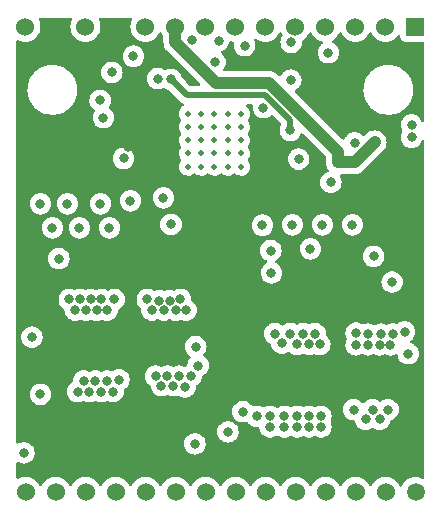
<source format=gbr>
%TF.GenerationSoftware,KiCad,Pcbnew,(6.0.4-0)*%
%TF.CreationDate,2022-08-06T12:57:23-04:00*%
%TF.ProjectId,QuarkCncStepperDrivers,51756172-6b43-46e6-9353-746570706572,rev?*%
%TF.SameCoordinates,Original*%
%TF.FileFunction,Copper,L3,Inr*%
%TF.FilePolarity,Positive*%
%FSLAX46Y46*%
G04 Gerber Fmt 4.6, Leading zero omitted, Abs format (unit mm)*
G04 Created by KiCad (PCBNEW (6.0.4-0)) date 2022-08-06 12:57:23*
%MOMM*%
%LPD*%
G01*
G04 APERTURE LIST*
%TA.AperFunction,ComponentPad*%
%ADD10R,1.524000X1.524000*%
%TD*%
%TA.AperFunction,ComponentPad*%
%ADD11C,1.524000*%
%TD*%
%TA.AperFunction,ComponentPad*%
%ADD12C,1.498600*%
%TD*%
%TA.AperFunction,ComponentPad*%
%ADD13C,0.500000*%
%TD*%
%TA.AperFunction,ViaPad*%
%ADD14C,0.800000*%
%TD*%
%TA.AperFunction,Conductor*%
%ADD15C,0.512000*%
%TD*%
%TA.AperFunction,Conductor*%
%ADD16C,1.000000*%
%TD*%
G04 APERTURE END LIST*
D10*
%TO.N,/STEPPER_SCK*%
%TO.C,J1*%
X134620000Y-104775000D03*
D11*
%TO.N,/STEPPER_MOSI*%
X132080000Y-104775000D03*
%TO.N,/STEPPER_MISO*%
X129540000Y-104775000D03*
%TO.N,/STEPPER_X_CSn*%
X127000000Y-104775000D03*
%TO.N,/STEPPER_X_STEP*%
X124460000Y-104775000D03*
%TO.N,/STEPPER_X_DIR*%
X121920000Y-104775000D03*
%TO.N,/STEPPER_X_ENn*%
X119380000Y-104775000D03*
%TO.N,+3V3*%
X116840000Y-104775000D03*
%TO.N,+12V*%
X114300000Y-104775000D03*
%TO.N,GND*%
X111760000Y-104775000D03*
%TO.N,VCC*%
X109220000Y-104775000D03*
%TO.N,GND*%
X106680000Y-104775000D03*
%TO.N,VCC*%
X104140000Y-104775000D03*
%TO.N,GND*%
X101600000Y-104775000D03*
%TD*%
%TO.N,/STEPPER_COIL_A2*%
%TO.C,J2*%
X101610000Y-144145000D03*
X104150000Y-144145000D03*
X106690000Y-144145000D03*
%TO.N,/STEPPER_COIL_A1*%
X109230000Y-144145000D03*
X111770000Y-144145000D03*
X114310000Y-144145000D03*
%TO.N,/STEPPER_COIL_B2*%
X116850000Y-144145000D03*
X119390000Y-144145000D03*
X121930000Y-144145000D03*
%TO.N,/STEPPER_COIL_B1*%
X124470000Y-144145000D03*
X127010000Y-144145000D03*
X129550000Y-144145000D03*
%TO.N,/STEPPER_DIAG1*%
X132090000Y-144145000D03*
D12*
%TO.N,/STEPPER_DIAG2*%
X134630000Y-144145000D03*
%TD*%
D13*
%TO.N,GND*%
%TO.C,U1*%
X117597246Y-112125000D03*
X116472246Y-115500000D03*
X118722246Y-114375000D03*
X116472246Y-112125000D03*
X116472246Y-116625000D03*
X119847246Y-112125000D03*
X115347246Y-115500000D03*
X115347246Y-113250000D03*
X115347246Y-116625000D03*
X115347246Y-112125000D03*
X118722246Y-115500000D03*
X115347246Y-114375000D03*
X116472246Y-113250000D03*
X117597246Y-113250000D03*
X118722246Y-112125000D03*
X117597246Y-114375000D03*
X119847246Y-115500000D03*
X119847246Y-113250000D03*
X117597246Y-115500000D03*
X118722246Y-116625000D03*
X119847246Y-116625000D03*
X116472246Y-114375000D03*
X118722246Y-113250000D03*
X117597246Y-116625000D03*
X119847246Y-114375000D03*
%TD*%
D14*
%TO.N,+3V3*%
X124104400Y-106095800D03*
%TO.N,GND*%
X107950000Y-119761000D03*
X127464500Y-117932200D03*
X121666000Y-121576500D03*
X117652800Y-107749400D03*
X129463800Y-114604800D03*
X121756070Y-111617226D03*
X134011489Y-132460000D03*
X118745000Y-139065000D03*
X109905800Y-115911958D03*
X125730000Y-123571000D03*
X110490000Y-119507000D03*
X105156000Y-119761000D03*
X120020000Y-137360000D03*
X129286000Y-121539000D03*
X126746000Y-121539000D03*
X103886000Y-121793000D03*
X124206000Y-121539000D03*
X122377200Y-123723400D03*
X132649500Y-126381426D03*
X108712000Y-121793000D03*
X108204000Y-112471200D03*
X106172000Y-121793000D03*
X101473000Y-140843000D03*
X122428000Y-125603000D03*
X115951000Y-140081000D03*
X113284000Y-119253000D03*
X124739400Y-115973500D03*
X102870000Y-135890000D03*
X108915200Y-108635800D03*
X102870000Y-119761000D03*
X104430000Y-124405000D03*
X102144500Y-131047701D03*
%TO.N,VCC*%
X133604000Y-141351000D03*
X106183593Y-113789951D03*
X107315000Y-141605000D03*
X124206000Y-142240000D03*
X109601000Y-141478000D03*
X108077000Y-139954000D03*
X103505000Y-141732000D03*
X113792000Y-140716000D03*
X131800600Y-117271800D03*
X132461000Y-142240000D03*
X110247144Y-114972549D03*
X119126000Y-141859000D03*
X117094000Y-141732000D03*
X127127000Y-142240000D03*
%TO.N,/STEPPER_COIL_B2*%
X126620000Y-138660000D03*
X126520000Y-131660000D03*
X125620000Y-131660000D03*
X123520000Y-138660000D03*
X122320000Y-137760000D03*
X124620000Y-138660000D03*
X125620000Y-138660000D03*
X126620000Y-137760000D03*
X122720000Y-130760000D03*
X125620000Y-137760000D03*
X123520000Y-137760000D03*
X124620000Y-137760000D03*
X124020000Y-130760000D03*
X122320000Y-138660000D03*
X121220000Y-137760000D03*
X124620000Y-131660000D03*
X126120000Y-130760000D03*
X125120000Y-130760000D03*
X123320000Y-131560000D03*
%TO.N,/STEPPER_COIL_B1*%
X129597246Y-130700000D03*
X130597246Y-130800000D03*
X133697246Y-130600000D03*
X132497246Y-131700000D03*
X129597246Y-131700000D03*
X131597246Y-138000000D03*
X131697246Y-130800000D03*
X129397246Y-137200000D03*
X130397246Y-138000000D03*
X131597246Y-131700000D03*
X132297246Y-137200000D03*
X132697246Y-130800000D03*
X130597246Y-131700000D03*
X130997246Y-137200000D03*
%TO.N,/STEPPER_COIL_A2*%
X108520000Y-134760000D03*
X105320000Y-127860000D03*
X107620000Y-128760000D03*
X106020000Y-135660000D03*
X108520000Y-128760000D03*
X107020000Y-135660000D03*
X106220000Y-127860000D03*
X106520000Y-134760000D03*
X109520000Y-134660000D03*
X108020000Y-135660000D03*
X106720000Y-128760000D03*
X109120000Y-127860000D03*
X109020000Y-135660000D03*
X108020000Y-127860000D03*
X107520000Y-134760000D03*
X105820000Y-128760000D03*
X107120000Y-127860000D03*
%TO.N,/STEPPER_COIL_A1*%
X116020000Y-131860000D03*
X112620000Y-134360000D03*
X111920000Y-127860000D03*
X112320000Y-128760000D03*
X116220000Y-133460000D03*
X114320000Y-128760000D03*
X113120000Y-135160000D03*
X114620000Y-134360000D03*
X113820000Y-127960000D03*
X114720000Y-127860000D03*
X115220000Y-128760000D03*
X115620000Y-134360000D03*
X114120000Y-135160000D03*
X113620000Y-134360000D03*
X112920000Y-127960000D03*
X113320000Y-128760000D03*
X115120000Y-135260000D03*
%TO.N,/STEPPER DRIVER X/hbridge_A2/hbridge_low_side*%
X134289800Y-114122200D03*
X131089400Y-124206000D03*
%TO.N,/STEPPER DRIVER X/hbridge_A3/hbridge_low_side*%
X134289800Y-113080800D03*
X113930000Y-121505000D03*
%TO.N,/STEPPER_X_CSn*%
X124067757Y-109294023D03*
X127254000Y-106959400D03*
%TO.N,/STEPPER_DIAG2*%
X110744000Y-107264200D03*
X120167400Y-106375200D03*
%TO.N,/STEPPER_DIAG1*%
X112801400Y-109169200D03*
%TO.N,/STEPPER_X_ENn*%
X117952348Y-105941980D03*
X115697000Y-105918000D03*
%TO.N,/STEPPER DRIVER X/5VOUT*%
X124029288Y-113543848D03*
X107924600Y-110998000D03*
X113919000Y-109220000D03*
%TO.N,+12V*%
X128473200Y-116255800D03*
X131165600Y-114554000D03*
%TD*%
D15*
%TO.N,/STEPPER DRIVER X/5VOUT*%
X115255510Y-110556510D02*
X121905214Y-110556510D01*
X124029288Y-112680584D02*
X124029288Y-113543848D01*
X113919000Y-109220000D02*
X115255510Y-110556510D01*
X121905214Y-110556510D02*
X124029288Y-112680584D01*
D16*
%TO.N,+12V*%
X128066800Y-115366800D02*
X128066800Y-116255800D01*
X128066800Y-116255800D02*
X129463800Y-116255800D01*
X122250200Y-109550200D02*
X128066800Y-115366800D01*
X114300000Y-104775000D02*
X114300000Y-106075930D01*
X114300000Y-106075930D02*
X117774270Y-109550200D01*
X117774270Y-109550200D02*
X122250200Y-109550200D01*
X128066800Y-116255800D02*
X128473200Y-116255800D01*
X129463800Y-116255800D02*
X131165600Y-114554000D01*
%TD*%
%TA.AperFunction,Conductor*%
%TO.N,VCC*%
G36*
X105503592Y-104033502D02*
G01*
X105550085Y-104087158D01*
X105560189Y-104157432D01*
X105549666Y-104192750D01*
X105481560Y-104338804D01*
X105424022Y-104553537D01*
X105404647Y-104775000D01*
X105424022Y-104996463D01*
X105481560Y-105211196D01*
X105483882Y-105216177D01*
X105483883Y-105216178D01*
X105573186Y-105407689D01*
X105573189Y-105407694D01*
X105575512Y-105412676D01*
X105578667Y-105417182D01*
X105578669Y-105417185D01*
X105699318Y-105589489D01*
X105703023Y-105594781D01*
X105860219Y-105751977D01*
X105864727Y-105755134D01*
X105864730Y-105755136D01*
X105918500Y-105792786D01*
X106042323Y-105879488D01*
X106047305Y-105881811D01*
X106047310Y-105881814D01*
X106181954Y-105944599D01*
X106243804Y-105973440D01*
X106249112Y-105974862D01*
X106249114Y-105974863D01*
X106296705Y-105987615D01*
X106458537Y-106030978D01*
X106680000Y-106050353D01*
X106901463Y-106030978D01*
X107063295Y-105987615D01*
X107110886Y-105974863D01*
X107110888Y-105974862D01*
X107116196Y-105973440D01*
X107178046Y-105944599D01*
X107312690Y-105881814D01*
X107312695Y-105881811D01*
X107317677Y-105879488D01*
X107441500Y-105792786D01*
X107495270Y-105755136D01*
X107495273Y-105755134D01*
X107499781Y-105751977D01*
X107656977Y-105594781D01*
X107660683Y-105589489D01*
X107781331Y-105417185D01*
X107781333Y-105417182D01*
X107784488Y-105412676D01*
X107786811Y-105407694D01*
X107786814Y-105407689D01*
X107876117Y-105216178D01*
X107876118Y-105216177D01*
X107878440Y-105211196D01*
X107935978Y-104996463D01*
X107955353Y-104775000D01*
X107935978Y-104553537D01*
X107878440Y-104338804D01*
X107810334Y-104192750D01*
X107799673Y-104122558D01*
X107828653Y-104057746D01*
X107888073Y-104018889D01*
X107924529Y-104013500D01*
X110515471Y-104013500D01*
X110583592Y-104033502D01*
X110630085Y-104087158D01*
X110640189Y-104157432D01*
X110629666Y-104192750D01*
X110561560Y-104338804D01*
X110504022Y-104553537D01*
X110484647Y-104775000D01*
X110504022Y-104996463D01*
X110561560Y-105211196D01*
X110563882Y-105216177D01*
X110563883Y-105216178D01*
X110653186Y-105407689D01*
X110653189Y-105407694D01*
X110655512Y-105412676D01*
X110658667Y-105417182D01*
X110658669Y-105417185D01*
X110779318Y-105589489D01*
X110783023Y-105594781D01*
X110940219Y-105751977D01*
X110944727Y-105755134D01*
X110944730Y-105755136D01*
X110998500Y-105792786D01*
X111122323Y-105879488D01*
X111127305Y-105881811D01*
X111127310Y-105881814D01*
X111261954Y-105944599D01*
X111323804Y-105973440D01*
X111329112Y-105974862D01*
X111329114Y-105974863D01*
X111376705Y-105987615D01*
X111538537Y-106030978D01*
X111760000Y-106050353D01*
X111981463Y-106030978D01*
X112143295Y-105987615D01*
X112190886Y-105974863D01*
X112190888Y-105974862D01*
X112196196Y-105973440D01*
X112258046Y-105944599D01*
X112392690Y-105881814D01*
X112392695Y-105881811D01*
X112397677Y-105879488D01*
X112521500Y-105792786D01*
X112575270Y-105755136D01*
X112575273Y-105755134D01*
X112579781Y-105751977D01*
X112736977Y-105594781D01*
X112740683Y-105589489D01*
X112861331Y-105417185D01*
X112861333Y-105417182D01*
X112864488Y-105412676D01*
X112866811Y-105407694D01*
X112866814Y-105407689D01*
X112915805Y-105302627D01*
X112962723Y-105249342D01*
X113031000Y-105229881D01*
X113098960Y-105250423D01*
X113144195Y-105302627D01*
X113193186Y-105407689D01*
X113193189Y-105407694D01*
X113195512Y-105412676D01*
X113198667Y-105417182D01*
X113198669Y-105417185D01*
X113268713Y-105517218D01*
X113291500Y-105589489D01*
X113291500Y-106014087D01*
X113290763Y-106027694D01*
X113287557Y-106057210D01*
X113286676Y-106065318D01*
X113287213Y-106071453D01*
X113291050Y-106115318D01*
X113291379Y-106120144D01*
X113291500Y-106122616D01*
X113291500Y-106125699D01*
X113291801Y-106128767D01*
X113295690Y-106168436D01*
X113295812Y-106169749D01*
X113299685Y-106214014D01*
X113303913Y-106262343D01*
X113305400Y-106267462D01*
X113305920Y-106272763D01*
X113332791Y-106361764D01*
X113333126Y-106362897D01*
X113342173Y-106394034D01*
X113359091Y-106452266D01*
X113361544Y-106456998D01*
X113363084Y-106462099D01*
X113365978Y-106467542D01*
X113406731Y-106544190D01*
X113407343Y-106545356D01*
X113426401Y-106582121D01*
X113450108Y-106627856D01*
X113453431Y-106632019D01*
X113455934Y-106636726D01*
X113514755Y-106708848D01*
X113515446Y-106709704D01*
X113546738Y-106748903D01*
X113549242Y-106751407D01*
X113549884Y-106752125D01*
X113553585Y-106756458D01*
X113580935Y-106789992D01*
X113585682Y-106793919D01*
X113585684Y-106793921D01*
X113616262Y-106819217D01*
X113625042Y-106827207D01*
X115101549Y-108303713D01*
X116374751Y-109576915D01*
X116408777Y-109639227D01*
X116403712Y-109710042D01*
X116361165Y-109766878D01*
X116294645Y-109791689D01*
X116285656Y-109792010D01*
X115624367Y-109792010D01*
X115556246Y-109772008D01*
X115535271Y-109755105D01*
X115190183Y-109410016D01*
X114835039Y-109054872D01*
X114804302Y-109004713D01*
X114781096Y-108933291D01*
X114753527Y-108848444D01*
X114744037Y-108832006D01*
X114676582Y-108715172D01*
X114658040Y-108683056D01*
X114640517Y-108663594D01*
X114534675Y-108546045D01*
X114534674Y-108546044D01*
X114530253Y-108541134D01*
X114408170Y-108452435D01*
X114381094Y-108432763D01*
X114381093Y-108432762D01*
X114375752Y-108428882D01*
X114369724Y-108426198D01*
X114369722Y-108426197D01*
X114207319Y-108353891D01*
X114207318Y-108353891D01*
X114201288Y-108351206D01*
X114107888Y-108331353D01*
X114020944Y-108312872D01*
X114020939Y-108312872D01*
X114014487Y-108311500D01*
X113823513Y-108311500D01*
X113817061Y-108312872D01*
X113817056Y-108312872D01*
X113730112Y-108331353D01*
X113636712Y-108351206D01*
X113462248Y-108428882D01*
X113458324Y-108431733D01*
X113389959Y-108448316D01*
X113321896Y-108424395D01*
X113263494Y-108381963D01*
X113263492Y-108381962D01*
X113258152Y-108378082D01*
X113252124Y-108375398D01*
X113252122Y-108375397D01*
X113089719Y-108303091D01*
X113089718Y-108303091D01*
X113083688Y-108300406D01*
X112990287Y-108280553D01*
X112903344Y-108262072D01*
X112903339Y-108262072D01*
X112896887Y-108260700D01*
X112705913Y-108260700D01*
X112699461Y-108262072D01*
X112699456Y-108262072D01*
X112612513Y-108280553D01*
X112519112Y-108300406D01*
X112513082Y-108303091D01*
X112513081Y-108303091D01*
X112350678Y-108375397D01*
X112350676Y-108375398D01*
X112344648Y-108378082D01*
X112339307Y-108381962D01*
X112339306Y-108381963D01*
X112289243Y-108418336D01*
X112190147Y-108490334D01*
X112185726Y-108495244D01*
X112185725Y-108495245D01*
X112074090Y-108619229D01*
X112062360Y-108632256D01*
X111966873Y-108797644D01*
X111907858Y-108979272D01*
X111907168Y-108985833D01*
X111907168Y-108985835D01*
X111894739Y-109104095D01*
X111887896Y-109169200D01*
X111907858Y-109359128D01*
X111966873Y-109540756D01*
X112062360Y-109706144D01*
X112066778Y-109711051D01*
X112066779Y-109711052D01*
X112174751Y-109830967D01*
X112190147Y-109848066D01*
X112277559Y-109911575D01*
X112317900Y-109940884D01*
X112344648Y-109960318D01*
X112350676Y-109963002D01*
X112350678Y-109963003D01*
X112513081Y-110035309D01*
X112519112Y-110037994D01*
X112612512Y-110057847D01*
X112699456Y-110076328D01*
X112699461Y-110076328D01*
X112705913Y-110077700D01*
X112896887Y-110077700D01*
X112903339Y-110076328D01*
X112903344Y-110076328D01*
X112990287Y-110057847D01*
X113083688Y-110037994D01*
X113258152Y-109960318D01*
X113262076Y-109957467D01*
X113330441Y-109940884D01*
X113398504Y-109964805D01*
X113420221Y-109980583D01*
X113462248Y-110011118D01*
X113468276Y-110013802D01*
X113468278Y-110013803D01*
X113611794Y-110077700D01*
X113636712Y-110088794D01*
X113688996Y-110099907D01*
X113751893Y-110134059D01*
X114667181Y-111049347D01*
X114679567Y-111063759D01*
X114692584Y-111081447D01*
X114698167Y-111086190D01*
X114733205Y-111115957D01*
X114740721Y-111122887D01*
X114746490Y-111128656D01*
X114768986Y-111146455D01*
X114772367Y-111149227D01*
X114810196Y-111181365D01*
X114828444Y-111196868D01*
X114834966Y-111200198D01*
X114840082Y-111203610D01*
X114845304Y-111206836D01*
X114851052Y-111211383D01*
X114895919Y-111232353D01*
X114917724Y-111242544D01*
X114921673Y-111244474D01*
X114945517Y-111256649D01*
X114997091Y-111305442D01*
X115014098Y-111374372D01*
X114991139Y-111441553D01*
X114954241Y-111476184D01*
X114883314Y-111519819D01*
X114883311Y-111519822D01*
X114877312Y-111523512D01*
X114755732Y-111642573D01*
X114751921Y-111648487D01*
X114751919Y-111648489D01*
X114683983Y-111753904D01*
X114663550Y-111785610D01*
X114605349Y-111945516D01*
X114584021Y-112114343D01*
X114600627Y-112283699D01*
X114602851Y-112290384D01*
X114602851Y-112290385D01*
X114606041Y-112299975D01*
X114654340Y-112445167D01*
X114657987Y-112451189D01*
X114657988Y-112451191D01*
X114671743Y-112473902D01*
X114742492Y-112590723D01*
X114747382Y-112595787D01*
X114747383Y-112595788D01*
X114750705Y-112599228D01*
X114783637Y-112662125D01*
X114777336Y-112732842D01*
X114758744Y-112764624D01*
X114755732Y-112767573D01*
X114751917Y-112773492D01*
X114751915Y-112773495D01*
X114707279Y-112842756D01*
X114663550Y-112910610D01*
X114661140Y-112917232D01*
X114612452Y-113051002D01*
X114605349Y-113070516D01*
X114584021Y-113239343D01*
X114600627Y-113408699D01*
X114654340Y-113570167D01*
X114657987Y-113576189D01*
X114657988Y-113576191D01*
X114737788Y-113707955D01*
X114742492Y-113715723D01*
X114747382Y-113720787D01*
X114747383Y-113720788D01*
X114750705Y-113724228D01*
X114783637Y-113787125D01*
X114777336Y-113857842D01*
X114758744Y-113889624D01*
X114755732Y-113892573D01*
X114751917Y-113898492D01*
X114751915Y-113898495D01*
X114685466Y-114001603D01*
X114663550Y-114035610D01*
X114645319Y-114085700D01*
X114616218Y-114165655D01*
X114605349Y-114195516D01*
X114584021Y-114364343D01*
X114600627Y-114533699D01*
X114654340Y-114695167D01*
X114657987Y-114701189D01*
X114657988Y-114701191D01*
X114715501Y-114796155D01*
X114742492Y-114840723D01*
X114747382Y-114845787D01*
X114747383Y-114845788D01*
X114750705Y-114849228D01*
X114783637Y-114912125D01*
X114777336Y-114982842D01*
X114758744Y-115014624D01*
X114755732Y-115017573D01*
X114751917Y-115023492D01*
X114751915Y-115023495D01*
X114689180Y-115120840D01*
X114663550Y-115160610D01*
X114605349Y-115320516D01*
X114584021Y-115489343D01*
X114600627Y-115658699D01*
X114654340Y-115820167D01*
X114657987Y-115826189D01*
X114657988Y-115826191D01*
X114713907Y-115918523D01*
X114742492Y-115965723D01*
X114747382Y-115970787D01*
X114747383Y-115970788D01*
X114750705Y-115974228D01*
X114783637Y-116037125D01*
X114777336Y-116107842D01*
X114758744Y-116139624D01*
X114755732Y-116142573D01*
X114751917Y-116148492D01*
X114751915Y-116148495D01*
X114668951Y-116277229D01*
X114663550Y-116285610D01*
X114605349Y-116445516D01*
X114584021Y-116614343D01*
X114600627Y-116783699D01*
X114654340Y-116945167D01*
X114657987Y-116951189D01*
X114657988Y-116951191D01*
X114723881Y-117059992D01*
X114742492Y-117090723D01*
X114860701Y-117213132D01*
X114883628Y-117228135D01*
X114945250Y-117268459D01*
X115003092Y-117306310D01*
X115009696Y-117308766D01*
X115009698Y-117308767D01*
X115046090Y-117322301D01*
X115162587Y-117365626D01*
X115331261Y-117388132D01*
X115338272Y-117387494D01*
X115338276Y-117387494D01*
X115493708Y-117373348D01*
X115500729Y-117372709D01*
X115507431Y-117370531D01*
X115507433Y-117370531D01*
X115655869Y-117322301D01*
X115655872Y-117322300D01*
X115662568Y-117320124D01*
X115808736Y-117232990D01*
X115821724Y-117220622D01*
X115884850Y-117188131D01*
X115955520Y-117194925D01*
X115985095Y-117212504D01*
X115985701Y-117213132D01*
X116008628Y-117228135D01*
X116070250Y-117268459D01*
X116128092Y-117306310D01*
X116134696Y-117308766D01*
X116134698Y-117308767D01*
X116171090Y-117322301D01*
X116287587Y-117365626D01*
X116456261Y-117388132D01*
X116463272Y-117387494D01*
X116463276Y-117387494D01*
X116618708Y-117373348D01*
X116625729Y-117372709D01*
X116632431Y-117370531D01*
X116632433Y-117370531D01*
X116780869Y-117322301D01*
X116780872Y-117322300D01*
X116787568Y-117320124D01*
X116933736Y-117232990D01*
X116946724Y-117220622D01*
X117009850Y-117188131D01*
X117080520Y-117194925D01*
X117110095Y-117212504D01*
X117110701Y-117213132D01*
X117133628Y-117228135D01*
X117195250Y-117268459D01*
X117253092Y-117306310D01*
X117259696Y-117308766D01*
X117259698Y-117308767D01*
X117296090Y-117322301D01*
X117412587Y-117365626D01*
X117581261Y-117388132D01*
X117588272Y-117387494D01*
X117588276Y-117387494D01*
X117743708Y-117373348D01*
X117750729Y-117372709D01*
X117757431Y-117370531D01*
X117757433Y-117370531D01*
X117905869Y-117322301D01*
X117905872Y-117322300D01*
X117912568Y-117320124D01*
X118058736Y-117232990D01*
X118071724Y-117220622D01*
X118134850Y-117188131D01*
X118205520Y-117194925D01*
X118235095Y-117212504D01*
X118235701Y-117213132D01*
X118258628Y-117228135D01*
X118320250Y-117268459D01*
X118378092Y-117306310D01*
X118384696Y-117308766D01*
X118384698Y-117308767D01*
X118421090Y-117322301D01*
X118537587Y-117365626D01*
X118706261Y-117388132D01*
X118713272Y-117387494D01*
X118713276Y-117387494D01*
X118868708Y-117373348D01*
X118875729Y-117372709D01*
X118882431Y-117370531D01*
X118882433Y-117370531D01*
X119030869Y-117322301D01*
X119030872Y-117322300D01*
X119037568Y-117320124D01*
X119183736Y-117232990D01*
X119196724Y-117220622D01*
X119259850Y-117188131D01*
X119330520Y-117194925D01*
X119360095Y-117212504D01*
X119360701Y-117213132D01*
X119383628Y-117228135D01*
X119445250Y-117268459D01*
X119503092Y-117306310D01*
X119509696Y-117308766D01*
X119509698Y-117308767D01*
X119546090Y-117322301D01*
X119662587Y-117365626D01*
X119831261Y-117388132D01*
X119838272Y-117387494D01*
X119838276Y-117387494D01*
X119993708Y-117373348D01*
X120000729Y-117372709D01*
X120007431Y-117370531D01*
X120007433Y-117370531D01*
X120155869Y-117322301D01*
X120155872Y-117322300D01*
X120162568Y-117320124D01*
X120308736Y-117232990D01*
X120313830Y-117228139D01*
X120313834Y-117228136D01*
X120397180Y-117148766D01*
X120431967Y-117115639D01*
X120438504Y-117105801D01*
X120522236Y-116979773D01*
X120526137Y-116973902D01*
X120586565Y-116814825D01*
X120610247Y-116646313D01*
X120610545Y-116625000D01*
X120591577Y-116455892D01*
X120535614Y-116295189D01*
X120529629Y-116285610D01*
X120453280Y-116163428D01*
X120445438Y-116150879D01*
X120440474Y-116145881D01*
X120436400Y-116140740D01*
X120409762Y-116074930D01*
X120422933Y-116005166D01*
X120432378Y-115990912D01*
X120431967Y-115990639D01*
X120443354Y-115973500D01*
X123825896Y-115973500D01*
X123826586Y-115980065D01*
X123843542Y-116141389D01*
X123845858Y-116163428D01*
X123904873Y-116345056D01*
X124000360Y-116510444D01*
X124004778Y-116515351D01*
X124004779Y-116515352D01*
X124119143Y-116642366D01*
X124128147Y-116652366D01*
X124282648Y-116764618D01*
X124288676Y-116767302D01*
X124288678Y-116767303D01*
X124451081Y-116839609D01*
X124457112Y-116842294D01*
X124538695Y-116859635D01*
X124637456Y-116880628D01*
X124637461Y-116880628D01*
X124643913Y-116882000D01*
X124834887Y-116882000D01*
X124841339Y-116880628D01*
X124841344Y-116880628D01*
X124940105Y-116859635D01*
X125021688Y-116842294D01*
X125027719Y-116839609D01*
X125190122Y-116767303D01*
X125190124Y-116767302D01*
X125196152Y-116764618D01*
X125350653Y-116652366D01*
X125359657Y-116642366D01*
X125474021Y-116515352D01*
X125474022Y-116515351D01*
X125478440Y-116510444D01*
X125573927Y-116345056D01*
X125632942Y-116163428D01*
X125635259Y-116141389D01*
X125652214Y-115980065D01*
X125652904Y-115973500D01*
X125645746Y-115905393D01*
X125633632Y-115790135D01*
X125633632Y-115790133D01*
X125632942Y-115783572D01*
X125573927Y-115601944D01*
X125478440Y-115436556D01*
X125423028Y-115375014D01*
X125355075Y-115299545D01*
X125355074Y-115299544D01*
X125350653Y-115294634D01*
X125196152Y-115182382D01*
X125190124Y-115179698D01*
X125190122Y-115179697D01*
X125027719Y-115107391D01*
X125027718Y-115107391D01*
X125021688Y-115104706D01*
X124928288Y-115084853D01*
X124841344Y-115066372D01*
X124841339Y-115066372D01*
X124834887Y-115065000D01*
X124643913Y-115065000D01*
X124637461Y-115066372D01*
X124637456Y-115066372D01*
X124550512Y-115084853D01*
X124457112Y-115104706D01*
X124451082Y-115107391D01*
X124451081Y-115107391D01*
X124288678Y-115179697D01*
X124288676Y-115179698D01*
X124282648Y-115182382D01*
X124128147Y-115294634D01*
X124123726Y-115299544D01*
X124123725Y-115299545D01*
X124055773Y-115375014D01*
X124000360Y-115436556D01*
X123904873Y-115601944D01*
X123845858Y-115783572D01*
X123845168Y-115790133D01*
X123845168Y-115790135D01*
X123833054Y-115905393D01*
X123825896Y-115973500D01*
X120443354Y-115973500D01*
X120479881Y-115918523D01*
X120526137Y-115848902D01*
X120586565Y-115689825D01*
X120610247Y-115521313D01*
X120610545Y-115500000D01*
X120591577Y-115330892D01*
X120535614Y-115170189D01*
X120529629Y-115160610D01*
X120449171Y-115031853D01*
X120445438Y-115025879D01*
X120440474Y-115020881D01*
X120436400Y-115015740D01*
X120409762Y-114949930D01*
X120422933Y-114880166D01*
X120432378Y-114865912D01*
X120431967Y-114865639D01*
X120478132Y-114796155D01*
X120526137Y-114723902D01*
X120586565Y-114564825D01*
X120610247Y-114396313D01*
X120610545Y-114375000D01*
X120591577Y-114205892D01*
X120579463Y-114171104D01*
X120545499Y-114073574D01*
X120535614Y-114045189D01*
X120529629Y-114035610D01*
X120449171Y-113906853D01*
X120445438Y-113900879D01*
X120440474Y-113895881D01*
X120436400Y-113890740D01*
X120409762Y-113824930D01*
X120422933Y-113755166D01*
X120432378Y-113740912D01*
X120431967Y-113740639D01*
X120511337Y-113621178D01*
X120526137Y-113598902D01*
X120586565Y-113439825D01*
X120610247Y-113271313D01*
X120610545Y-113250000D01*
X120591577Y-113080892D01*
X120567953Y-113013052D01*
X120562450Y-112997250D01*
X120535614Y-112920189D01*
X120529629Y-112910610D01*
X120449171Y-112781853D01*
X120445438Y-112775879D01*
X120440474Y-112770881D01*
X120436400Y-112765740D01*
X120409762Y-112699930D01*
X120422933Y-112630166D01*
X120432378Y-112615912D01*
X120431967Y-112615639D01*
X120452523Y-112584700D01*
X120526137Y-112473902D01*
X120586565Y-112314825D01*
X120610247Y-112146313D01*
X120610545Y-112125000D01*
X120591577Y-111955892D01*
X120535614Y-111795189D01*
X120531821Y-111789118D01*
X120497674Y-111734473D01*
X120445438Y-111650879D01*
X120440475Y-111645881D01*
X120440470Y-111645875D01*
X120331155Y-111535793D01*
X120297348Y-111473363D01*
X120302660Y-111402565D01*
X120345405Y-111345878D01*
X120412012Y-111321300D01*
X120420561Y-111321010D01*
X120733762Y-111321010D01*
X120801883Y-111341012D01*
X120848376Y-111394668D01*
X120859072Y-111460180D01*
X120842566Y-111617226D01*
X120843256Y-111623791D01*
X120861487Y-111797245D01*
X120862528Y-111807154D01*
X120921543Y-111988782D01*
X120924846Y-111994504D01*
X120924847Y-111994505D01*
X120951799Y-112041187D01*
X121017030Y-112154170D01*
X121021448Y-112159077D01*
X121021449Y-112159078D01*
X121107119Y-112254224D01*
X121144817Y-112296092D01*
X121299318Y-112408344D01*
X121305346Y-112411028D01*
X121305348Y-112411029D01*
X121459751Y-112479773D01*
X121473782Y-112486020D01*
X121567182Y-112505873D01*
X121654126Y-112524354D01*
X121654131Y-112524354D01*
X121660583Y-112525726D01*
X121851557Y-112525726D01*
X121858009Y-112524354D01*
X121858014Y-112524354D01*
X121944957Y-112505873D01*
X122038358Y-112486020D01*
X122052389Y-112479773D01*
X122206792Y-112411029D01*
X122206794Y-112411028D01*
X122212822Y-112408344D01*
X122226989Y-112398051D01*
X122361979Y-112299975D01*
X122361981Y-112299973D01*
X122367323Y-112296092D01*
X122371742Y-112291185D01*
X122376650Y-112286765D01*
X122377530Y-112287742D01*
X122431944Y-112254224D01*
X122502928Y-112255581D01*
X122554220Y-112286682D01*
X123216097Y-112948559D01*
X123250123Y-113010871D01*
X123245058Y-113081686D01*
X123236121Y-113100654D01*
X123207593Y-113150066D01*
X123194761Y-113172292D01*
X123135746Y-113353920D01*
X123135056Y-113360481D01*
X123135056Y-113360483D01*
X123125400Y-113452356D01*
X123115784Y-113543848D01*
X123116474Y-113550413D01*
X123133849Y-113715723D01*
X123135746Y-113733776D01*
X123194761Y-113915404D01*
X123198064Y-113921126D01*
X123198065Y-113921127D01*
X123203676Y-113930845D01*
X123290248Y-114080792D01*
X123418035Y-114222714D01*
X123572536Y-114334966D01*
X123578564Y-114337650D01*
X123578566Y-114337651D01*
X123740969Y-114409957D01*
X123747000Y-114412642D01*
X123840400Y-114432495D01*
X123927344Y-114450976D01*
X123927349Y-114450976D01*
X123933801Y-114452348D01*
X124124775Y-114452348D01*
X124131227Y-114450976D01*
X124131232Y-114450976D01*
X124218176Y-114432495D01*
X124311576Y-114412642D01*
X124317607Y-114409957D01*
X124480010Y-114337651D01*
X124480012Y-114337650D01*
X124486040Y-114334966D01*
X124640541Y-114222714D01*
X124768328Y-114080792D01*
X124854900Y-113930845D01*
X124860511Y-113921127D01*
X124860512Y-113921126D01*
X124863815Y-113915404D01*
X124866594Y-113906853D01*
X124871829Y-113890740D01*
X124880067Y-113865387D01*
X124920139Y-113806782D01*
X124985535Y-113779144D01*
X125055492Y-113791250D01*
X125088994Y-113815228D01*
X127021395Y-115747629D01*
X127055421Y-115809941D01*
X127058300Y-115836724D01*
X127058300Y-116195927D01*
X127057610Y-116209097D01*
X127053445Y-116248725D01*
X127058018Y-116298973D01*
X127058300Y-116303007D01*
X127058300Y-116305569D01*
X127058600Y-116308627D01*
X127058600Y-116308631D01*
X127062695Y-116350396D01*
X127062777Y-116351271D01*
X127071370Y-116445688D01*
X127072373Y-116449097D01*
X127072720Y-116452633D01*
X127100134Y-116543430D01*
X127100361Y-116544190D01*
X127127210Y-116635419D01*
X127128858Y-116638572D01*
X127129884Y-116641969D01*
X127132771Y-116647399D01*
X127132772Y-116647401D01*
X127174469Y-116725822D01*
X127174816Y-116726481D01*
X127218840Y-116810690D01*
X127221065Y-116813458D01*
X127222734Y-116816596D01*
X127226626Y-116821368D01*
X127226630Y-116821374D01*
X127257836Y-116859635D01*
X127285390Y-116925067D01*
X127273195Y-116995008D01*
X127225122Y-117047253D01*
X127194707Y-117059239D01*
X127194952Y-117059992D01*
X127188668Y-117062034D01*
X127182212Y-117063406D01*
X127176182Y-117066091D01*
X127176181Y-117066091D01*
X127013778Y-117138397D01*
X127013776Y-117138398D01*
X127007748Y-117141082D01*
X126853247Y-117253334D01*
X126848826Y-117258244D01*
X126848825Y-117258245D01*
X126732714Y-117387200D01*
X126725460Y-117395256D01*
X126629973Y-117560644D01*
X126570958Y-117742272D01*
X126550996Y-117932200D01*
X126570958Y-118122128D01*
X126629973Y-118303756D01*
X126725460Y-118469144D01*
X126729878Y-118474051D01*
X126729879Y-118474052D01*
X126843168Y-118599872D01*
X126853247Y-118611066D01*
X126952343Y-118683064D01*
X126997753Y-118716056D01*
X127007748Y-118723318D01*
X127013776Y-118726002D01*
X127013778Y-118726003D01*
X127176181Y-118798309D01*
X127182212Y-118800994D01*
X127275612Y-118820847D01*
X127362556Y-118839328D01*
X127362561Y-118839328D01*
X127369013Y-118840700D01*
X127559987Y-118840700D01*
X127566439Y-118839328D01*
X127566444Y-118839328D01*
X127653388Y-118820847D01*
X127746788Y-118800994D01*
X127752819Y-118798309D01*
X127915222Y-118726003D01*
X127915224Y-118726002D01*
X127921252Y-118723318D01*
X127931248Y-118716056D01*
X127976657Y-118683064D01*
X128075753Y-118611066D01*
X128085832Y-118599872D01*
X128199121Y-118474052D01*
X128199122Y-118474051D01*
X128203540Y-118469144D01*
X128299027Y-118303756D01*
X128358042Y-118122128D01*
X128378004Y-117932200D01*
X128358042Y-117742272D01*
X128299027Y-117560644D01*
X128237052Y-117453300D01*
X128220314Y-117384305D01*
X128243534Y-117317213D01*
X128299342Y-117273326D01*
X128346171Y-117264300D01*
X129401957Y-117264300D01*
X129415564Y-117265037D01*
X129447062Y-117268459D01*
X129447067Y-117268459D01*
X129453188Y-117269124D01*
X129479438Y-117266827D01*
X129503188Y-117264750D01*
X129508014Y-117264421D01*
X129510486Y-117264300D01*
X129513569Y-117264300D01*
X129525538Y-117263126D01*
X129556306Y-117260110D01*
X129557619Y-117259988D01*
X129601884Y-117256115D01*
X129650213Y-117251887D01*
X129655332Y-117250400D01*
X129660633Y-117249880D01*
X129749634Y-117223009D01*
X129750767Y-117222674D01*
X129834214Y-117198430D01*
X129834218Y-117198428D01*
X129840136Y-117196709D01*
X129844868Y-117194256D01*
X129849969Y-117192716D01*
X129858592Y-117188131D01*
X129932060Y-117149069D01*
X129933226Y-117148457D01*
X130010253Y-117108529D01*
X130015726Y-117105692D01*
X130019889Y-117102369D01*
X130024596Y-117099866D01*
X130096718Y-117041045D01*
X130097574Y-117040354D01*
X130136773Y-117009062D01*
X130139277Y-117006558D01*
X130139995Y-117005916D01*
X130144328Y-117002215D01*
X130177862Y-116974865D01*
X130207088Y-116939537D01*
X130215077Y-116930758D01*
X131911727Y-115234107D01*
X131913909Y-115231925D01*
X132007703Y-115117739D01*
X132068980Y-115003458D01*
X132098250Y-114948870D01*
X132098251Y-114948869D01*
X132101163Y-114943437D01*
X132134408Y-114834700D01*
X132157185Y-114760200D01*
X132157185Y-114760198D01*
X132158988Y-114754302D01*
X132168155Y-114664052D01*
X132178352Y-114563665D01*
X132178352Y-114563661D01*
X132178974Y-114557537D01*
X132165489Y-114414872D01*
X132160942Y-114366770D01*
X132160941Y-114366766D01*
X132160362Y-114360638D01*
X132153510Y-114337651D01*
X132105620Y-114177007D01*
X132105619Y-114177005D01*
X132103860Y-114171104D01*
X132011618Y-113996153D01*
X131958733Y-113930845D01*
X131891032Y-113847242D01*
X131891031Y-113847241D01*
X131887153Y-113842452D01*
X131850517Y-113811928D01*
X131739935Y-113719794D01*
X131739930Y-113719791D01*
X131735204Y-113715853D01*
X131713663Y-113704108D01*
X131566965Y-113624125D01*
X131566966Y-113624125D01*
X131561560Y-113621178D01*
X131372832Y-113562035D01*
X131366709Y-113561370D01*
X131366705Y-113561369D01*
X131182337Y-113541340D01*
X131182333Y-113541340D01*
X131176212Y-113540675D01*
X130979187Y-113557913D01*
X130789264Y-113613091D01*
X130613674Y-113704108D01*
X130608855Y-113707955D01*
X130509681Y-113787125D01*
X130492628Y-113800738D01*
X130307468Y-113985898D01*
X130245156Y-114019924D01*
X130174341Y-114014859D01*
X130124737Y-113981114D01*
X130075053Y-113925934D01*
X129954721Y-113838507D01*
X129925894Y-113817563D01*
X129925893Y-113817562D01*
X129920552Y-113813682D01*
X129914524Y-113810998D01*
X129914522Y-113810997D01*
X129752119Y-113738691D01*
X129752118Y-113738691D01*
X129746088Y-113736006D01*
X129622329Y-113709700D01*
X129565744Y-113697672D01*
X129565739Y-113697672D01*
X129559287Y-113696300D01*
X129368313Y-113696300D01*
X129361861Y-113697672D01*
X129361856Y-113697672D01*
X129305271Y-113709700D01*
X129181512Y-113736006D01*
X129175482Y-113738691D01*
X129175481Y-113738691D01*
X129013078Y-113810997D01*
X129013076Y-113810998D01*
X129007048Y-113813682D01*
X129001707Y-113817562D01*
X129001706Y-113817563D01*
X128972879Y-113838507D01*
X128852547Y-113925934D01*
X128848129Y-113930841D01*
X128848125Y-113930845D01*
X128789322Y-113996153D01*
X128724760Y-114067856D01*
X128689594Y-114128765D01*
X128633111Y-114226597D01*
X128629273Y-114233244D01*
X128627231Y-114239529D01*
X128626647Y-114241326D01*
X128626027Y-114242232D01*
X128624547Y-114245557D01*
X128623939Y-114245286D01*
X128586574Y-114299932D01*
X128521177Y-114327569D01*
X128451220Y-114315462D01*
X128417719Y-114291485D01*
X124437476Y-110311242D01*
X124403450Y-110248930D01*
X124403967Y-110241703D01*
X130224743Y-110241703D01*
X130225302Y-110245947D01*
X130225302Y-110245951D01*
X130241810Y-110371340D01*
X130262268Y-110526734D01*
X130338129Y-110804036D01*
X130339813Y-110807984D01*
X130442764Y-111049347D01*
X130450923Y-111068476D01*
X130485385Y-111126058D01*
X130590863Y-111302298D01*
X130598561Y-111315161D01*
X130778313Y-111539528D01*
X130986851Y-111737423D01*
X131220317Y-111905186D01*
X131224112Y-111907195D01*
X131224113Y-111907196D01*
X131245869Y-111918715D01*
X131474392Y-112039712D01*
X131744373Y-112138511D01*
X132025264Y-112199755D01*
X132053841Y-112202004D01*
X132248282Y-112217307D01*
X132248291Y-112217307D01*
X132250739Y-112217500D01*
X132406271Y-112217500D01*
X132408407Y-112217354D01*
X132408418Y-112217354D01*
X132616548Y-112203165D01*
X132616554Y-112203164D01*
X132620825Y-112202873D01*
X132625020Y-112202004D01*
X132625022Y-112202004D01*
X132856004Y-112154170D01*
X132902342Y-112144574D01*
X133173343Y-112048607D01*
X133359536Y-111952506D01*
X133425005Y-111918715D01*
X133425006Y-111918715D01*
X133428812Y-111916750D01*
X133432313Y-111914289D01*
X133432317Y-111914287D01*
X133592304Y-111801846D01*
X133664023Y-111751441D01*
X133765811Y-111656854D01*
X133871479Y-111558661D01*
X133871481Y-111558658D01*
X133874622Y-111555740D01*
X134056713Y-111333268D01*
X134206927Y-111088142D01*
X134322483Y-110824898D01*
X134325407Y-110814635D01*
X134400068Y-110552534D01*
X134401244Y-110548406D01*
X134441751Y-110263784D01*
X134441845Y-110245951D01*
X134443235Y-109980583D01*
X134443235Y-109980576D01*
X134443257Y-109976297D01*
X134441154Y-109960318D01*
X134415686Y-109766878D01*
X134405732Y-109691266D01*
X134400271Y-109671302D01*
X134353930Y-109501909D01*
X134329871Y-109413964D01*
X134281512Y-109300588D01*
X134218763Y-109153476D01*
X134218761Y-109153472D01*
X134217077Y-109149524D01*
X134111426Y-108972994D01*
X134071643Y-108906521D01*
X134071640Y-108906517D01*
X134069439Y-108902839D01*
X133889687Y-108678472D01*
X133708768Y-108506786D01*
X133684258Y-108483527D01*
X133684255Y-108483525D01*
X133681149Y-108480577D01*
X133447683Y-108312814D01*
X133429320Y-108303091D01*
X133397690Y-108286344D01*
X133193608Y-108178288D01*
X132923627Y-108079489D01*
X132642736Y-108018245D01*
X132611685Y-108015801D01*
X132419718Y-108000693D01*
X132419709Y-108000693D01*
X132417261Y-108000500D01*
X132261729Y-108000500D01*
X132259593Y-108000646D01*
X132259582Y-108000646D01*
X132051452Y-108014835D01*
X132051446Y-108014836D01*
X132047175Y-108015127D01*
X132042980Y-108015996D01*
X132042978Y-108015996D01*
X131906416Y-108044277D01*
X131765658Y-108073426D01*
X131494657Y-108169393D01*
X131239188Y-108301250D01*
X131235687Y-108303711D01*
X131235683Y-108303713D01*
X131170060Y-108349834D01*
X131003977Y-108466559D01*
X130928361Y-108536826D01*
X130814788Y-108642365D01*
X130793378Y-108662260D01*
X130611287Y-108884732D01*
X130461073Y-109129858D01*
X130345517Y-109393102D01*
X130266756Y-109669594D01*
X130226249Y-109954216D01*
X130226227Y-109958505D01*
X130226226Y-109958512D01*
X130225156Y-110162817D01*
X130224743Y-110241703D01*
X124403967Y-110241703D01*
X124408515Y-110178115D01*
X124451062Y-110121279D01*
X124475323Y-110107040D01*
X124518476Y-110087828D01*
X124518483Y-110087824D01*
X124524509Y-110085141D01*
X124679010Y-109972889D01*
X124686289Y-109964805D01*
X124802378Y-109835875D01*
X124802379Y-109835874D01*
X124806797Y-109830967D01*
X124902284Y-109665579D01*
X124961299Y-109483951D01*
X124973759Y-109365406D01*
X124980571Y-109300588D01*
X124981261Y-109294023D01*
X124964007Y-109129858D01*
X124961989Y-109110658D01*
X124961989Y-109110656D01*
X124961299Y-109104095D01*
X124902284Y-108922467D01*
X124806797Y-108757079D01*
X124762694Y-108708097D01*
X124683432Y-108620068D01*
X124683431Y-108620067D01*
X124679010Y-108615157D01*
X124577136Y-108541141D01*
X124529851Y-108506786D01*
X124529850Y-108506785D01*
X124524509Y-108502905D01*
X124518481Y-108500221D01*
X124518479Y-108500220D01*
X124356076Y-108427914D01*
X124356075Y-108427914D01*
X124350045Y-108425229D01*
X124256645Y-108405376D01*
X124169701Y-108386895D01*
X124169696Y-108386895D01*
X124163244Y-108385523D01*
X123972270Y-108385523D01*
X123965818Y-108386895D01*
X123965813Y-108386895D01*
X123878870Y-108405376D01*
X123785469Y-108425229D01*
X123779439Y-108427914D01*
X123779438Y-108427914D01*
X123617035Y-108500220D01*
X123617033Y-108500221D01*
X123611005Y-108502905D01*
X123605664Y-108506785D01*
X123605663Y-108506786D01*
X123558378Y-108541141D01*
X123456504Y-108615157D01*
X123452083Y-108620067D01*
X123452082Y-108620068D01*
X123372821Y-108708097D01*
X123328717Y-108757079D01*
X123247789Y-108897250D01*
X123196409Y-108946241D01*
X123126695Y-108959678D01*
X123060784Y-108933291D01*
X123049577Y-108923343D01*
X123007055Y-108880821D01*
X122997953Y-108870678D01*
X122978097Y-108845982D01*
X122974232Y-108841175D01*
X122935778Y-108808908D01*
X122932131Y-108805728D01*
X122930319Y-108804085D01*
X122928125Y-108801891D01*
X122894851Y-108774558D01*
X122894053Y-108773896D01*
X122822726Y-108714046D01*
X122818056Y-108711478D01*
X122813939Y-108708097D01*
X122732114Y-108664223D01*
X122730955Y-108663594D01*
X122654819Y-108621738D01*
X122654811Y-108621735D01*
X122649413Y-108618767D01*
X122644331Y-108617155D01*
X122639637Y-108614638D01*
X122550669Y-108587438D01*
X122549641Y-108587118D01*
X122460894Y-108558965D01*
X122455598Y-108558371D01*
X122450502Y-108556813D01*
X122357943Y-108547410D01*
X122356807Y-108547289D01*
X122323192Y-108543519D01*
X122310470Y-108542092D01*
X122310466Y-108542092D01*
X122306973Y-108541700D01*
X122303446Y-108541700D01*
X122302461Y-108541645D01*
X122296781Y-108541198D01*
X122267375Y-108538211D01*
X122259863Y-108537448D01*
X122259861Y-108537448D01*
X122253738Y-108536826D01*
X122211459Y-108540823D01*
X122208091Y-108541141D01*
X122196233Y-108541700D01*
X118444916Y-108541700D01*
X118376795Y-108521698D01*
X118330302Y-108468042D01*
X118320198Y-108397768D01*
X118351279Y-108331392D01*
X118391840Y-108286344D01*
X118487327Y-108120956D01*
X118546342Y-107939328D01*
X118553994Y-107866528D01*
X118565614Y-107755965D01*
X118566304Y-107749400D01*
X118554961Y-107641479D01*
X118547032Y-107566035D01*
X118547032Y-107566033D01*
X118546342Y-107559472D01*
X118487327Y-107377844D01*
X118456628Y-107324671D01*
X118417924Y-107257635D01*
X118391840Y-107212456D01*
X118335000Y-107149328D01*
X118268475Y-107075445D01*
X118268474Y-107075444D01*
X118264053Y-107070534D01*
X118246732Y-107057949D01*
X118207287Y-107029291D01*
X118163933Y-106973069D01*
X118157858Y-106902332D01*
X118190989Y-106839541D01*
X118235191Y-106812020D01*
X118234636Y-106810774D01*
X118403070Y-106735783D01*
X118403072Y-106735782D01*
X118409100Y-106733098D01*
X118429453Y-106718311D01*
X118535169Y-106641503D01*
X118563601Y-106620846D01*
X118598469Y-106582121D01*
X118686969Y-106483832D01*
X118686970Y-106483831D01*
X118691388Y-106478924D01*
X118786875Y-106313536D01*
X118845890Y-106131908D01*
X118846823Y-106123036D01*
X118849350Y-106098985D01*
X118876362Y-106033327D01*
X118934583Y-105992697D01*
X119007271Y-105990446D01*
X119158537Y-106030978D01*
X119164018Y-106031458D01*
X119169436Y-106032413D01*
X119169181Y-106033858D01*
X119228884Y-106057210D01*
X119270525Y-106114713D01*
X119274955Y-106181896D01*
X119273858Y-106185272D01*
X119273168Y-106191833D01*
X119273168Y-106191835D01*
X119255801Y-106357072D01*
X119253896Y-106375200D01*
X119254586Y-106381765D01*
X119265314Y-106483832D01*
X119273858Y-106565128D01*
X119332873Y-106746756D01*
X119336176Y-106752478D01*
X119336177Y-106752479D01*
X119348987Y-106774666D01*
X119428360Y-106912144D01*
X119432778Y-106917051D01*
X119432779Y-106917052D01*
X119551725Y-107049155D01*
X119556147Y-107054066D01*
X119710648Y-107166318D01*
X119716676Y-107169002D01*
X119716678Y-107169003D01*
X119814276Y-107212456D01*
X119885112Y-107243994D01*
X119949288Y-107257635D01*
X120065456Y-107282328D01*
X120065461Y-107282328D01*
X120071913Y-107283700D01*
X120262887Y-107283700D01*
X120269339Y-107282328D01*
X120269344Y-107282328D01*
X120385512Y-107257635D01*
X120449688Y-107243994D01*
X120520524Y-107212456D01*
X120618122Y-107169003D01*
X120618124Y-107169002D01*
X120624152Y-107166318D01*
X120778653Y-107054066D01*
X120783075Y-107049155D01*
X120902021Y-106917052D01*
X120902022Y-106917051D01*
X120906440Y-106912144D01*
X120985813Y-106774666D01*
X120998623Y-106752479D01*
X120998624Y-106752478D01*
X121001927Y-106746756D01*
X121060942Y-106565128D01*
X121069487Y-106483832D01*
X121080214Y-106381765D01*
X121080904Y-106375200D01*
X121078999Y-106357072D01*
X121061632Y-106191835D01*
X121061632Y-106191833D01*
X121060942Y-106185272D01*
X121001927Y-106003644D01*
X120975499Y-105957870D01*
X120958762Y-105888878D01*
X120981982Y-105821786D01*
X121037789Y-105777898D01*
X121108464Y-105771149D01*
X121156890Y-105791659D01*
X121277814Y-105876331D01*
X121282323Y-105879488D01*
X121287305Y-105881811D01*
X121287310Y-105881814D01*
X121421954Y-105944599D01*
X121483804Y-105973440D01*
X121489112Y-105974862D01*
X121489114Y-105974863D01*
X121536705Y-105987615D01*
X121698537Y-106030978D01*
X121920000Y-106050353D01*
X122141463Y-106030978D01*
X122303295Y-105987615D01*
X122350886Y-105974863D01*
X122350888Y-105974862D01*
X122356196Y-105973440D01*
X122418046Y-105944599D01*
X122552690Y-105881814D01*
X122552695Y-105881811D01*
X122557677Y-105879488D01*
X122681500Y-105792786D01*
X122735270Y-105755136D01*
X122735273Y-105755134D01*
X122739781Y-105751977D01*
X122896977Y-105594781D01*
X122900683Y-105589489D01*
X123021331Y-105417185D01*
X123021333Y-105417182D01*
X123024488Y-105412676D01*
X123026811Y-105407694D01*
X123026814Y-105407689D01*
X123075805Y-105302627D01*
X123122723Y-105249342D01*
X123191000Y-105229881D01*
X123258960Y-105250423D01*
X123304195Y-105302627D01*
X123353186Y-105407689D01*
X123353189Y-105407694D01*
X123355512Y-105412676D01*
X123358667Y-105417182D01*
X123358670Y-105417187D01*
X123361338Y-105420997D01*
X123384024Y-105488272D01*
X123366737Y-105557132D01*
X123366269Y-105557846D01*
X123365360Y-105558856D01*
X123269873Y-105724244D01*
X123210858Y-105905872D01*
X123210168Y-105912433D01*
X123210168Y-105912435D01*
X123196230Y-106045053D01*
X123190896Y-106095800D01*
X123191586Y-106102365D01*
X123208402Y-106262357D01*
X123210858Y-106285728D01*
X123269873Y-106467356D01*
X123273176Y-106473078D01*
X123273177Y-106473079D01*
X123276552Y-106478924D01*
X123365360Y-106632744D01*
X123369778Y-106637651D01*
X123369779Y-106637652D01*
X123488470Y-106769472D01*
X123493147Y-106774666D01*
X123647648Y-106886918D01*
X123653676Y-106889602D01*
X123653678Y-106889603D01*
X123801904Y-106955597D01*
X123822112Y-106964594D01*
X123915512Y-106984447D01*
X124002456Y-107002928D01*
X124002461Y-107002928D01*
X124008913Y-107004300D01*
X124199887Y-107004300D01*
X124206339Y-107002928D01*
X124206344Y-107002928D01*
X124293288Y-106984447D01*
X124386688Y-106964594D01*
X124406896Y-106955597D01*
X124555122Y-106889603D01*
X124555124Y-106889602D01*
X124561152Y-106886918D01*
X124715653Y-106774666D01*
X124720330Y-106769472D01*
X124839021Y-106637652D01*
X124839022Y-106637651D01*
X124843440Y-106632744D01*
X124932248Y-106478924D01*
X124935623Y-106473079D01*
X124935624Y-106473078D01*
X124938927Y-106467356D01*
X124997942Y-106285728D01*
X125000399Y-106262357D01*
X125017214Y-106102365D01*
X125017904Y-106095800D01*
X125014700Y-106065318D01*
X125009353Y-106014437D01*
X125022126Y-105944599D01*
X125070628Y-105892752D01*
X125081413Y-105887072D01*
X125092690Y-105881814D01*
X125092695Y-105881811D01*
X125097677Y-105879488D01*
X125221500Y-105792786D01*
X125275270Y-105755136D01*
X125275273Y-105755134D01*
X125279781Y-105751977D01*
X125436977Y-105594781D01*
X125440683Y-105589489D01*
X125561331Y-105417185D01*
X125561333Y-105417182D01*
X125564488Y-105412676D01*
X125566811Y-105407694D01*
X125566814Y-105407689D01*
X125615805Y-105302627D01*
X125662723Y-105249342D01*
X125731000Y-105229881D01*
X125798960Y-105250423D01*
X125844195Y-105302627D01*
X125893186Y-105407689D01*
X125893189Y-105407694D01*
X125895512Y-105412676D01*
X125898667Y-105417182D01*
X125898669Y-105417185D01*
X126019318Y-105589489D01*
X126023023Y-105594781D01*
X126180219Y-105751977D01*
X126184727Y-105755134D01*
X126184730Y-105755136D01*
X126238500Y-105792786D01*
X126362323Y-105879488D01*
X126367305Y-105881811D01*
X126367310Y-105881814D01*
X126501954Y-105944599D01*
X126563804Y-105973440D01*
X126569112Y-105974862D01*
X126569114Y-105974863D01*
X126675108Y-106003264D01*
X126735731Y-106040216D01*
X126766752Y-106104077D01*
X126758324Y-106174571D01*
X126716558Y-106226907D01*
X126653443Y-106272763D01*
X126642747Y-106280534D01*
X126638326Y-106285444D01*
X126638325Y-106285445D01*
X126563421Y-106368635D01*
X126514960Y-106422456D01*
X126456686Y-106523390D01*
X126428964Y-106571406D01*
X126419473Y-106587844D01*
X126360458Y-106769472D01*
X126359768Y-106776033D01*
X126359768Y-106776035D01*
X126352951Y-106840900D01*
X126340496Y-106959400D01*
X126341186Y-106965965D01*
X126352177Y-107070534D01*
X126360458Y-107149328D01*
X126419473Y-107330956D01*
X126422776Y-107336678D01*
X126422777Y-107336679D01*
X126456686Y-107395410D01*
X126514960Y-107496344D01*
X126519378Y-107501251D01*
X126519379Y-107501252D01*
X126577710Y-107566035D01*
X126642747Y-107638266D01*
X126797248Y-107750518D01*
X126803276Y-107753202D01*
X126803278Y-107753203D01*
X126910956Y-107801144D01*
X126971712Y-107828194D01*
X127036650Y-107841997D01*
X127152056Y-107866528D01*
X127152061Y-107866528D01*
X127158513Y-107867900D01*
X127349487Y-107867900D01*
X127355939Y-107866528D01*
X127355944Y-107866528D01*
X127471350Y-107841997D01*
X127536288Y-107828194D01*
X127597044Y-107801144D01*
X127704722Y-107753203D01*
X127704724Y-107753202D01*
X127710752Y-107750518D01*
X127865253Y-107638266D01*
X127930290Y-107566035D01*
X127988621Y-107501252D01*
X127988622Y-107501251D01*
X127993040Y-107496344D01*
X128051314Y-107395410D01*
X128085223Y-107336679D01*
X128085224Y-107336678D01*
X128088527Y-107330956D01*
X128147542Y-107149328D01*
X128155824Y-107070534D01*
X128166814Y-106965965D01*
X128167504Y-106959400D01*
X128155049Y-106840900D01*
X128148232Y-106776035D01*
X128148232Y-106776033D01*
X128147542Y-106769472D01*
X128088527Y-106587844D01*
X128079037Y-106571406D01*
X128051314Y-106523390D01*
X127993040Y-106422456D01*
X127944580Y-106368635D01*
X127869675Y-106285445D01*
X127869674Y-106285444D01*
X127865253Y-106280534D01*
X127710752Y-106168282D01*
X127704726Y-106165599D01*
X127704719Y-106165595D01*
X127609128Y-106123036D01*
X127555032Y-106077056D01*
X127534382Y-106009129D01*
X127553734Y-105940821D01*
X127607127Y-105893734D01*
X127632686Y-105881816D01*
X127632692Y-105881813D01*
X127637677Y-105879488D01*
X127761500Y-105792786D01*
X127815270Y-105755136D01*
X127815273Y-105755134D01*
X127819781Y-105751977D01*
X127976977Y-105594781D01*
X127980683Y-105589489D01*
X128101331Y-105417185D01*
X128101333Y-105417182D01*
X128104488Y-105412676D01*
X128106811Y-105407694D01*
X128106814Y-105407689D01*
X128155805Y-105302627D01*
X128202723Y-105249342D01*
X128271000Y-105229881D01*
X128338960Y-105250423D01*
X128384195Y-105302627D01*
X128433186Y-105407689D01*
X128433189Y-105407694D01*
X128435512Y-105412676D01*
X128438667Y-105417182D01*
X128438669Y-105417185D01*
X128559318Y-105589489D01*
X128563023Y-105594781D01*
X128720219Y-105751977D01*
X128724727Y-105755134D01*
X128724730Y-105755136D01*
X128778500Y-105792786D01*
X128902323Y-105879488D01*
X128907305Y-105881811D01*
X128907310Y-105881814D01*
X129041954Y-105944599D01*
X129103804Y-105973440D01*
X129109112Y-105974862D01*
X129109114Y-105974863D01*
X129156705Y-105987615D01*
X129318537Y-106030978D01*
X129540000Y-106050353D01*
X129761463Y-106030978D01*
X129923295Y-105987615D01*
X129970886Y-105974863D01*
X129970888Y-105974862D01*
X129976196Y-105973440D01*
X130038046Y-105944599D01*
X130172690Y-105881814D01*
X130172695Y-105881811D01*
X130177677Y-105879488D01*
X130301500Y-105792786D01*
X130355270Y-105755136D01*
X130355273Y-105755134D01*
X130359781Y-105751977D01*
X130516977Y-105594781D01*
X130520683Y-105589489D01*
X130641331Y-105417185D01*
X130641333Y-105417182D01*
X130644488Y-105412676D01*
X130646811Y-105407694D01*
X130646814Y-105407689D01*
X130695805Y-105302627D01*
X130742723Y-105249342D01*
X130811000Y-105229881D01*
X130878960Y-105250423D01*
X130924195Y-105302627D01*
X130973186Y-105407689D01*
X130973189Y-105407694D01*
X130975512Y-105412676D01*
X130978667Y-105417182D01*
X130978669Y-105417185D01*
X131099318Y-105589489D01*
X131103023Y-105594781D01*
X131260219Y-105751977D01*
X131264727Y-105755134D01*
X131264730Y-105755136D01*
X131318500Y-105792786D01*
X131442323Y-105879488D01*
X131447305Y-105881811D01*
X131447310Y-105881814D01*
X131581954Y-105944599D01*
X131643804Y-105973440D01*
X131649112Y-105974862D01*
X131649114Y-105974863D01*
X131696705Y-105987615D01*
X131858537Y-106030978D01*
X132080000Y-106050353D01*
X132301463Y-106030978D01*
X132463295Y-105987615D01*
X132510886Y-105974863D01*
X132510888Y-105974862D01*
X132516196Y-105973440D01*
X132578046Y-105944599D01*
X132712690Y-105881814D01*
X132712695Y-105881811D01*
X132717677Y-105879488D01*
X132841500Y-105792786D01*
X132895270Y-105755136D01*
X132895273Y-105755134D01*
X132899781Y-105751977D01*
X133056977Y-105594781D01*
X133060683Y-105589489D01*
X133120287Y-105504365D01*
X133175744Y-105460037D01*
X133246363Y-105452728D01*
X133309724Y-105484759D01*
X133345709Y-105545960D01*
X133349500Y-105576636D01*
X133349500Y-105585134D01*
X133356255Y-105647316D01*
X133407385Y-105783705D01*
X133494739Y-105900261D01*
X133611295Y-105987615D01*
X133747684Y-106038745D01*
X133809866Y-106045500D01*
X135255500Y-106045500D01*
X135323621Y-106065502D01*
X135370114Y-106119158D01*
X135381500Y-106171500D01*
X135381500Y-112705209D01*
X135361498Y-112773330D01*
X135307842Y-112819823D01*
X135237568Y-112829927D01*
X135172988Y-112800433D01*
X135135667Y-112744145D01*
X135134172Y-112739543D01*
X135124327Y-112709244D01*
X135112224Y-112688280D01*
X135032141Y-112549574D01*
X135028840Y-112543856D01*
X135011281Y-112524354D01*
X134905475Y-112406845D01*
X134905474Y-112406844D01*
X134901053Y-112401934D01*
X134746552Y-112289682D01*
X134740524Y-112286998D01*
X134740522Y-112286997D01*
X134578119Y-112214691D01*
X134578118Y-112214691D01*
X134572088Y-112212006D01*
X134478687Y-112192153D01*
X134391744Y-112173672D01*
X134391739Y-112173672D01*
X134385287Y-112172300D01*
X134194313Y-112172300D01*
X134187861Y-112173672D01*
X134187856Y-112173672D01*
X134100912Y-112192153D01*
X134007512Y-112212006D01*
X134001482Y-112214691D01*
X134001481Y-112214691D01*
X133839078Y-112286997D01*
X133839076Y-112286998D01*
X133833048Y-112289682D01*
X133678547Y-112401934D01*
X133674126Y-112406844D01*
X133674125Y-112406845D01*
X133568320Y-112524354D01*
X133550760Y-112543856D01*
X133547459Y-112549574D01*
X133467377Y-112688280D01*
X133455273Y-112709244D01*
X133396258Y-112890872D01*
X133395568Y-112897433D01*
X133395568Y-112897435D01*
X133379428Y-113051002D01*
X133376296Y-113080800D01*
X133376986Y-113087365D01*
X133393666Y-113246062D01*
X133396258Y-113270728D01*
X133455273Y-113452356D01*
X133505010Y-113538502D01*
X133521747Y-113607495D01*
X133505010Y-113664498D01*
X133455273Y-113750644D01*
X133396258Y-113932272D01*
X133395568Y-113938833D01*
X133395568Y-113938835D01*
X133382008Y-114067856D01*
X133376296Y-114122200D01*
X133376986Y-114128765D01*
X133388628Y-114239529D01*
X133396258Y-114312128D01*
X133455273Y-114493756D01*
X133550760Y-114659144D01*
X133555178Y-114664051D01*
X133555179Y-114664052D01*
X133641751Y-114760200D01*
X133678547Y-114801066D01*
X133833048Y-114913318D01*
X133839076Y-114916002D01*
X133839078Y-114916003D01*
X133912899Y-114948870D01*
X134007512Y-114990994D01*
X134100912Y-115010847D01*
X134187856Y-115029328D01*
X134187861Y-115029328D01*
X134194313Y-115030700D01*
X134385287Y-115030700D01*
X134391739Y-115029328D01*
X134391744Y-115029328D01*
X134478688Y-115010847D01*
X134572088Y-114990994D01*
X134666701Y-114948870D01*
X134740522Y-114916003D01*
X134740524Y-114916002D01*
X134746552Y-114913318D01*
X134901053Y-114801066D01*
X134937849Y-114760200D01*
X135024421Y-114664052D01*
X135024422Y-114664051D01*
X135028840Y-114659144D01*
X135124327Y-114493756D01*
X135135667Y-114458855D01*
X135175740Y-114400249D01*
X135241137Y-114372612D01*
X135311094Y-114384719D01*
X135363400Y-114432725D01*
X135381500Y-114497791D01*
X135381500Y-142909820D01*
X135361498Y-142977941D01*
X135307842Y-143024434D01*
X135237568Y-143034538D01*
X135202250Y-143024015D01*
X135066818Y-142960862D01*
X135066817Y-142960861D01*
X135061836Y-142958539D01*
X135056528Y-142957117D01*
X135056526Y-142957116D01*
X134854564Y-142903001D01*
X134854563Y-142903001D01*
X134849249Y-142901577D01*
X134630000Y-142882395D01*
X134410751Y-142901577D01*
X134405437Y-142903001D01*
X134405436Y-142903001D01*
X134203474Y-142957116D01*
X134203472Y-142957117D01*
X134198164Y-142958539D01*
X134193184Y-142960861D01*
X134193182Y-142960862D01*
X134003679Y-143049229D01*
X134003676Y-143049231D01*
X133998698Y-143051552D01*
X133818413Y-143177788D01*
X133662788Y-143333413D01*
X133536552Y-143513698D01*
X133534231Y-143518676D01*
X133534229Y-143518679D01*
X133481201Y-143632398D01*
X133434283Y-143685683D01*
X133366006Y-143705144D01*
X133298046Y-143684602D01*
X133252811Y-143632398D01*
X133196814Y-143512311D01*
X133196811Y-143512306D01*
X133194488Y-143507324D01*
X133075874Y-143337925D01*
X133070136Y-143329730D01*
X133070134Y-143329727D01*
X133066977Y-143325219D01*
X132909781Y-143168023D01*
X132905273Y-143164866D01*
X132905270Y-143164864D01*
X132747949Y-143054707D01*
X132727677Y-143040512D01*
X132722695Y-143038189D01*
X132722690Y-143038186D01*
X132531178Y-142948883D01*
X132531177Y-142948882D01*
X132526196Y-142946560D01*
X132520888Y-142945138D01*
X132520886Y-142945137D01*
X132455051Y-142927497D01*
X132311463Y-142889022D01*
X132090000Y-142869647D01*
X131868537Y-142889022D01*
X131724949Y-142927497D01*
X131659114Y-142945137D01*
X131659112Y-142945138D01*
X131653804Y-142946560D01*
X131648823Y-142948882D01*
X131648822Y-142948883D01*
X131457311Y-143038186D01*
X131457306Y-143038189D01*
X131452324Y-143040512D01*
X131447817Y-143043668D01*
X131447815Y-143043669D01*
X131274730Y-143164864D01*
X131274727Y-143164866D01*
X131270219Y-143168023D01*
X131113023Y-143325219D01*
X131109866Y-143329727D01*
X131109864Y-143329730D01*
X131104126Y-143337925D01*
X130985512Y-143507324D01*
X130983189Y-143512306D01*
X130983186Y-143512311D01*
X130934195Y-143617373D01*
X130887277Y-143670658D01*
X130819000Y-143690119D01*
X130751040Y-143669577D01*
X130705805Y-143617373D01*
X130656814Y-143512311D01*
X130656811Y-143512306D01*
X130654488Y-143507324D01*
X130535874Y-143337925D01*
X130530136Y-143329730D01*
X130530134Y-143329727D01*
X130526977Y-143325219D01*
X130369781Y-143168023D01*
X130365273Y-143164866D01*
X130365270Y-143164864D01*
X130207949Y-143054707D01*
X130187677Y-143040512D01*
X130182695Y-143038189D01*
X130182690Y-143038186D01*
X129991178Y-142948883D01*
X129991177Y-142948882D01*
X129986196Y-142946560D01*
X129980888Y-142945138D01*
X129980886Y-142945137D01*
X129915051Y-142927497D01*
X129771463Y-142889022D01*
X129550000Y-142869647D01*
X129328537Y-142889022D01*
X129184949Y-142927497D01*
X129119114Y-142945137D01*
X129119112Y-142945138D01*
X129113804Y-142946560D01*
X129108823Y-142948882D01*
X129108822Y-142948883D01*
X128917311Y-143038186D01*
X128917306Y-143038189D01*
X128912324Y-143040512D01*
X128907817Y-143043668D01*
X128907815Y-143043669D01*
X128734730Y-143164864D01*
X128734727Y-143164866D01*
X128730219Y-143168023D01*
X128573023Y-143325219D01*
X128569866Y-143329727D01*
X128569864Y-143329730D01*
X128564126Y-143337925D01*
X128445512Y-143507324D01*
X128443189Y-143512306D01*
X128443186Y-143512311D01*
X128394195Y-143617373D01*
X128347277Y-143670658D01*
X128279000Y-143690119D01*
X128211040Y-143669577D01*
X128165805Y-143617373D01*
X128116814Y-143512311D01*
X128116811Y-143512306D01*
X128114488Y-143507324D01*
X127995874Y-143337925D01*
X127990136Y-143329730D01*
X127990134Y-143329727D01*
X127986977Y-143325219D01*
X127829781Y-143168023D01*
X127825273Y-143164866D01*
X127825270Y-143164864D01*
X127667949Y-143054707D01*
X127647677Y-143040512D01*
X127642695Y-143038189D01*
X127642690Y-143038186D01*
X127451178Y-142948883D01*
X127451177Y-142948882D01*
X127446196Y-142946560D01*
X127440888Y-142945138D01*
X127440886Y-142945137D01*
X127375051Y-142927497D01*
X127231463Y-142889022D01*
X127010000Y-142869647D01*
X126788537Y-142889022D01*
X126644949Y-142927497D01*
X126579114Y-142945137D01*
X126579112Y-142945138D01*
X126573804Y-142946560D01*
X126568823Y-142948882D01*
X126568822Y-142948883D01*
X126377311Y-143038186D01*
X126377306Y-143038189D01*
X126372324Y-143040512D01*
X126367817Y-143043668D01*
X126367815Y-143043669D01*
X126194730Y-143164864D01*
X126194727Y-143164866D01*
X126190219Y-143168023D01*
X126033023Y-143325219D01*
X126029866Y-143329727D01*
X126029864Y-143329730D01*
X126024126Y-143337925D01*
X125905512Y-143507324D01*
X125903189Y-143512306D01*
X125903186Y-143512311D01*
X125854195Y-143617373D01*
X125807277Y-143670658D01*
X125739000Y-143690119D01*
X125671040Y-143669577D01*
X125625805Y-143617373D01*
X125576814Y-143512311D01*
X125576811Y-143512306D01*
X125574488Y-143507324D01*
X125455874Y-143337925D01*
X125450136Y-143329730D01*
X125450134Y-143329727D01*
X125446977Y-143325219D01*
X125289781Y-143168023D01*
X125285273Y-143164866D01*
X125285270Y-143164864D01*
X125127949Y-143054707D01*
X125107677Y-143040512D01*
X125102695Y-143038189D01*
X125102690Y-143038186D01*
X124911178Y-142948883D01*
X124911177Y-142948882D01*
X124906196Y-142946560D01*
X124900888Y-142945138D01*
X124900886Y-142945137D01*
X124835051Y-142927497D01*
X124691463Y-142889022D01*
X124470000Y-142869647D01*
X124248537Y-142889022D01*
X124104949Y-142927497D01*
X124039114Y-142945137D01*
X124039112Y-142945138D01*
X124033804Y-142946560D01*
X124028823Y-142948882D01*
X124028822Y-142948883D01*
X123837311Y-143038186D01*
X123837306Y-143038189D01*
X123832324Y-143040512D01*
X123827817Y-143043668D01*
X123827815Y-143043669D01*
X123654730Y-143164864D01*
X123654727Y-143164866D01*
X123650219Y-143168023D01*
X123493023Y-143325219D01*
X123489866Y-143329727D01*
X123489864Y-143329730D01*
X123484126Y-143337925D01*
X123365512Y-143507324D01*
X123363189Y-143512306D01*
X123363186Y-143512311D01*
X123314195Y-143617373D01*
X123267277Y-143670658D01*
X123199000Y-143690119D01*
X123131040Y-143669577D01*
X123085805Y-143617373D01*
X123036814Y-143512311D01*
X123036811Y-143512306D01*
X123034488Y-143507324D01*
X122915874Y-143337925D01*
X122910136Y-143329730D01*
X122910134Y-143329727D01*
X122906977Y-143325219D01*
X122749781Y-143168023D01*
X122745273Y-143164866D01*
X122745270Y-143164864D01*
X122587949Y-143054707D01*
X122567677Y-143040512D01*
X122562695Y-143038189D01*
X122562690Y-143038186D01*
X122371178Y-142948883D01*
X122371177Y-142948882D01*
X122366196Y-142946560D01*
X122360888Y-142945138D01*
X122360886Y-142945137D01*
X122295051Y-142927497D01*
X122151463Y-142889022D01*
X121930000Y-142869647D01*
X121708537Y-142889022D01*
X121564949Y-142927497D01*
X121499114Y-142945137D01*
X121499112Y-142945138D01*
X121493804Y-142946560D01*
X121488823Y-142948882D01*
X121488822Y-142948883D01*
X121297311Y-143038186D01*
X121297306Y-143038189D01*
X121292324Y-143040512D01*
X121287817Y-143043668D01*
X121287815Y-143043669D01*
X121114730Y-143164864D01*
X121114727Y-143164866D01*
X121110219Y-143168023D01*
X120953023Y-143325219D01*
X120949866Y-143329727D01*
X120949864Y-143329730D01*
X120944126Y-143337925D01*
X120825512Y-143507324D01*
X120823189Y-143512306D01*
X120823186Y-143512311D01*
X120774195Y-143617373D01*
X120727277Y-143670658D01*
X120659000Y-143690119D01*
X120591040Y-143669577D01*
X120545805Y-143617373D01*
X120496814Y-143512311D01*
X120496811Y-143512306D01*
X120494488Y-143507324D01*
X120375874Y-143337925D01*
X120370136Y-143329730D01*
X120370134Y-143329727D01*
X120366977Y-143325219D01*
X120209781Y-143168023D01*
X120205273Y-143164866D01*
X120205270Y-143164864D01*
X120047949Y-143054707D01*
X120027677Y-143040512D01*
X120022695Y-143038189D01*
X120022690Y-143038186D01*
X119831178Y-142948883D01*
X119831177Y-142948882D01*
X119826196Y-142946560D01*
X119820888Y-142945138D01*
X119820886Y-142945137D01*
X119755051Y-142927497D01*
X119611463Y-142889022D01*
X119390000Y-142869647D01*
X119168537Y-142889022D01*
X119024949Y-142927497D01*
X118959114Y-142945137D01*
X118959112Y-142945138D01*
X118953804Y-142946560D01*
X118948823Y-142948882D01*
X118948822Y-142948883D01*
X118757311Y-143038186D01*
X118757306Y-143038189D01*
X118752324Y-143040512D01*
X118747817Y-143043668D01*
X118747815Y-143043669D01*
X118574730Y-143164864D01*
X118574727Y-143164866D01*
X118570219Y-143168023D01*
X118413023Y-143325219D01*
X118409866Y-143329727D01*
X118409864Y-143329730D01*
X118404126Y-143337925D01*
X118285512Y-143507324D01*
X118283189Y-143512306D01*
X118283186Y-143512311D01*
X118234195Y-143617373D01*
X118187277Y-143670658D01*
X118119000Y-143690119D01*
X118051040Y-143669577D01*
X118005805Y-143617373D01*
X117956814Y-143512311D01*
X117956811Y-143512306D01*
X117954488Y-143507324D01*
X117835874Y-143337925D01*
X117830136Y-143329730D01*
X117830134Y-143329727D01*
X117826977Y-143325219D01*
X117669781Y-143168023D01*
X117665273Y-143164866D01*
X117665270Y-143164864D01*
X117507949Y-143054707D01*
X117487677Y-143040512D01*
X117482695Y-143038189D01*
X117482690Y-143038186D01*
X117291178Y-142948883D01*
X117291177Y-142948882D01*
X117286196Y-142946560D01*
X117280888Y-142945138D01*
X117280886Y-142945137D01*
X117215051Y-142927497D01*
X117071463Y-142889022D01*
X116850000Y-142869647D01*
X116628537Y-142889022D01*
X116484949Y-142927497D01*
X116419114Y-142945137D01*
X116419112Y-142945138D01*
X116413804Y-142946560D01*
X116408823Y-142948882D01*
X116408822Y-142948883D01*
X116217311Y-143038186D01*
X116217306Y-143038189D01*
X116212324Y-143040512D01*
X116207817Y-143043668D01*
X116207815Y-143043669D01*
X116034730Y-143164864D01*
X116034727Y-143164866D01*
X116030219Y-143168023D01*
X115873023Y-143325219D01*
X115869866Y-143329727D01*
X115869864Y-143329730D01*
X115864126Y-143337925D01*
X115745512Y-143507324D01*
X115743189Y-143512306D01*
X115743186Y-143512311D01*
X115694195Y-143617373D01*
X115647277Y-143670658D01*
X115579000Y-143690119D01*
X115511040Y-143669577D01*
X115465805Y-143617373D01*
X115416814Y-143512311D01*
X115416811Y-143512306D01*
X115414488Y-143507324D01*
X115295874Y-143337925D01*
X115290136Y-143329730D01*
X115290134Y-143329727D01*
X115286977Y-143325219D01*
X115129781Y-143168023D01*
X115125273Y-143164866D01*
X115125270Y-143164864D01*
X114967949Y-143054707D01*
X114947677Y-143040512D01*
X114942695Y-143038189D01*
X114942690Y-143038186D01*
X114751178Y-142948883D01*
X114751177Y-142948882D01*
X114746196Y-142946560D01*
X114740888Y-142945138D01*
X114740886Y-142945137D01*
X114675051Y-142927497D01*
X114531463Y-142889022D01*
X114310000Y-142869647D01*
X114088537Y-142889022D01*
X113944949Y-142927497D01*
X113879114Y-142945137D01*
X113879112Y-142945138D01*
X113873804Y-142946560D01*
X113868823Y-142948882D01*
X113868822Y-142948883D01*
X113677311Y-143038186D01*
X113677306Y-143038189D01*
X113672324Y-143040512D01*
X113667817Y-143043668D01*
X113667815Y-143043669D01*
X113494730Y-143164864D01*
X113494727Y-143164866D01*
X113490219Y-143168023D01*
X113333023Y-143325219D01*
X113329866Y-143329727D01*
X113329864Y-143329730D01*
X113324126Y-143337925D01*
X113205512Y-143507324D01*
X113203189Y-143512306D01*
X113203186Y-143512311D01*
X113154195Y-143617373D01*
X113107277Y-143670658D01*
X113039000Y-143690119D01*
X112971040Y-143669577D01*
X112925805Y-143617373D01*
X112876814Y-143512311D01*
X112876811Y-143512306D01*
X112874488Y-143507324D01*
X112755874Y-143337925D01*
X112750136Y-143329730D01*
X112750134Y-143329727D01*
X112746977Y-143325219D01*
X112589781Y-143168023D01*
X112585273Y-143164866D01*
X112585270Y-143164864D01*
X112427949Y-143054707D01*
X112407677Y-143040512D01*
X112402695Y-143038189D01*
X112402690Y-143038186D01*
X112211178Y-142948883D01*
X112211177Y-142948882D01*
X112206196Y-142946560D01*
X112200888Y-142945138D01*
X112200886Y-142945137D01*
X112135051Y-142927497D01*
X111991463Y-142889022D01*
X111770000Y-142869647D01*
X111548537Y-142889022D01*
X111404949Y-142927497D01*
X111339114Y-142945137D01*
X111339112Y-142945138D01*
X111333804Y-142946560D01*
X111328823Y-142948882D01*
X111328822Y-142948883D01*
X111137311Y-143038186D01*
X111137306Y-143038189D01*
X111132324Y-143040512D01*
X111127817Y-143043668D01*
X111127815Y-143043669D01*
X110954730Y-143164864D01*
X110954727Y-143164866D01*
X110950219Y-143168023D01*
X110793023Y-143325219D01*
X110789866Y-143329727D01*
X110789864Y-143329730D01*
X110784126Y-143337925D01*
X110665512Y-143507324D01*
X110663189Y-143512306D01*
X110663186Y-143512311D01*
X110614195Y-143617373D01*
X110567277Y-143670658D01*
X110499000Y-143690119D01*
X110431040Y-143669577D01*
X110385805Y-143617373D01*
X110336814Y-143512311D01*
X110336811Y-143512306D01*
X110334488Y-143507324D01*
X110215874Y-143337925D01*
X110210136Y-143329730D01*
X110210134Y-143329727D01*
X110206977Y-143325219D01*
X110049781Y-143168023D01*
X110045273Y-143164866D01*
X110045270Y-143164864D01*
X109887949Y-143054707D01*
X109867677Y-143040512D01*
X109862695Y-143038189D01*
X109862690Y-143038186D01*
X109671178Y-142948883D01*
X109671177Y-142948882D01*
X109666196Y-142946560D01*
X109660888Y-142945138D01*
X109660886Y-142945137D01*
X109595051Y-142927497D01*
X109451463Y-142889022D01*
X109230000Y-142869647D01*
X109008537Y-142889022D01*
X108864949Y-142927497D01*
X108799114Y-142945137D01*
X108799112Y-142945138D01*
X108793804Y-142946560D01*
X108788823Y-142948882D01*
X108788822Y-142948883D01*
X108597311Y-143038186D01*
X108597306Y-143038189D01*
X108592324Y-143040512D01*
X108587817Y-143043668D01*
X108587815Y-143043669D01*
X108414730Y-143164864D01*
X108414727Y-143164866D01*
X108410219Y-143168023D01*
X108253023Y-143325219D01*
X108249866Y-143329727D01*
X108249864Y-143329730D01*
X108244126Y-143337925D01*
X108125512Y-143507324D01*
X108123189Y-143512306D01*
X108123186Y-143512311D01*
X108074195Y-143617373D01*
X108027277Y-143670658D01*
X107959000Y-143690119D01*
X107891040Y-143669577D01*
X107845805Y-143617373D01*
X107796814Y-143512311D01*
X107796811Y-143512306D01*
X107794488Y-143507324D01*
X107675874Y-143337925D01*
X107670136Y-143329730D01*
X107670134Y-143329727D01*
X107666977Y-143325219D01*
X107509781Y-143168023D01*
X107505273Y-143164866D01*
X107505270Y-143164864D01*
X107347949Y-143054707D01*
X107327677Y-143040512D01*
X107322695Y-143038189D01*
X107322690Y-143038186D01*
X107131178Y-142948883D01*
X107131177Y-142948882D01*
X107126196Y-142946560D01*
X107120888Y-142945138D01*
X107120886Y-142945137D01*
X107055051Y-142927497D01*
X106911463Y-142889022D01*
X106690000Y-142869647D01*
X106468537Y-142889022D01*
X106324949Y-142927497D01*
X106259114Y-142945137D01*
X106259112Y-142945138D01*
X106253804Y-142946560D01*
X106248823Y-142948882D01*
X106248822Y-142948883D01*
X106057311Y-143038186D01*
X106057306Y-143038189D01*
X106052324Y-143040512D01*
X106047817Y-143043668D01*
X106047815Y-143043669D01*
X105874730Y-143164864D01*
X105874727Y-143164866D01*
X105870219Y-143168023D01*
X105713023Y-143325219D01*
X105709866Y-143329727D01*
X105709864Y-143329730D01*
X105704126Y-143337925D01*
X105585512Y-143507324D01*
X105583189Y-143512306D01*
X105583186Y-143512311D01*
X105534195Y-143617373D01*
X105487277Y-143670658D01*
X105419000Y-143690119D01*
X105351040Y-143669577D01*
X105305805Y-143617373D01*
X105256814Y-143512311D01*
X105256811Y-143512306D01*
X105254488Y-143507324D01*
X105135874Y-143337925D01*
X105130136Y-143329730D01*
X105130134Y-143329727D01*
X105126977Y-143325219D01*
X104969781Y-143168023D01*
X104965273Y-143164866D01*
X104965270Y-143164864D01*
X104807949Y-143054707D01*
X104787677Y-143040512D01*
X104782695Y-143038189D01*
X104782690Y-143038186D01*
X104591178Y-142948883D01*
X104591177Y-142948882D01*
X104586196Y-142946560D01*
X104580888Y-142945138D01*
X104580886Y-142945137D01*
X104515051Y-142927497D01*
X104371463Y-142889022D01*
X104150000Y-142869647D01*
X103928537Y-142889022D01*
X103784949Y-142927497D01*
X103719114Y-142945137D01*
X103719112Y-142945138D01*
X103713804Y-142946560D01*
X103708823Y-142948882D01*
X103708822Y-142948883D01*
X103517311Y-143038186D01*
X103517306Y-143038189D01*
X103512324Y-143040512D01*
X103507817Y-143043668D01*
X103507815Y-143043669D01*
X103334730Y-143164864D01*
X103334727Y-143164866D01*
X103330219Y-143168023D01*
X103173023Y-143325219D01*
X103169866Y-143329727D01*
X103169864Y-143329730D01*
X103164126Y-143337925D01*
X103045512Y-143507324D01*
X103043189Y-143512306D01*
X103043186Y-143512311D01*
X102994195Y-143617373D01*
X102947277Y-143670658D01*
X102879000Y-143690119D01*
X102811040Y-143669577D01*
X102765805Y-143617373D01*
X102716814Y-143512311D01*
X102716811Y-143512306D01*
X102714488Y-143507324D01*
X102595874Y-143337925D01*
X102590136Y-143329730D01*
X102590134Y-143329727D01*
X102586977Y-143325219D01*
X102429781Y-143168023D01*
X102425273Y-143164866D01*
X102425270Y-143164864D01*
X102267949Y-143054707D01*
X102247677Y-143040512D01*
X102242695Y-143038189D01*
X102242690Y-143038186D01*
X102051178Y-142948883D01*
X102051177Y-142948882D01*
X102046196Y-142946560D01*
X102040888Y-142945138D01*
X102040886Y-142945137D01*
X101975051Y-142927497D01*
X101831463Y-142889022D01*
X101610000Y-142869647D01*
X101388537Y-142889022D01*
X101244949Y-142927497D01*
X101179114Y-142945137D01*
X101179112Y-142945138D01*
X101173804Y-142946560D01*
X101168823Y-142948882D01*
X101168822Y-142948883D01*
X101017750Y-143019329D01*
X100947558Y-143029990D01*
X100882745Y-143001010D01*
X100843889Y-142941590D01*
X100838500Y-142905134D01*
X100838500Y-141748937D01*
X100858502Y-141680816D01*
X100912158Y-141634323D01*
X100982432Y-141624219D01*
X101015552Y-141635680D01*
X101016248Y-141634118D01*
X101190712Y-141711794D01*
X101284113Y-141731647D01*
X101371056Y-141750128D01*
X101371061Y-141750128D01*
X101377513Y-141751500D01*
X101568487Y-141751500D01*
X101574939Y-141750128D01*
X101574944Y-141750128D01*
X101661887Y-141731647D01*
X101755288Y-141711794D01*
X101761319Y-141709109D01*
X101923722Y-141636803D01*
X101923724Y-141636802D01*
X101929752Y-141634118D01*
X102084253Y-141521866D01*
X102212040Y-141379944D01*
X102307527Y-141214556D01*
X102366542Y-141032928D01*
X102371107Y-140989500D01*
X102385814Y-140849565D01*
X102386504Y-140843000D01*
X102385814Y-140836435D01*
X102367232Y-140659635D01*
X102367232Y-140659633D01*
X102366542Y-140653072D01*
X102307527Y-140471444D01*
X102212040Y-140306056D01*
X102186064Y-140277206D01*
X102088675Y-140169045D01*
X102088674Y-140169044D01*
X102084253Y-140164134D01*
X101969829Y-140081000D01*
X115037496Y-140081000D01*
X115038186Y-140087565D01*
X115045826Y-140160251D01*
X115057458Y-140270928D01*
X115116473Y-140452556D01*
X115211960Y-140617944D01*
X115216378Y-140622851D01*
X115216379Y-140622852D01*
X115243589Y-140653072D01*
X115339747Y-140759866D01*
X115438843Y-140831864D01*
X115463207Y-140849565D01*
X115494248Y-140872118D01*
X115500276Y-140874802D01*
X115500278Y-140874803D01*
X115662681Y-140947109D01*
X115668712Y-140949794D01*
X115762112Y-140969647D01*
X115849056Y-140988128D01*
X115849061Y-140988128D01*
X115855513Y-140989500D01*
X116046487Y-140989500D01*
X116052939Y-140988128D01*
X116052944Y-140988128D01*
X116139888Y-140969647D01*
X116233288Y-140949794D01*
X116239319Y-140947109D01*
X116401722Y-140874803D01*
X116401724Y-140874802D01*
X116407752Y-140872118D01*
X116438794Y-140849565D01*
X116463157Y-140831864D01*
X116562253Y-140759866D01*
X116658411Y-140653072D01*
X116685621Y-140622852D01*
X116685622Y-140622851D01*
X116690040Y-140617944D01*
X116785527Y-140452556D01*
X116844542Y-140270928D01*
X116856175Y-140160251D01*
X116863814Y-140087565D01*
X116864504Y-140081000D01*
X116853280Y-139974206D01*
X116845232Y-139897635D01*
X116845232Y-139897633D01*
X116844542Y-139891072D01*
X116785527Y-139709444D01*
X116690040Y-139544056D01*
X116677534Y-139530166D01*
X116566675Y-139407045D01*
X116566674Y-139407044D01*
X116562253Y-139402134D01*
X116407752Y-139289882D01*
X116401724Y-139287198D01*
X116401722Y-139287197D01*
X116239319Y-139214891D01*
X116239318Y-139214891D01*
X116233288Y-139212206D01*
X116139887Y-139192353D01*
X116052944Y-139173872D01*
X116052939Y-139173872D01*
X116046487Y-139172500D01*
X115855513Y-139172500D01*
X115849061Y-139173872D01*
X115849056Y-139173872D01*
X115762113Y-139192353D01*
X115668712Y-139212206D01*
X115662682Y-139214891D01*
X115662681Y-139214891D01*
X115500278Y-139287197D01*
X115500276Y-139287198D01*
X115494248Y-139289882D01*
X115339747Y-139402134D01*
X115335326Y-139407044D01*
X115335325Y-139407045D01*
X115224467Y-139530166D01*
X115211960Y-139544056D01*
X115116473Y-139709444D01*
X115057458Y-139891072D01*
X115056768Y-139897633D01*
X115056768Y-139897635D01*
X115048720Y-139974206D01*
X115037496Y-140081000D01*
X101969829Y-140081000D01*
X101935094Y-140055763D01*
X101935093Y-140055762D01*
X101929752Y-140051882D01*
X101923724Y-140049198D01*
X101923722Y-140049197D01*
X101761319Y-139976891D01*
X101761318Y-139976891D01*
X101755288Y-139974206D01*
X101661888Y-139954353D01*
X101574944Y-139935872D01*
X101574939Y-139935872D01*
X101568487Y-139934500D01*
X101377513Y-139934500D01*
X101371061Y-139935872D01*
X101371056Y-139935872D01*
X101284112Y-139954353D01*
X101190712Y-139974206D01*
X101016248Y-140051882D01*
X101015056Y-140049204D01*
X100958486Y-140062919D01*
X100891398Y-140039689D01*
X100847519Y-139983875D01*
X100838500Y-139937063D01*
X100838500Y-139065000D01*
X117831496Y-139065000D01*
X117832186Y-139071565D01*
X117846824Y-139210834D01*
X117851458Y-139254928D01*
X117910473Y-139436556D01*
X117913776Y-139442278D01*
X117913777Y-139442279D01*
X117920937Y-139454680D01*
X118005960Y-139601944D01*
X118133747Y-139743866D01*
X118288248Y-139856118D01*
X118294276Y-139858802D01*
X118294278Y-139858803D01*
X118366756Y-139891072D01*
X118462712Y-139933794D01*
X118556112Y-139953647D01*
X118643056Y-139972128D01*
X118643061Y-139972128D01*
X118649513Y-139973500D01*
X118840487Y-139973500D01*
X118846939Y-139972128D01*
X118846944Y-139972128D01*
X118933888Y-139953647D01*
X119027288Y-139933794D01*
X119123244Y-139891072D01*
X119195722Y-139858803D01*
X119195724Y-139858802D01*
X119201752Y-139856118D01*
X119356253Y-139743866D01*
X119484040Y-139601944D01*
X119569063Y-139454680D01*
X119576223Y-139442279D01*
X119576224Y-139442278D01*
X119579527Y-139436556D01*
X119638542Y-139254928D01*
X119643177Y-139210834D01*
X119657814Y-139071565D01*
X119658504Y-139065000D01*
X119654328Y-139025271D01*
X119639232Y-138881635D01*
X119639232Y-138881633D01*
X119638542Y-138875072D01*
X119579527Y-138693444D01*
X119571111Y-138678866D01*
X119487341Y-138533774D01*
X119484040Y-138528056D01*
X119437741Y-138476635D01*
X119360675Y-138391045D01*
X119360674Y-138391044D01*
X119356253Y-138386134D01*
X119201752Y-138273882D01*
X119195724Y-138271198D01*
X119195722Y-138271197D01*
X119033319Y-138198891D01*
X119033318Y-138198891D01*
X119027288Y-138196206D01*
X118927480Y-138174991D01*
X118846944Y-138157872D01*
X118846939Y-138157872D01*
X118840487Y-138156500D01*
X118649513Y-138156500D01*
X118643061Y-138157872D01*
X118643056Y-138157872D01*
X118562520Y-138174991D01*
X118462712Y-138196206D01*
X118456682Y-138198891D01*
X118456681Y-138198891D01*
X118294278Y-138271197D01*
X118294276Y-138271198D01*
X118288248Y-138273882D01*
X118133747Y-138386134D01*
X118129326Y-138391044D01*
X118129325Y-138391045D01*
X118052260Y-138476635D01*
X118005960Y-138528056D01*
X118002659Y-138533774D01*
X117918890Y-138678866D01*
X117910473Y-138693444D01*
X117851458Y-138875072D01*
X117850768Y-138881633D01*
X117850768Y-138881635D01*
X117835672Y-139025271D01*
X117831496Y-139065000D01*
X100838500Y-139065000D01*
X100838500Y-137360000D01*
X119106496Y-137360000D01*
X119107186Y-137366565D01*
X119109642Y-137389928D01*
X119126458Y-137549928D01*
X119185473Y-137731556D01*
X119280960Y-137896944D01*
X119285378Y-137901851D01*
X119285379Y-137901852D01*
X119368172Y-137993803D01*
X119408747Y-138038866D01*
X119507843Y-138110864D01*
X119544198Y-138137277D01*
X119563248Y-138151118D01*
X119569276Y-138153802D01*
X119569278Y-138153803D01*
X119709333Y-138216159D01*
X119737712Y-138228794D01*
X119819930Y-138246270D01*
X119918056Y-138267128D01*
X119918061Y-138267128D01*
X119924513Y-138268500D01*
X120115487Y-138268500D01*
X120121939Y-138267128D01*
X120121944Y-138267128D01*
X120220070Y-138246270D01*
X120302288Y-138228794D01*
X120308391Y-138226077D01*
X120309488Y-138225589D01*
X120310221Y-138225491D01*
X120314600Y-138224068D01*
X120314860Y-138224869D01*
X120379856Y-138216159D01*
X120444151Y-138246270D01*
X120469849Y-138277699D01*
X120480960Y-138296944D01*
X120485378Y-138301851D01*
X120485379Y-138301852D01*
X120548141Y-138371556D01*
X120608747Y-138438866D01*
X120763248Y-138551118D01*
X120769276Y-138553802D01*
X120769278Y-138553803D01*
X120931681Y-138626109D01*
X120937712Y-138628794D01*
X121031113Y-138648647D01*
X121118056Y-138667128D01*
X121118061Y-138667128D01*
X121124513Y-138668500D01*
X121293938Y-138668500D01*
X121362059Y-138688502D01*
X121408552Y-138742158D01*
X121419248Y-138781329D01*
X121426458Y-138849928D01*
X121485473Y-139031556D01*
X121580960Y-139196944D01*
X121585378Y-139201851D01*
X121585379Y-139201852D01*
X121633169Y-139254928D01*
X121708747Y-139338866D01*
X121761223Y-139376992D01*
X121820000Y-139419696D01*
X121863248Y-139451118D01*
X121869276Y-139453802D01*
X121869278Y-139453803D01*
X121871248Y-139454680D01*
X122037712Y-139528794D01*
X122109514Y-139544056D01*
X122218056Y-139567128D01*
X122218061Y-139567128D01*
X122224513Y-139568500D01*
X122415487Y-139568500D01*
X122421939Y-139567128D01*
X122421944Y-139567128D01*
X122530486Y-139544056D01*
X122602288Y-139528794D01*
X122768752Y-139454680D01*
X122770722Y-139453803D01*
X122770724Y-139453802D01*
X122776752Y-139451118D01*
X122796795Y-139436556D01*
X122845939Y-139400851D01*
X122912807Y-139376992D01*
X122981959Y-139393073D01*
X122994061Y-139400851D01*
X123043205Y-139436556D01*
X123063248Y-139451118D01*
X123069276Y-139453802D01*
X123069278Y-139453803D01*
X123071248Y-139454680D01*
X123237712Y-139528794D01*
X123309514Y-139544056D01*
X123418056Y-139567128D01*
X123418061Y-139567128D01*
X123424513Y-139568500D01*
X123615487Y-139568500D01*
X123621939Y-139567128D01*
X123621944Y-139567128D01*
X123730486Y-139544056D01*
X123802288Y-139528794D01*
X123968752Y-139454680D01*
X123970722Y-139453803D01*
X123970724Y-139453802D01*
X123976752Y-139451118D01*
X123995940Y-139437177D01*
X124062808Y-139413319D01*
X124131959Y-139429400D01*
X124144060Y-139437177D01*
X124163248Y-139451118D01*
X124169276Y-139453802D01*
X124169278Y-139453803D01*
X124171248Y-139454680D01*
X124337712Y-139528794D01*
X124409514Y-139544056D01*
X124518056Y-139567128D01*
X124518061Y-139567128D01*
X124524513Y-139568500D01*
X124715487Y-139568500D01*
X124721939Y-139567128D01*
X124721944Y-139567128D01*
X124830486Y-139544056D01*
X124902288Y-139528794D01*
X125068752Y-139454680D01*
X125139118Y-139445246D01*
X125171247Y-139454680D01*
X125337712Y-139528794D01*
X125409514Y-139544056D01*
X125518056Y-139567128D01*
X125518061Y-139567128D01*
X125524513Y-139568500D01*
X125715487Y-139568500D01*
X125721939Y-139567128D01*
X125721944Y-139567128D01*
X125830486Y-139544056D01*
X125902288Y-139528794D01*
X126068752Y-139454680D01*
X126139118Y-139445246D01*
X126171247Y-139454680D01*
X126337712Y-139528794D01*
X126409514Y-139544056D01*
X126518056Y-139567128D01*
X126518061Y-139567128D01*
X126524513Y-139568500D01*
X126715487Y-139568500D01*
X126721939Y-139567128D01*
X126721944Y-139567128D01*
X126830486Y-139544056D01*
X126902288Y-139528794D01*
X127068752Y-139454680D01*
X127070722Y-139453803D01*
X127070724Y-139453802D01*
X127076752Y-139451118D01*
X127120001Y-139419696D01*
X127178777Y-139376992D01*
X127231253Y-139338866D01*
X127306831Y-139254928D01*
X127354621Y-139201852D01*
X127354622Y-139201851D01*
X127359040Y-139196944D01*
X127454527Y-139031556D01*
X127513542Y-138849928D01*
X127533504Y-138660000D01*
X127521086Y-138541852D01*
X127514232Y-138476635D01*
X127514232Y-138476633D01*
X127513542Y-138470072D01*
X127454527Y-138288444D01*
X127445611Y-138273001D01*
X127428872Y-138204007D01*
X127445611Y-138146998D01*
X127451224Y-138137277D01*
X127454527Y-138131556D01*
X127513542Y-137949928D01*
X127533504Y-137760000D01*
X127529854Y-137725271D01*
X127514232Y-137576635D01*
X127514232Y-137576633D01*
X127513542Y-137570072D01*
X127454527Y-137388444D01*
X127359040Y-137223056D01*
X127344192Y-137206565D01*
X127338281Y-137200000D01*
X128483742Y-137200000D01*
X128484432Y-137206565D01*
X128502947Y-137382721D01*
X128503704Y-137389928D01*
X128562719Y-137571556D01*
X128658206Y-137736944D01*
X128662624Y-137741851D01*
X128662625Y-137741852D01*
X128678966Y-137760000D01*
X128785993Y-137878866D01*
X128940494Y-137991118D01*
X128946522Y-137993802D01*
X128946524Y-137993803D01*
X129108927Y-138066109D01*
X129114958Y-138068794D01*
X129192711Y-138085321D01*
X129295302Y-138107128D01*
X129295307Y-138107128D01*
X129301759Y-138108500D01*
X129385702Y-138108500D01*
X129453823Y-138128502D01*
X129500316Y-138182158D01*
X129505535Y-138195562D01*
X129562719Y-138371556D01*
X129566022Y-138377278D01*
X129566023Y-138377279D01*
X129573971Y-138391045D01*
X129658206Y-138536944D01*
X129785993Y-138678866D01*
X129838469Y-138716992D01*
X129927021Y-138781329D01*
X129940494Y-138791118D01*
X129946522Y-138793802D01*
X129946524Y-138793803D01*
X130108927Y-138866109D01*
X130114958Y-138868794D01*
X130208359Y-138888647D01*
X130295302Y-138907128D01*
X130295307Y-138907128D01*
X130301759Y-138908500D01*
X130492733Y-138908500D01*
X130499185Y-138907128D01*
X130499190Y-138907128D01*
X130586133Y-138888647D01*
X130679534Y-138868794D01*
X130685565Y-138866109D01*
X130847968Y-138793803D01*
X130847970Y-138793802D01*
X130853998Y-138791118D01*
X130859340Y-138787237D01*
X130923185Y-138740851D01*
X130990053Y-138716992D01*
X131059205Y-138733073D01*
X131071307Y-138740851D01*
X131135152Y-138787237D01*
X131140494Y-138791118D01*
X131146522Y-138793802D01*
X131146524Y-138793803D01*
X131308927Y-138866109D01*
X131314958Y-138868794D01*
X131408359Y-138888647D01*
X131495302Y-138907128D01*
X131495307Y-138907128D01*
X131501759Y-138908500D01*
X131692733Y-138908500D01*
X131699185Y-138907128D01*
X131699190Y-138907128D01*
X131786133Y-138888647D01*
X131879534Y-138868794D01*
X131885565Y-138866109D01*
X132047968Y-138793803D01*
X132047970Y-138793802D01*
X132053998Y-138791118D01*
X132067472Y-138781329D01*
X132156023Y-138716992D01*
X132208499Y-138678866D01*
X132336286Y-138536944D01*
X132420521Y-138391045D01*
X132428469Y-138377279D01*
X132428470Y-138377278D01*
X132431773Y-138371556D01*
X132490788Y-138189928D01*
X132492358Y-138174991D01*
X132519372Y-138109334D01*
X132577405Y-138069246D01*
X132579534Y-138068794D01*
X132666766Y-138029956D01*
X132747968Y-137993803D01*
X132747970Y-137993802D01*
X132753998Y-137991118D01*
X132908499Y-137878866D01*
X133015526Y-137760000D01*
X133031867Y-137741852D01*
X133031868Y-137741851D01*
X133036286Y-137736944D01*
X133131773Y-137571556D01*
X133190788Y-137389928D01*
X133191546Y-137382721D01*
X133210060Y-137206565D01*
X133210750Y-137200000D01*
X133208294Y-137176635D01*
X133191478Y-137016635D01*
X133191478Y-137016633D01*
X133190788Y-137010072D01*
X133131773Y-136828444D01*
X133036286Y-136663056D01*
X133003611Y-136626766D01*
X132912921Y-136526045D01*
X132912920Y-136526044D01*
X132908499Y-136521134D01*
X132753998Y-136408882D01*
X132747970Y-136406198D01*
X132747968Y-136406197D01*
X132585565Y-136333891D01*
X132585564Y-136333891D01*
X132579534Y-136331206D01*
X132486133Y-136311353D01*
X132399190Y-136292872D01*
X132399185Y-136292872D01*
X132392733Y-136291500D01*
X132201759Y-136291500D01*
X132195307Y-136292872D01*
X132195302Y-136292872D01*
X132108359Y-136311353D01*
X132014958Y-136331206D01*
X132008928Y-136333891D01*
X132008927Y-136333891D01*
X131846524Y-136406197D01*
X131846522Y-136406198D01*
X131840494Y-136408882D01*
X131835153Y-136412762D01*
X131835152Y-136412763D01*
X131721307Y-136495477D01*
X131654440Y-136519335D01*
X131585288Y-136503255D01*
X131573185Y-136495477D01*
X131459340Y-136412763D01*
X131459339Y-136412762D01*
X131453998Y-136408882D01*
X131447970Y-136406198D01*
X131447968Y-136406197D01*
X131285565Y-136333891D01*
X131285564Y-136333891D01*
X131279534Y-136331206D01*
X131186133Y-136311353D01*
X131099190Y-136292872D01*
X131099185Y-136292872D01*
X131092733Y-136291500D01*
X130901759Y-136291500D01*
X130895307Y-136292872D01*
X130895302Y-136292872D01*
X130808359Y-136311353D01*
X130714958Y-136331206D01*
X130708928Y-136333891D01*
X130708927Y-136333891D01*
X130546524Y-136406197D01*
X130546522Y-136406198D01*
X130540494Y-136408882D01*
X130385993Y-136521134D01*
X130381572Y-136526044D01*
X130381571Y-136526045D01*
X130290882Y-136626766D01*
X130230436Y-136664006D01*
X130159453Y-136662654D01*
X130103610Y-136626766D01*
X130012921Y-136526045D01*
X130012920Y-136526044D01*
X130008499Y-136521134D01*
X129853998Y-136408882D01*
X129847970Y-136406198D01*
X129847968Y-136406197D01*
X129685565Y-136333891D01*
X129685564Y-136333891D01*
X129679534Y-136331206D01*
X129586133Y-136311353D01*
X129499190Y-136292872D01*
X129499185Y-136292872D01*
X129492733Y-136291500D01*
X129301759Y-136291500D01*
X129295307Y-136292872D01*
X129295302Y-136292872D01*
X129208359Y-136311353D01*
X129114958Y-136331206D01*
X129108928Y-136333891D01*
X129108927Y-136333891D01*
X128946524Y-136406197D01*
X128946522Y-136406198D01*
X128940494Y-136408882D01*
X128785993Y-136521134D01*
X128781572Y-136526044D01*
X128781571Y-136526045D01*
X128690882Y-136626766D01*
X128658206Y-136663056D01*
X128562719Y-136828444D01*
X128503704Y-137010072D01*
X128503014Y-137016633D01*
X128503014Y-137016635D01*
X128486198Y-137176635D01*
X128483742Y-137200000D01*
X127338281Y-137200000D01*
X127235675Y-137086045D01*
X127235674Y-137086044D01*
X127231253Y-137081134D01*
X127124804Y-137003794D01*
X127082094Y-136972763D01*
X127082093Y-136972762D01*
X127076752Y-136968882D01*
X127070724Y-136966198D01*
X127070722Y-136966197D01*
X126908319Y-136893891D01*
X126908318Y-136893891D01*
X126902288Y-136891206D01*
X126808887Y-136871353D01*
X126721944Y-136852872D01*
X126721939Y-136852872D01*
X126715487Y-136851500D01*
X126524513Y-136851500D01*
X126518061Y-136852872D01*
X126518056Y-136852872D01*
X126431113Y-136871353D01*
X126337712Y-136891206D01*
X126171248Y-136965320D01*
X126100882Y-136974754D01*
X126068753Y-136965320D01*
X125902288Y-136891206D01*
X125808887Y-136871353D01*
X125721944Y-136852872D01*
X125721939Y-136852872D01*
X125715487Y-136851500D01*
X125524513Y-136851500D01*
X125518061Y-136852872D01*
X125518056Y-136852872D01*
X125431113Y-136871353D01*
X125337712Y-136891206D01*
X125171248Y-136965320D01*
X125100882Y-136974754D01*
X125068753Y-136965320D01*
X124902288Y-136891206D01*
X124808887Y-136871353D01*
X124721944Y-136852872D01*
X124721939Y-136852872D01*
X124715487Y-136851500D01*
X124524513Y-136851500D01*
X124518061Y-136852872D01*
X124518056Y-136852872D01*
X124431113Y-136871353D01*
X124337712Y-136891206D01*
X124331682Y-136893891D01*
X124331681Y-136893891D01*
X124169278Y-136966197D01*
X124169276Y-136966198D01*
X124163248Y-136968882D01*
X124155166Y-136974754D01*
X124144060Y-136982823D01*
X124077192Y-137006681D01*
X124008041Y-136990600D01*
X123995940Y-136982823D01*
X123984834Y-136974754D01*
X123976752Y-136968882D01*
X123970724Y-136966198D01*
X123970722Y-136966197D01*
X123808319Y-136893891D01*
X123808318Y-136893891D01*
X123802288Y-136891206D01*
X123708887Y-136871353D01*
X123621944Y-136852872D01*
X123621939Y-136852872D01*
X123615487Y-136851500D01*
X123424513Y-136851500D01*
X123418061Y-136852872D01*
X123418056Y-136852872D01*
X123331113Y-136871353D01*
X123237712Y-136891206D01*
X123231682Y-136893891D01*
X123231681Y-136893891D01*
X123069278Y-136966197D01*
X123069276Y-136966198D01*
X123063248Y-136968882D01*
X123057907Y-136972762D01*
X123057906Y-136972763D01*
X122994061Y-137019149D01*
X122927193Y-137043008D01*
X122858041Y-137026927D01*
X122845939Y-137019149D01*
X122782094Y-136972763D01*
X122782093Y-136972762D01*
X122776752Y-136968882D01*
X122770724Y-136966198D01*
X122770722Y-136966197D01*
X122608319Y-136893891D01*
X122608318Y-136893891D01*
X122602288Y-136891206D01*
X122508887Y-136871353D01*
X122421944Y-136852872D01*
X122421939Y-136852872D01*
X122415487Y-136851500D01*
X122224513Y-136851500D01*
X122218061Y-136852872D01*
X122218056Y-136852872D01*
X122131113Y-136871353D01*
X122037712Y-136891206D01*
X122031682Y-136893891D01*
X122031681Y-136893891D01*
X121869278Y-136966197D01*
X121869276Y-136966198D01*
X121863248Y-136968882D01*
X121855166Y-136974754D01*
X121844060Y-136982823D01*
X121777192Y-137006681D01*
X121708041Y-136990600D01*
X121695940Y-136982823D01*
X121684834Y-136974754D01*
X121676752Y-136968882D01*
X121670724Y-136966198D01*
X121670722Y-136966197D01*
X121508319Y-136893891D01*
X121508318Y-136893891D01*
X121502288Y-136891206D01*
X121408887Y-136871353D01*
X121321944Y-136852872D01*
X121321939Y-136852872D01*
X121315487Y-136851500D01*
X121124513Y-136851500D01*
X121118061Y-136852872D01*
X121118056Y-136852872D01*
X121031113Y-136871353D01*
X120937712Y-136891206D01*
X120931677Y-136893893D01*
X120930512Y-136894411D01*
X120929779Y-136894509D01*
X120925400Y-136895932D01*
X120925140Y-136895131D01*
X120860144Y-136903841D01*
X120795849Y-136873730D01*
X120770151Y-136842301D01*
X120762341Y-136828774D01*
X120759040Y-136823056D01*
X120735695Y-136797128D01*
X120635675Y-136686045D01*
X120635674Y-136686044D01*
X120631253Y-136681134D01*
X120476752Y-136568882D01*
X120470724Y-136566198D01*
X120470722Y-136566197D01*
X120308319Y-136493891D01*
X120308318Y-136493891D01*
X120302288Y-136491206D01*
X120208887Y-136471353D01*
X120121944Y-136452872D01*
X120121939Y-136452872D01*
X120115487Y-136451500D01*
X119924513Y-136451500D01*
X119918061Y-136452872D01*
X119918056Y-136452872D01*
X119831113Y-136471353D01*
X119737712Y-136491206D01*
X119731682Y-136493891D01*
X119731681Y-136493891D01*
X119569278Y-136566197D01*
X119569276Y-136566198D01*
X119563248Y-136568882D01*
X119408747Y-136681134D01*
X119404326Y-136686044D01*
X119404325Y-136686045D01*
X119304306Y-136797128D01*
X119280960Y-136823056D01*
X119185473Y-136988444D01*
X119126458Y-137170072D01*
X119106496Y-137360000D01*
X100838500Y-137360000D01*
X100838500Y-135890000D01*
X101956496Y-135890000D01*
X101957186Y-135896565D01*
X101975113Y-136067128D01*
X101976458Y-136079928D01*
X102035473Y-136261556D01*
X102130960Y-136426944D01*
X102135378Y-136431851D01*
X102135379Y-136431852D01*
X102187586Y-136489834D01*
X102258747Y-136568866D01*
X102264111Y-136572763D01*
X102387835Y-136662654D01*
X102413248Y-136681118D01*
X102419276Y-136683802D01*
X102419278Y-136683803D01*
X102424314Y-136686045D01*
X102587712Y-136758794D01*
X102681113Y-136778647D01*
X102768056Y-136797128D01*
X102768061Y-136797128D01*
X102774513Y-136798500D01*
X102965487Y-136798500D01*
X102971939Y-136797128D01*
X102971944Y-136797128D01*
X103058887Y-136778647D01*
X103152288Y-136758794D01*
X103315686Y-136686045D01*
X103320722Y-136683803D01*
X103320724Y-136683802D01*
X103326752Y-136681118D01*
X103352166Y-136662654D01*
X103475889Y-136572763D01*
X103481253Y-136568866D01*
X103552414Y-136489834D01*
X103604621Y-136431852D01*
X103604622Y-136431851D01*
X103609040Y-136426944D01*
X103704527Y-136261556D01*
X103763542Y-136079928D01*
X103764888Y-136067128D01*
X103782814Y-135896565D01*
X103783504Y-135890000D01*
X103763542Y-135700072D01*
X103750522Y-135660000D01*
X105106496Y-135660000D01*
X105126458Y-135849928D01*
X105185473Y-136031556D01*
X105188776Y-136037278D01*
X105188777Y-136037279D01*
X105206803Y-136068500D01*
X105280960Y-136196944D01*
X105285378Y-136201851D01*
X105285379Y-136201852D01*
X105401850Y-136331206D01*
X105408747Y-136338866D01*
X105501420Y-136406197D01*
X105520000Y-136419696D01*
X105563248Y-136451118D01*
X105569276Y-136453802D01*
X105569278Y-136453803D01*
X105731681Y-136526109D01*
X105737712Y-136528794D01*
X105831112Y-136548647D01*
X105918056Y-136567128D01*
X105918061Y-136567128D01*
X105924513Y-136568500D01*
X106115487Y-136568500D01*
X106121939Y-136567128D01*
X106121944Y-136567128D01*
X106208888Y-136548647D01*
X106302288Y-136528794D01*
X106308463Y-136526045D01*
X106389794Y-136489834D01*
X106468752Y-136454680D01*
X106539118Y-136445246D01*
X106571247Y-136454680D01*
X106650206Y-136489834D01*
X106731538Y-136526045D01*
X106737712Y-136528794D01*
X106831112Y-136548647D01*
X106918056Y-136567128D01*
X106918061Y-136567128D01*
X106924513Y-136568500D01*
X107115487Y-136568500D01*
X107121939Y-136567128D01*
X107121944Y-136567128D01*
X107208888Y-136548647D01*
X107302288Y-136528794D01*
X107308463Y-136526045D01*
X107389794Y-136489834D01*
X107468752Y-136454680D01*
X107539118Y-136445246D01*
X107571247Y-136454680D01*
X107650206Y-136489834D01*
X107731538Y-136526045D01*
X107737712Y-136528794D01*
X107831112Y-136548647D01*
X107918056Y-136567128D01*
X107918061Y-136567128D01*
X107924513Y-136568500D01*
X108115487Y-136568500D01*
X108121939Y-136567128D01*
X108121944Y-136567128D01*
X108208888Y-136548647D01*
X108302288Y-136528794D01*
X108308463Y-136526045D01*
X108389794Y-136489834D01*
X108468752Y-136454680D01*
X108539118Y-136445246D01*
X108571247Y-136454680D01*
X108650206Y-136489834D01*
X108731538Y-136526045D01*
X108737712Y-136528794D01*
X108831112Y-136548647D01*
X108918056Y-136567128D01*
X108918061Y-136567128D01*
X108924513Y-136568500D01*
X109115487Y-136568500D01*
X109121939Y-136567128D01*
X109121944Y-136567128D01*
X109208888Y-136548647D01*
X109302288Y-136528794D01*
X109308319Y-136526109D01*
X109470722Y-136453803D01*
X109470724Y-136453802D01*
X109476752Y-136451118D01*
X109520001Y-136419696D01*
X109538580Y-136406197D01*
X109631253Y-136338866D01*
X109638150Y-136331206D01*
X109754621Y-136201852D01*
X109754622Y-136201851D01*
X109759040Y-136196944D01*
X109833197Y-136068500D01*
X109851223Y-136037279D01*
X109851224Y-136037278D01*
X109854527Y-136031556D01*
X109913542Y-135849928D01*
X109933504Y-135660000D01*
X109923754Y-135567233D01*
X109936526Y-135497396D01*
X109978264Y-135453199D01*
X109976752Y-135451118D01*
X110103852Y-135358774D01*
X110131253Y-135338866D01*
X110202264Y-135260000D01*
X110254621Y-135201852D01*
X110254622Y-135201851D01*
X110259040Y-135196944D01*
X110354527Y-135031556D01*
X110413542Y-134849928D01*
X110433504Y-134660000D01*
X110424052Y-134570072D01*
X110414232Y-134476635D01*
X110414232Y-134476633D01*
X110413542Y-134470072D01*
X110377777Y-134360000D01*
X111706496Y-134360000D01*
X111726458Y-134549928D01*
X111785473Y-134731556D01*
X111880960Y-134896944D01*
X111885378Y-134901851D01*
X111885379Y-134901852D01*
X111992846Y-135021206D01*
X112008747Y-135038866D01*
X112117869Y-135118148D01*
X112163248Y-135151118D01*
X112161507Y-135153515D01*
X112201595Y-135195548D01*
X112214918Y-135240126D01*
X112226458Y-135349928D01*
X112285473Y-135531556D01*
X112380960Y-135696944D01*
X112508747Y-135838866D01*
X112570091Y-135883435D01*
X112646385Y-135938866D01*
X112663248Y-135951118D01*
X112669276Y-135953802D01*
X112669278Y-135953803D01*
X112790996Y-136007995D01*
X112837712Y-136028794D01*
X112924479Y-136047237D01*
X113018056Y-136067128D01*
X113018061Y-136067128D01*
X113024513Y-136068500D01*
X113215487Y-136068500D01*
X113221939Y-136067128D01*
X113221944Y-136067128D01*
X113315521Y-136047237D01*
X113402288Y-136028794D01*
X113568752Y-135954680D01*
X113639118Y-135945246D01*
X113671247Y-135954680D01*
X113837712Y-136028794D01*
X113924479Y-136047237D01*
X114018056Y-136067128D01*
X114018061Y-136067128D01*
X114024513Y-136068500D01*
X114215487Y-136068500D01*
X114221939Y-136067128D01*
X114221944Y-136067128D01*
X114315521Y-136047237D01*
X114402288Y-136028794D01*
X114478587Y-135994824D01*
X114548952Y-135985390D01*
X114603893Y-136007994D01*
X114663248Y-136051118D01*
X114669276Y-136053802D01*
X114669278Y-136053803D01*
X114742057Y-136086206D01*
X114837712Y-136128794D01*
X114931112Y-136148647D01*
X115018056Y-136167128D01*
X115018061Y-136167128D01*
X115024513Y-136168500D01*
X115215487Y-136168500D01*
X115221939Y-136167128D01*
X115221944Y-136167128D01*
X115308888Y-136148647D01*
X115402288Y-136128794D01*
X115497943Y-136086206D01*
X115570722Y-136053803D01*
X115570724Y-136053802D01*
X115576752Y-136051118D01*
X115731253Y-135938866D01*
X115811333Y-135849928D01*
X115854621Y-135801852D01*
X115854622Y-135801851D01*
X115859040Y-135796944D01*
X115954527Y-135631556D01*
X116013542Y-135449928D01*
X116023393Y-135356206D01*
X116032814Y-135266565D01*
X116033504Y-135260000D01*
X116032814Y-135253435D01*
X116032814Y-135247241D01*
X116052816Y-135179120D01*
X116084753Y-135145305D01*
X116152344Y-135096197D01*
X116231253Y-135038866D01*
X116247154Y-135021206D01*
X116354621Y-134901852D01*
X116354622Y-134901851D01*
X116359040Y-134896944D01*
X116454527Y-134731556D01*
X116513542Y-134549928D01*
X116530873Y-134385029D01*
X116557886Y-134319373D01*
X116604934Y-134283093D01*
X116605770Y-134282721D01*
X116676752Y-134251118D01*
X116831253Y-134138866D01*
X116959040Y-133996944D01*
X117054527Y-133831556D01*
X117113542Y-133649928D01*
X117133504Y-133460000D01*
X117113542Y-133270072D01*
X117054527Y-133088444D01*
X116959040Y-132923056D01*
X116831253Y-132781134D01*
X116691687Y-132679733D01*
X116648333Y-132623511D01*
X116642258Y-132552774D01*
X116672110Y-132493489D01*
X116759040Y-132396944D01*
X116854527Y-132231556D01*
X116913542Y-132049928D01*
X116914872Y-132037279D01*
X116932814Y-131866565D01*
X116933504Y-131860000D01*
X116913542Y-131670072D01*
X116854527Y-131488444D01*
X116759040Y-131323056D01*
X116722748Y-131282749D01*
X116635675Y-131186045D01*
X116635674Y-131186044D01*
X116631253Y-131181134D01*
X116532157Y-131109136D01*
X116482094Y-131072763D01*
X116482093Y-131072762D01*
X116476752Y-131068882D01*
X116470724Y-131066198D01*
X116470722Y-131066197D01*
X116308319Y-130993891D01*
X116308318Y-130993891D01*
X116302288Y-130991206D01*
X116208888Y-130971353D01*
X116121944Y-130952872D01*
X116121939Y-130952872D01*
X116115487Y-130951500D01*
X115924513Y-130951500D01*
X115918061Y-130952872D01*
X115918056Y-130952872D01*
X115831112Y-130971353D01*
X115737712Y-130991206D01*
X115731682Y-130993891D01*
X115731681Y-130993891D01*
X115569278Y-131066197D01*
X115569276Y-131066198D01*
X115563248Y-131068882D01*
X115557907Y-131072762D01*
X115557906Y-131072763D01*
X115507843Y-131109136D01*
X115408747Y-131181134D01*
X115404326Y-131186044D01*
X115404325Y-131186045D01*
X115317253Y-131282749D01*
X115280960Y-131323056D01*
X115185473Y-131488444D01*
X115126458Y-131670072D01*
X115106496Y-131860000D01*
X115107186Y-131866565D01*
X115125129Y-132037279D01*
X115126458Y-132049928D01*
X115185473Y-132231556D01*
X115280960Y-132396944D01*
X115285375Y-132401847D01*
X115285379Y-132401852D01*
X115399678Y-132528794D01*
X115408747Y-132538866D01*
X115548313Y-132640267D01*
X115591667Y-132696489D01*
X115597742Y-132767226D01*
X115567890Y-132826511D01*
X115480960Y-132923056D01*
X115385473Y-133088444D01*
X115326458Y-133270072D01*
X115325768Y-133276633D01*
X115325768Y-133276635D01*
X115309127Y-133434970D01*
X115282114Y-133500627D01*
X115235066Y-133536907D01*
X115171248Y-133565320D01*
X115100883Y-133574754D01*
X115068752Y-133565320D01*
X114908319Y-133493891D01*
X114908318Y-133493891D01*
X114902288Y-133491206D01*
X114786362Y-133466565D01*
X114721944Y-133452872D01*
X114721939Y-133452872D01*
X114715487Y-133451500D01*
X114524513Y-133451500D01*
X114518061Y-133452872D01*
X114518056Y-133452872D01*
X114453638Y-133466565D01*
X114337712Y-133491206D01*
X114171248Y-133565320D01*
X114100882Y-133574754D01*
X114068753Y-133565320D01*
X113902288Y-133491206D01*
X113786362Y-133466565D01*
X113721944Y-133452872D01*
X113721939Y-133452872D01*
X113715487Y-133451500D01*
X113524513Y-133451500D01*
X113518061Y-133452872D01*
X113518056Y-133452872D01*
X113453638Y-133466565D01*
X113337712Y-133491206D01*
X113171248Y-133565320D01*
X113100882Y-133574754D01*
X113068753Y-133565320D01*
X112902288Y-133491206D01*
X112786362Y-133466565D01*
X112721944Y-133452872D01*
X112721939Y-133452872D01*
X112715487Y-133451500D01*
X112524513Y-133451500D01*
X112518061Y-133452872D01*
X112518056Y-133452872D01*
X112453638Y-133466565D01*
X112337712Y-133491206D01*
X112331682Y-133493891D01*
X112331681Y-133493891D01*
X112169278Y-133566197D01*
X112169276Y-133566198D01*
X112163248Y-133568882D01*
X112157907Y-133572762D01*
X112157906Y-133572763D01*
X112107843Y-133609136D01*
X112008747Y-133681134D01*
X111880960Y-133823056D01*
X111785473Y-133988444D01*
X111726458Y-134170072D01*
X111706496Y-134360000D01*
X110377777Y-134360000D01*
X110354527Y-134288444D01*
X110259040Y-134123056D01*
X110131253Y-133981134D01*
X109976752Y-133868882D01*
X109970724Y-133866198D01*
X109970722Y-133866197D01*
X109808319Y-133793891D01*
X109808318Y-133793891D01*
X109802288Y-133791206D01*
X109708887Y-133771353D01*
X109621944Y-133752872D01*
X109621939Y-133752872D01*
X109615487Y-133751500D01*
X109424513Y-133751500D01*
X109418061Y-133752872D01*
X109418056Y-133752872D01*
X109331113Y-133771353D01*
X109237712Y-133791206D01*
X109231682Y-133793891D01*
X109231681Y-133793891D01*
X109069278Y-133866197D01*
X109069276Y-133866198D01*
X109063248Y-133868882D01*
X109003893Y-133912006D01*
X108937028Y-133935863D01*
X108878587Y-133925176D01*
X108802288Y-133891206D01*
X108708887Y-133871353D01*
X108621944Y-133852872D01*
X108621939Y-133852872D01*
X108615487Y-133851500D01*
X108424513Y-133851500D01*
X108418061Y-133852872D01*
X108418056Y-133852872D01*
X108331113Y-133871353D01*
X108237712Y-133891206D01*
X108071248Y-133965320D01*
X108000882Y-133974754D01*
X107968753Y-133965320D01*
X107802288Y-133891206D01*
X107708887Y-133871353D01*
X107621944Y-133852872D01*
X107621939Y-133852872D01*
X107615487Y-133851500D01*
X107424513Y-133851500D01*
X107418061Y-133852872D01*
X107418056Y-133852872D01*
X107331113Y-133871353D01*
X107237712Y-133891206D01*
X107071248Y-133965320D01*
X107000882Y-133974754D01*
X106968753Y-133965320D01*
X106802288Y-133891206D01*
X106708887Y-133871353D01*
X106621944Y-133852872D01*
X106621939Y-133852872D01*
X106615487Y-133851500D01*
X106424513Y-133851500D01*
X106418061Y-133852872D01*
X106418056Y-133852872D01*
X106331113Y-133871353D01*
X106237712Y-133891206D01*
X106231682Y-133893891D01*
X106231681Y-133893891D01*
X106069278Y-133966197D01*
X106069276Y-133966198D01*
X106063248Y-133968882D01*
X106057907Y-133972762D01*
X106057906Y-133972763D01*
X106017869Y-134001852D01*
X105908747Y-134081134D01*
X105904326Y-134086044D01*
X105904325Y-134086045D01*
X105822758Y-134176635D01*
X105780960Y-134223056D01*
X105685473Y-134388444D01*
X105626458Y-134570072D01*
X105606496Y-134760000D01*
X105607186Y-134766565D01*
X105607186Y-134772759D01*
X105587184Y-134840880D01*
X105555247Y-134874695D01*
X105408747Y-134981134D01*
X105280960Y-135123056D01*
X105185473Y-135288444D01*
X105126458Y-135470072D01*
X105106496Y-135660000D01*
X103750522Y-135660000D01*
X103704527Y-135518444D01*
X103609040Y-135353056D01*
X103591842Y-135333955D01*
X103485675Y-135216045D01*
X103485674Y-135216044D01*
X103481253Y-135211134D01*
X103326752Y-135098882D01*
X103320724Y-135096198D01*
X103320722Y-135096197D01*
X103158319Y-135023891D01*
X103158318Y-135023891D01*
X103152288Y-135021206D01*
X103058887Y-135001353D01*
X102971944Y-134982872D01*
X102971939Y-134982872D01*
X102965487Y-134981500D01*
X102774513Y-134981500D01*
X102768061Y-134982872D01*
X102768056Y-134982872D01*
X102681113Y-135001353D01*
X102587712Y-135021206D01*
X102581682Y-135023891D01*
X102581681Y-135023891D01*
X102419278Y-135096197D01*
X102419276Y-135096198D01*
X102413248Y-135098882D01*
X102258747Y-135211134D01*
X102254326Y-135216044D01*
X102254325Y-135216045D01*
X102148159Y-135333955D01*
X102130960Y-135353056D01*
X102035473Y-135518444D01*
X101976458Y-135700072D01*
X101956496Y-135890000D01*
X100838500Y-135890000D01*
X100838500Y-131047701D01*
X101230996Y-131047701D01*
X101231686Y-131054266D01*
X101240892Y-131141852D01*
X101250958Y-131237629D01*
X101309973Y-131419257D01*
X101313276Y-131424979D01*
X101313277Y-131424980D01*
X101338573Y-131468794D01*
X101405460Y-131584645D01*
X101409878Y-131589552D01*
X101409879Y-131589553D01*
X101413785Y-131593891D01*
X101533247Y-131726567D01*
X101687748Y-131838819D01*
X101693776Y-131841503D01*
X101693778Y-131841504D01*
X101787800Y-131883365D01*
X101862212Y-131916495D01*
X101955612Y-131936348D01*
X102042556Y-131954829D01*
X102042561Y-131954829D01*
X102049013Y-131956201D01*
X102239987Y-131956201D01*
X102246439Y-131954829D01*
X102246444Y-131954829D01*
X102333388Y-131936348D01*
X102426788Y-131916495D01*
X102501200Y-131883365D01*
X102595222Y-131841504D01*
X102595224Y-131841503D01*
X102601252Y-131838819D01*
X102755753Y-131726567D01*
X102875215Y-131593891D01*
X102879121Y-131589553D01*
X102879122Y-131589552D01*
X102883540Y-131584645D01*
X102950427Y-131468794D01*
X102975723Y-131424980D01*
X102975724Y-131424979D01*
X102979027Y-131419257D01*
X103038042Y-131237629D01*
X103048109Y-131141852D01*
X103057314Y-131054266D01*
X103058004Y-131047701D01*
X103051008Y-130981134D01*
X103038732Y-130864336D01*
X103038732Y-130864334D01*
X103038042Y-130857773D01*
X103006273Y-130760000D01*
X121806496Y-130760000D01*
X121807186Y-130766565D01*
X121809642Y-130789928D01*
X121826458Y-130949928D01*
X121885473Y-131131556D01*
X121980960Y-131296944D01*
X121985378Y-131301851D01*
X121985379Y-131301852D01*
X122091091Y-131419257D01*
X122108747Y-131438866D01*
X122263248Y-131551118D01*
X122269274Y-131553801D01*
X122269281Y-131553805D01*
X122346091Y-131588002D01*
X122400187Y-131633982D01*
X122420153Y-131689939D01*
X122423487Y-131721656D01*
X122426458Y-131749928D01*
X122485473Y-131931556D01*
X122580960Y-132096944D01*
X122708747Y-132238866D01*
X122775277Y-132287203D01*
X122851724Y-132342745D01*
X122863248Y-132351118D01*
X122869276Y-132353802D01*
X122869278Y-132353803D01*
X122977199Y-132401852D01*
X123037712Y-132428794D01*
X123124479Y-132447237D01*
X123218056Y-132467128D01*
X123218061Y-132467128D01*
X123224513Y-132468500D01*
X123415487Y-132468500D01*
X123421939Y-132467128D01*
X123421944Y-132467128D01*
X123515521Y-132447237D01*
X123602288Y-132428794D01*
X123662801Y-132401852D01*
X123770722Y-132353803D01*
X123770724Y-132353802D01*
X123776752Y-132351118D01*
X123831885Y-132311061D01*
X123898754Y-132287203D01*
X123967905Y-132303284D01*
X123999583Y-132328689D01*
X124004328Y-132333960D01*
X124004336Y-132333968D01*
X124008747Y-132338866D01*
X124020269Y-132347237D01*
X124120000Y-132419696D01*
X124163248Y-132451118D01*
X124169276Y-132453802D01*
X124169278Y-132453803D01*
X124331681Y-132526109D01*
X124337712Y-132528794D01*
X124403365Y-132542749D01*
X124518056Y-132567128D01*
X124518061Y-132567128D01*
X124524513Y-132568500D01*
X124715487Y-132568500D01*
X124721939Y-132567128D01*
X124721944Y-132567128D01*
X124836635Y-132542749D01*
X124902288Y-132528794D01*
X124922721Y-132519697D01*
X125037711Y-132468500D01*
X125068752Y-132454680D01*
X125139118Y-132445246D01*
X125171247Y-132454680D01*
X125202289Y-132468500D01*
X125317280Y-132519697D01*
X125337712Y-132528794D01*
X125403365Y-132542749D01*
X125518056Y-132567128D01*
X125518061Y-132567128D01*
X125524513Y-132568500D01*
X125715487Y-132568500D01*
X125721939Y-132567128D01*
X125721944Y-132567128D01*
X125836635Y-132542749D01*
X125902288Y-132528794D01*
X126018752Y-132476941D01*
X126089118Y-132467507D01*
X126121246Y-132476940D01*
X126237712Y-132528794D01*
X126303365Y-132542749D01*
X126418056Y-132567128D01*
X126418061Y-132567128D01*
X126424513Y-132568500D01*
X126615487Y-132568500D01*
X126621939Y-132567128D01*
X126621944Y-132567128D01*
X126736635Y-132542749D01*
X126802288Y-132528794D01*
X126808319Y-132526109D01*
X126970722Y-132453803D01*
X126970724Y-132453802D01*
X126976752Y-132451118D01*
X127020001Y-132419696D01*
X127032157Y-132410864D01*
X127131253Y-132338866D01*
X127135675Y-132333955D01*
X127254621Y-132201852D01*
X127254622Y-132201851D01*
X127259040Y-132196944D01*
X127354527Y-132031556D01*
X127413542Y-131849928D01*
X127414428Y-131841504D01*
X127429300Y-131700000D01*
X128683742Y-131700000D01*
X128684432Y-131706565D01*
X128692786Y-131786045D01*
X128703704Y-131889928D01*
X128762719Y-132071556D01*
X128766022Y-132077278D01*
X128766023Y-132077279D01*
X128776098Y-132094729D01*
X128858206Y-132236944D01*
X128862624Y-132241851D01*
X128862625Y-132241852D01*
X128963426Y-132353803D01*
X128985993Y-132378866D01*
X129051017Y-132426109D01*
X129097246Y-132459696D01*
X129140494Y-132491118D01*
X129146522Y-132493802D01*
X129146524Y-132493803D01*
X129278976Y-132552774D01*
X129314958Y-132568794D01*
X129408359Y-132588647D01*
X129495302Y-132607128D01*
X129495307Y-132607128D01*
X129501759Y-132608500D01*
X129692733Y-132608500D01*
X129699185Y-132607128D01*
X129699190Y-132607128D01*
X129786133Y-132588647D01*
X129879534Y-132568794D01*
X130045998Y-132494680D01*
X130116364Y-132485246D01*
X130148493Y-132494680D01*
X130314958Y-132568794D01*
X130408359Y-132588647D01*
X130495302Y-132607128D01*
X130495307Y-132607128D01*
X130501759Y-132608500D01*
X130692733Y-132608500D01*
X130699185Y-132607128D01*
X130699190Y-132607128D01*
X130786133Y-132588647D01*
X130879534Y-132568794D01*
X131045998Y-132494680D01*
X131116364Y-132485246D01*
X131148493Y-132494680D01*
X131314958Y-132568794D01*
X131408359Y-132588647D01*
X131495302Y-132607128D01*
X131495307Y-132607128D01*
X131501759Y-132608500D01*
X131692733Y-132608500D01*
X131699185Y-132607128D01*
X131699190Y-132607128D01*
X131786133Y-132588647D01*
X131879534Y-132568794D01*
X131995998Y-132516941D01*
X132066364Y-132507507D01*
X132098492Y-132516940D01*
X132214958Y-132568794D01*
X132308359Y-132588647D01*
X132395302Y-132607128D01*
X132395307Y-132607128D01*
X132401759Y-132608500D01*
X132592733Y-132608500D01*
X132599185Y-132607128D01*
X132599190Y-132607128D01*
X132686133Y-132588647D01*
X132779534Y-132568794D01*
X132838033Y-132542749D01*
X132936241Y-132499024D01*
X133006608Y-132489590D01*
X133070905Y-132519697D01*
X133108719Y-132579786D01*
X133112800Y-132600960D01*
X133117257Y-132643365D01*
X133117947Y-132649928D01*
X133176962Y-132831556D01*
X133272449Y-132996944D01*
X133400236Y-133138866D01*
X133554737Y-133251118D01*
X133560765Y-133253802D01*
X133560767Y-133253803D01*
X133612049Y-133276635D01*
X133729201Y-133328794D01*
X133822602Y-133348647D01*
X133909545Y-133367128D01*
X133909550Y-133367128D01*
X133916002Y-133368500D01*
X134106976Y-133368500D01*
X134113428Y-133367128D01*
X134113433Y-133367128D01*
X134200376Y-133348647D01*
X134293777Y-133328794D01*
X134410929Y-133276635D01*
X134462211Y-133253803D01*
X134462213Y-133253802D01*
X134468241Y-133251118D01*
X134622742Y-133138866D01*
X134750529Y-132996944D01*
X134846016Y-132831556D01*
X134905031Y-132649928D01*
X134906047Y-132640267D01*
X134924303Y-132466565D01*
X134924993Y-132460000D01*
X134920757Y-132419696D01*
X134905721Y-132276635D01*
X134905721Y-132276633D01*
X134905031Y-132270072D01*
X134846016Y-132088444D01*
X134750529Y-131923056D01*
X134744622Y-131916495D01*
X134627164Y-131786045D01*
X134627163Y-131786044D01*
X134622742Y-131781134D01*
X134502035Y-131693435D01*
X134473583Y-131672763D01*
X134473582Y-131672762D01*
X134468241Y-131668882D01*
X134462213Y-131666198D01*
X134462211Y-131666197D01*
X134299808Y-131593891D01*
X134299807Y-131593891D01*
X134293777Y-131591206D01*
X134287322Y-131589834D01*
X134287319Y-131589833D01*
X134249389Y-131581771D01*
X134186915Y-131548043D01*
X134152593Y-131485893D01*
X134157321Y-131415054D01*
X134201524Y-131356588D01*
X134303155Y-131282749D01*
X134303157Y-131282747D01*
X134308499Y-131278866D01*
X134396497Y-131181134D01*
X134431867Y-131141852D01*
X134431868Y-131141851D01*
X134436286Y-131136944D01*
X134531773Y-130971556D01*
X134590788Y-130789928D01*
X134603349Y-130670422D01*
X134610060Y-130606565D01*
X134610750Y-130600000D01*
X134608294Y-130576635D01*
X134591478Y-130416635D01*
X134591478Y-130416633D01*
X134590788Y-130410072D01*
X134531773Y-130228444D01*
X134436286Y-130063056D01*
X134371047Y-129990600D01*
X134312921Y-129926045D01*
X134312920Y-129926044D01*
X134308499Y-129921134D01*
X134153998Y-129808882D01*
X134147970Y-129806198D01*
X134147968Y-129806197D01*
X133985565Y-129733891D01*
X133985564Y-129733891D01*
X133979534Y-129731206D01*
X133886133Y-129711353D01*
X133799190Y-129692872D01*
X133799185Y-129692872D01*
X133792733Y-129691500D01*
X133601759Y-129691500D01*
X133595307Y-129692872D01*
X133595302Y-129692872D01*
X133508359Y-129711353D01*
X133414958Y-129731206D01*
X133408928Y-129733891D01*
X133408927Y-129733891D01*
X133246524Y-129806197D01*
X133246522Y-129806198D01*
X133240494Y-129808882D01*
X133235153Y-129812762D01*
X133235152Y-129812763D01*
X133094765Y-129914760D01*
X133027897Y-129938619D01*
X132983212Y-129932844D01*
X132979534Y-129931206D01*
X132973081Y-129929834D01*
X132973080Y-129929834D01*
X132799190Y-129892872D01*
X132799185Y-129892872D01*
X132792733Y-129891500D01*
X132601759Y-129891500D01*
X132595307Y-129892872D01*
X132595302Y-129892872D01*
X132508359Y-129911353D01*
X132414958Y-129931206D01*
X132248494Y-130005320D01*
X132178128Y-130014754D01*
X132145999Y-130005320D01*
X131979534Y-129931206D01*
X131886133Y-129911353D01*
X131799190Y-129892872D01*
X131799185Y-129892872D01*
X131792733Y-129891500D01*
X131601759Y-129891500D01*
X131595307Y-129892872D01*
X131595302Y-129892872D01*
X131508359Y-129911353D01*
X131414958Y-129931206D01*
X131408928Y-129933891D01*
X131408927Y-129933891D01*
X131246524Y-130006197D01*
X131246522Y-130006198D01*
X131240494Y-130008882D01*
X131235154Y-130012762D01*
X131221306Y-130022823D01*
X131154438Y-130046681D01*
X131085287Y-130030600D01*
X131073186Y-130022823D01*
X131059338Y-130012762D01*
X131053998Y-130008882D01*
X131047970Y-130006198D01*
X131047968Y-130006197D01*
X130885565Y-129933891D01*
X130885564Y-129933891D01*
X130879534Y-129931206D01*
X130786133Y-129911353D01*
X130699190Y-129892872D01*
X130699185Y-129892872D01*
X130692733Y-129891500D01*
X130501759Y-129891500D01*
X130495307Y-129892872D01*
X130495302Y-129892872D01*
X130408359Y-129911353D01*
X130314958Y-129931206D01*
X130238659Y-129965176D01*
X130168294Y-129974610D01*
X130113353Y-129952006D01*
X130053998Y-129908882D01*
X130047970Y-129906198D01*
X130047968Y-129906197D01*
X129885565Y-129833891D01*
X129885564Y-129833891D01*
X129879534Y-129831206D01*
X129786134Y-129811353D01*
X129699190Y-129792872D01*
X129699185Y-129792872D01*
X129692733Y-129791500D01*
X129501759Y-129791500D01*
X129495307Y-129792872D01*
X129495302Y-129792872D01*
X129408358Y-129811353D01*
X129314958Y-129831206D01*
X129308928Y-129833891D01*
X129308927Y-129833891D01*
X129146524Y-129906197D01*
X129146522Y-129906198D01*
X129140494Y-129908882D01*
X129135153Y-129912762D01*
X129135152Y-129912763D01*
X129116871Y-129926045D01*
X128985993Y-130021134D01*
X128981572Y-130026044D01*
X128981571Y-130026045D01*
X128933589Y-130079335D01*
X128858206Y-130163056D01*
X128762719Y-130328444D01*
X128703704Y-130510072D01*
X128683742Y-130700000D01*
X128684432Y-130706565D01*
X128699665Y-130851495D01*
X128703704Y-130889928D01*
X128762719Y-131071556D01*
X128766022Y-131077278D01*
X128766023Y-131077279D01*
X128800503Y-131137000D01*
X128817241Y-131205995D01*
X128800503Y-131263000D01*
X128762719Y-131328444D01*
X128703704Y-131510072D01*
X128703014Y-131516633D01*
X128703014Y-131516635D01*
X128686605Y-131672763D01*
X128683742Y-131700000D01*
X127429300Y-131700000D01*
X127432814Y-131666565D01*
X127433504Y-131660000D01*
X127415205Y-131485893D01*
X127414232Y-131476635D01*
X127414232Y-131476633D01*
X127413542Y-131470072D01*
X127354527Y-131288444D01*
X127328814Y-131243907D01*
X127292571Y-131181134D01*
X127259040Y-131123056D01*
X127142740Y-130993891D01*
X127135675Y-130986045D01*
X127135674Y-130986044D01*
X127131253Y-130981134D01*
X127125912Y-130977254D01*
X127125907Y-130977249D01*
X127077698Y-130942223D01*
X127034345Y-130886001D01*
X127026450Y-130827118D01*
X127032814Y-130766565D01*
X127033504Y-130760000D01*
X127013542Y-130570072D01*
X126954527Y-130388444D01*
X126859040Y-130223056D01*
X126731253Y-130081134D01*
X126628778Y-130006681D01*
X126582094Y-129972763D01*
X126582093Y-129972762D01*
X126576752Y-129968882D01*
X126570724Y-129966198D01*
X126570722Y-129966197D01*
X126408319Y-129893891D01*
X126408318Y-129893891D01*
X126402288Y-129891206D01*
X126308887Y-129871353D01*
X126221944Y-129852872D01*
X126221939Y-129852872D01*
X126215487Y-129851500D01*
X126024513Y-129851500D01*
X126018061Y-129852872D01*
X126018056Y-129852872D01*
X125931113Y-129871353D01*
X125837712Y-129891206D01*
X125671248Y-129965320D01*
X125600882Y-129974754D01*
X125568753Y-129965320D01*
X125402288Y-129891206D01*
X125308887Y-129871353D01*
X125221944Y-129852872D01*
X125221939Y-129852872D01*
X125215487Y-129851500D01*
X125024513Y-129851500D01*
X125018061Y-129852872D01*
X125018056Y-129852872D01*
X124931113Y-129871353D01*
X124837712Y-129891206D01*
X124831682Y-129893891D01*
X124831681Y-129893891D01*
X124669278Y-129966197D01*
X124669276Y-129966198D01*
X124663248Y-129968882D01*
X124655364Y-129974610D01*
X124644060Y-129982823D01*
X124577192Y-130006681D01*
X124508041Y-129990600D01*
X124495940Y-129982823D01*
X124484636Y-129974610D01*
X124476752Y-129968882D01*
X124470724Y-129966198D01*
X124470722Y-129966197D01*
X124308319Y-129893891D01*
X124308318Y-129893891D01*
X124302288Y-129891206D01*
X124208887Y-129871353D01*
X124121944Y-129852872D01*
X124121939Y-129852872D01*
X124115487Y-129851500D01*
X123924513Y-129851500D01*
X123918061Y-129852872D01*
X123918056Y-129852872D01*
X123831113Y-129871353D01*
X123737712Y-129891206D01*
X123731682Y-129893891D01*
X123731681Y-129893891D01*
X123569278Y-129966197D01*
X123569276Y-129966198D01*
X123563248Y-129968882D01*
X123557907Y-129972762D01*
X123557906Y-129972763D01*
X123511222Y-130006681D01*
X123456168Y-130046681D01*
X123444061Y-130055477D01*
X123377194Y-130079335D01*
X123308042Y-130063255D01*
X123295939Y-130055477D01*
X123283833Y-130046681D01*
X123228778Y-130006681D01*
X123182094Y-129972763D01*
X123182093Y-129972762D01*
X123176752Y-129968882D01*
X123170724Y-129966198D01*
X123170722Y-129966197D01*
X123008319Y-129893891D01*
X123008318Y-129893891D01*
X123002288Y-129891206D01*
X122908887Y-129871353D01*
X122821944Y-129852872D01*
X122821939Y-129852872D01*
X122815487Y-129851500D01*
X122624513Y-129851500D01*
X122618061Y-129852872D01*
X122618056Y-129852872D01*
X122531113Y-129871353D01*
X122437712Y-129891206D01*
X122431682Y-129893891D01*
X122431681Y-129893891D01*
X122269278Y-129966197D01*
X122269276Y-129966198D01*
X122263248Y-129968882D01*
X122257907Y-129972762D01*
X122257906Y-129972763D01*
X122211222Y-130006681D01*
X122108747Y-130081134D01*
X121980960Y-130223056D01*
X121885473Y-130388444D01*
X121826458Y-130570072D01*
X121806496Y-130760000D01*
X103006273Y-130760000D01*
X102979027Y-130676145D01*
X102883540Y-130510757D01*
X102877271Y-130503794D01*
X102760175Y-130373746D01*
X102760174Y-130373745D01*
X102755753Y-130368835D01*
X102601252Y-130256583D01*
X102595224Y-130253899D01*
X102595222Y-130253898D01*
X102432819Y-130181592D01*
X102432818Y-130181592D01*
X102426788Y-130178907D01*
X102329125Y-130158148D01*
X102246444Y-130140573D01*
X102246439Y-130140573D01*
X102239987Y-130139201D01*
X102049013Y-130139201D01*
X102042561Y-130140573D01*
X102042556Y-130140573D01*
X101959875Y-130158148D01*
X101862212Y-130178907D01*
X101856182Y-130181592D01*
X101856181Y-130181592D01*
X101693778Y-130253898D01*
X101693776Y-130253899D01*
X101687748Y-130256583D01*
X101533247Y-130368835D01*
X101528826Y-130373745D01*
X101528825Y-130373746D01*
X101411730Y-130503794D01*
X101405460Y-130510757D01*
X101309973Y-130676145D01*
X101250958Y-130857773D01*
X101250268Y-130864334D01*
X101250268Y-130864336D01*
X101237992Y-130981134D01*
X101230996Y-131047701D01*
X100838500Y-131047701D01*
X100838500Y-127860000D01*
X104406496Y-127860000D01*
X104426458Y-128049928D01*
X104485473Y-128231556D01*
X104580960Y-128396944D01*
X104708747Y-128538866D01*
X104762303Y-128577777D01*
X104855247Y-128645305D01*
X104898601Y-128701528D01*
X104907186Y-128747241D01*
X104907186Y-128753435D01*
X104906496Y-128760000D01*
X104926458Y-128949928D01*
X104985473Y-129131556D01*
X105080960Y-129296944D01*
X105208747Y-129438866D01*
X105307843Y-129510864D01*
X105320000Y-129519696D01*
X105363248Y-129551118D01*
X105369276Y-129553802D01*
X105369278Y-129553803D01*
X105531681Y-129626109D01*
X105537712Y-129628794D01*
X105631113Y-129648647D01*
X105718056Y-129667128D01*
X105718061Y-129667128D01*
X105724513Y-129668500D01*
X105915487Y-129668500D01*
X105921939Y-129667128D01*
X105921944Y-129667128D01*
X106008887Y-129648647D01*
X106102288Y-129628794D01*
X106218752Y-129576941D01*
X106289118Y-129567507D01*
X106321246Y-129576940D01*
X106437712Y-129628794D01*
X106531113Y-129648647D01*
X106618056Y-129667128D01*
X106618061Y-129667128D01*
X106624513Y-129668500D01*
X106815487Y-129668500D01*
X106821939Y-129667128D01*
X106821944Y-129667128D01*
X106908887Y-129648647D01*
X107002288Y-129628794D01*
X107118752Y-129576941D01*
X107189118Y-129567507D01*
X107221246Y-129576940D01*
X107337712Y-129628794D01*
X107431113Y-129648647D01*
X107518056Y-129667128D01*
X107518061Y-129667128D01*
X107524513Y-129668500D01*
X107715487Y-129668500D01*
X107721939Y-129667128D01*
X107721944Y-129667128D01*
X107808887Y-129648647D01*
X107902288Y-129628794D01*
X108018752Y-129576941D01*
X108089118Y-129567507D01*
X108121246Y-129576940D01*
X108237712Y-129628794D01*
X108331113Y-129648647D01*
X108418056Y-129667128D01*
X108418061Y-129667128D01*
X108424513Y-129668500D01*
X108615487Y-129668500D01*
X108621939Y-129667128D01*
X108621944Y-129667128D01*
X108708887Y-129648647D01*
X108802288Y-129628794D01*
X108808319Y-129626109D01*
X108970722Y-129553803D01*
X108970724Y-129553802D01*
X108976752Y-129551118D01*
X109020001Y-129519696D01*
X109032157Y-129510864D01*
X109131253Y-129438866D01*
X109259040Y-129296944D01*
X109354527Y-129131556D01*
X109413542Y-128949928D01*
X109430873Y-128785029D01*
X109457886Y-128719373D01*
X109504934Y-128683093D01*
X109524504Y-128674380D01*
X109576752Y-128651118D01*
X109731253Y-128538866D01*
X109859040Y-128396944D01*
X109954527Y-128231556D01*
X110013542Y-128049928D01*
X110033504Y-127860000D01*
X111006496Y-127860000D01*
X111026458Y-128049928D01*
X111085473Y-128231556D01*
X111180960Y-128396944D01*
X111308747Y-128538866D01*
X111314088Y-128542746D01*
X111314093Y-128542751D01*
X111362302Y-128577777D01*
X111405655Y-128633999D01*
X111413550Y-128692882D01*
X111410766Y-128719373D01*
X111406496Y-128760000D01*
X111426458Y-128949928D01*
X111485473Y-129131556D01*
X111580960Y-129296944D01*
X111708747Y-129438866D01*
X111807843Y-129510864D01*
X111820000Y-129519696D01*
X111863248Y-129551118D01*
X111869276Y-129553802D01*
X111869278Y-129553803D01*
X112031681Y-129626109D01*
X112037712Y-129628794D01*
X112131113Y-129648647D01*
X112218056Y-129667128D01*
X112218061Y-129667128D01*
X112224513Y-129668500D01*
X112415487Y-129668500D01*
X112421939Y-129667128D01*
X112421944Y-129667128D01*
X112508887Y-129648647D01*
X112602288Y-129628794D01*
X112768752Y-129554680D01*
X112839118Y-129545246D01*
X112871247Y-129554680D01*
X113037712Y-129628794D01*
X113131113Y-129648647D01*
X113218056Y-129667128D01*
X113218061Y-129667128D01*
X113224513Y-129668500D01*
X113415487Y-129668500D01*
X113421939Y-129667128D01*
X113421944Y-129667128D01*
X113508887Y-129648647D01*
X113602288Y-129628794D01*
X113768752Y-129554680D01*
X113839118Y-129545246D01*
X113871247Y-129554680D01*
X114037712Y-129628794D01*
X114131113Y-129648647D01*
X114218056Y-129667128D01*
X114218061Y-129667128D01*
X114224513Y-129668500D01*
X114415487Y-129668500D01*
X114421939Y-129667128D01*
X114421944Y-129667128D01*
X114508887Y-129648647D01*
X114602288Y-129628794D01*
X114718752Y-129576941D01*
X114789118Y-129567507D01*
X114821246Y-129576940D01*
X114937712Y-129628794D01*
X115031113Y-129648647D01*
X115118056Y-129667128D01*
X115118061Y-129667128D01*
X115124513Y-129668500D01*
X115315487Y-129668500D01*
X115321939Y-129667128D01*
X115321944Y-129667128D01*
X115408887Y-129648647D01*
X115502288Y-129628794D01*
X115508319Y-129626109D01*
X115670722Y-129553803D01*
X115670724Y-129553802D01*
X115676752Y-129551118D01*
X115720001Y-129519696D01*
X115732157Y-129510864D01*
X115831253Y-129438866D01*
X115959040Y-129296944D01*
X116054527Y-129131556D01*
X116113542Y-128949928D01*
X116133504Y-128760000D01*
X116113542Y-128570072D01*
X116054527Y-128388444D01*
X115959040Y-128223056D01*
X115831253Y-128081134D01*
X115684753Y-127974695D01*
X115641399Y-127918472D01*
X115632814Y-127872759D01*
X115632814Y-127866565D01*
X115633504Y-127860000D01*
X115613542Y-127670072D01*
X115554527Y-127488444D01*
X115459040Y-127323056D01*
X115331253Y-127181134D01*
X115176752Y-127068882D01*
X115170724Y-127066198D01*
X115170722Y-127066197D01*
X115008319Y-126993891D01*
X115008318Y-126993891D01*
X115002288Y-126991206D01*
X114908887Y-126971353D01*
X114821944Y-126952872D01*
X114821939Y-126952872D01*
X114815487Y-126951500D01*
X114624513Y-126951500D01*
X114618061Y-126952872D01*
X114618056Y-126952872D01*
X114531113Y-126971353D01*
X114437712Y-126991206D01*
X114431682Y-126993891D01*
X114431681Y-126993891D01*
X114269278Y-127066197D01*
X114269276Y-127066198D01*
X114263248Y-127068882D01*
X114241889Y-127084400D01*
X114175024Y-127108257D01*
X114116580Y-127097569D01*
X114102288Y-127091206D01*
X114008887Y-127071353D01*
X113921944Y-127052872D01*
X113921939Y-127052872D01*
X113915487Y-127051500D01*
X113724513Y-127051500D01*
X113718061Y-127052872D01*
X113718056Y-127052872D01*
X113631113Y-127071353D01*
X113537712Y-127091206D01*
X113421248Y-127143059D01*
X113350882Y-127152493D01*
X113318754Y-127143060D01*
X113202288Y-127091206D01*
X113108887Y-127071353D01*
X113021944Y-127052872D01*
X113021939Y-127052872D01*
X113015487Y-127051500D01*
X112824513Y-127051500D01*
X112818061Y-127052872D01*
X112818056Y-127052872D01*
X112731113Y-127071353D01*
X112637712Y-127091206D01*
X112561413Y-127125176D01*
X112491048Y-127134610D01*
X112436107Y-127112006D01*
X112376752Y-127068882D01*
X112370724Y-127066198D01*
X112370722Y-127066197D01*
X112208319Y-126993891D01*
X112208318Y-126993891D01*
X112202288Y-126991206D01*
X112108887Y-126971353D01*
X112021944Y-126952872D01*
X112021939Y-126952872D01*
X112015487Y-126951500D01*
X111824513Y-126951500D01*
X111818061Y-126952872D01*
X111818056Y-126952872D01*
X111731113Y-126971353D01*
X111637712Y-126991206D01*
X111631682Y-126993891D01*
X111631681Y-126993891D01*
X111469278Y-127066197D01*
X111469276Y-127066198D01*
X111463248Y-127068882D01*
X111308747Y-127181134D01*
X111180960Y-127323056D01*
X111085473Y-127488444D01*
X111026458Y-127670072D01*
X111006496Y-127860000D01*
X110033504Y-127860000D01*
X110013542Y-127670072D01*
X109954527Y-127488444D01*
X109859040Y-127323056D01*
X109731253Y-127181134D01*
X109576752Y-127068882D01*
X109570724Y-127066198D01*
X109570722Y-127066197D01*
X109408319Y-126993891D01*
X109408318Y-126993891D01*
X109402288Y-126991206D01*
X109308887Y-126971353D01*
X109221944Y-126952872D01*
X109221939Y-126952872D01*
X109215487Y-126951500D01*
X109024513Y-126951500D01*
X109018061Y-126952872D01*
X109018056Y-126952872D01*
X108931113Y-126971353D01*
X108837712Y-126991206D01*
X108831682Y-126993891D01*
X108831681Y-126993891D01*
X108669278Y-127066197D01*
X108669276Y-127066198D01*
X108663248Y-127068882D01*
X108644060Y-127082823D01*
X108577192Y-127106681D01*
X108508041Y-127090600D01*
X108495940Y-127082823D01*
X108476752Y-127068882D01*
X108470724Y-127066198D01*
X108470722Y-127066197D01*
X108308319Y-126993891D01*
X108308318Y-126993891D01*
X108302288Y-126991206D01*
X108208887Y-126971353D01*
X108121944Y-126952872D01*
X108121939Y-126952872D01*
X108115487Y-126951500D01*
X107924513Y-126951500D01*
X107918061Y-126952872D01*
X107918056Y-126952872D01*
X107831113Y-126971353D01*
X107737712Y-126991206D01*
X107621248Y-127043059D01*
X107550882Y-127052493D01*
X107518754Y-127043060D01*
X107402288Y-126991206D01*
X107308887Y-126971353D01*
X107221944Y-126952872D01*
X107221939Y-126952872D01*
X107215487Y-126951500D01*
X107024513Y-126951500D01*
X107018061Y-126952872D01*
X107018056Y-126952872D01*
X106931113Y-126971353D01*
X106837712Y-126991206D01*
X106721248Y-127043059D01*
X106650882Y-127052493D01*
X106618754Y-127043060D01*
X106502288Y-126991206D01*
X106408887Y-126971353D01*
X106321944Y-126952872D01*
X106321939Y-126952872D01*
X106315487Y-126951500D01*
X106124513Y-126951500D01*
X106118061Y-126952872D01*
X106118056Y-126952872D01*
X106031113Y-126971353D01*
X105937712Y-126991206D01*
X105821248Y-127043059D01*
X105750882Y-127052493D01*
X105718754Y-127043060D01*
X105602288Y-126991206D01*
X105508887Y-126971353D01*
X105421944Y-126952872D01*
X105421939Y-126952872D01*
X105415487Y-126951500D01*
X105224513Y-126951500D01*
X105218061Y-126952872D01*
X105218056Y-126952872D01*
X105131113Y-126971353D01*
X105037712Y-126991206D01*
X105031682Y-126993891D01*
X105031681Y-126993891D01*
X104869278Y-127066197D01*
X104869276Y-127066198D01*
X104863248Y-127068882D01*
X104708747Y-127181134D01*
X104580960Y-127323056D01*
X104485473Y-127488444D01*
X104426458Y-127670072D01*
X104406496Y-127860000D01*
X100838500Y-127860000D01*
X100838500Y-124405000D01*
X103516496Y-124405000D01*
X103517186Y-124411565D01*
X103535392Y-124584782D01*
X103536458Y-124594928D01*
X103595473Y-124776556D01*
X103598776Y-124782278D01*
X103598777Y-124782279D01*
X103618109Y-124815763D01*
X103690960Y-124941944D01*
X103695378Y-124946851D01*
X103695379Y-124946852D01*
X103811814Y-125076166D01*
X103818747Y-125083866D01*
X103973248Y-125196118D01*
X103979276Y-125198802D01*
X103979278Y-125198803D01*
X104066708Y-125237729D01*
X104147712Y-125273794D01*
X104241112Y-125293647D01*
X104328056Y-125312128D01*
X104328061Y-125312128D01*
X104334513Y-125313500D01*
X104525487Y-125313500D01*
X104531939Y-125312128D01*
X104531944Y-125312128D01*
X104618888Y-125293647D01*
X104712288Y-125273794D01*
X104793292Y-125237729D01*
X104880722Y-125198803D01*
X104880724Y-125198802D01*
X104886752Y-125196118D01*
X105041253Y-125083866D01*
X105048186Y-125076166D01*
X105164621Y-124946852D01*
X105164622Y-124946851D01*
X105169040Y-124941944D01*
X105241891Y-124815763D01*
X105261223Y-124782279D01*
X105261224Y-124782278D01*
X105264527Y-124776556D01*
X105323542Y-124594928D01*
X105324609Y-124584782D01*
X105342814Y-124411565D01*
X105343504Y-124405000D01*
X105323542Y-124215072D01*
X105264527Y-124033444D01*
X105258287Y-124022635D01*
X105172341Y-123873774D01*
X105169040Y-123868056D01*
X105041253Y-123726134D01*
X105037490Y-123723400D01*
X121463696Y-123723400D01*
X121464386Y-123729965D01*
X121476028Y-123840729D01*
X121483658Y-123913328D01*
X121542673Y-124094956D01*
X121545976Y-124100678D01*
X121545977Y-124100679D01*
X121553005Y-124112852D01*
X121638160Y-124260344D01*
X121642578Y-124265251D01*
X121642579Y-124265252D01*
X121732215Y-124364803D01*
X121765947Y-124402266D01*
X121920448Y-124514518D01*
X121926476Y-124517202D01*
X121926478Y-124517203D01*
X122021259Y-124559402D01*
X122075355Y-124605382D01*
X122096004Y-124673310D01*
X122076652Y-124741618D01*
X122021258Y-124789616D01*
X121977281Y-124809195D01*
X121977274Y-124809199D01*
X121971248Y-124811882D01*
X121816747Y-124924134D01*
X121688960Y-125066056D01*
X121676436Y-125087749D01*
X121613869Y-125196118D01*
X121593473Y-125231444D01*
X121534458Y-125413072D01*
X121514496Y-125603000D01*
X121534458Y-125792928D01*
X121593473Y-125974556D01*
X121596776Y-125980278D01*
X121596777Y-125980279D01*
X121617490Y-126016155D01*
X121688960Y-126139944D01*
X121693378Y-126144851D01*
X121693379Y-126144852D01*
X121735379Y-126191498D01*
X121816747Y-126281866D01*
X121971248Y-126394118D01*
X121977276Y-126396802D01*
X121977278Y-126396803D01*
X122139681Y-126469109D01*
X122145712Y-126471794D01*
X122239112Y-126491647D01*
X122326056Y-126510128D01*
X122326061Y-126510128D01*
X122332513Y-126511500D01*
X122523487Y-126511500D01*
X122529939Y-126510128D01*
X122529944Y-126510128D01*
X122616888Y-126491647D01*
X122710288Y-126471794D01*
X122716319Y-126469109D01*
X122878722Y-126396803D01*
X122878724Y-126396802D01*
X122884752Y-126394118D01*
X122902221Y-126381426D01*
X131735996Y-126381426D01*
X131755958Y-126571354D01*
X131814973Y-126752982D01*
X131910460Y-126918370D01*
X132038247Y-127060292D01*
X132084492Y-127093891D01*
X132152166Y-127143059D01*
X132192748Y-127172544D01*
X132198776Y-127175228D01*
X132198778Y-127175229D01*
X132361181Y-127247535D01*
X132367212Y-127250220D01*
X132460613Y-127270073D01*
X132547556Y-127288554D01*
X132547561Y-127288554D01*
X132554013Y-127289926D01*
X132744987Y-127289926D01*
X132751439Y-127288554D01*
X132751444Y-127288554D01*
X132838387Y-127270073D01*
X132931788Y-127250220D01*
X132937819Y-127247535D01*
X133100222Y-127175229D01*
X133100224Y-127175228D01*
X133106252Y-127172544D01*
X133146835Y-127143059D01*
X133214508Y-127093891D01*
X133260753Y-127060292D01*
X133388540Y-126918370D01*
X133484027Y-126752982D01*
X133543042Y-126571354D01*
X133563004Y-126381426D01*
X133543042Y-126191498D01*
X133484027Y-126009870D01*
X133463639Y-125974556D01*
X133391841Y-125850200D01*
X133388540Y-125844482D01*
X133347774Y-125799206D01*
X133265175Y-125707471D01*
X133265174Y-125707470D01*
X133260753Y-125702560D01*
X133106252Y-125590308D01*
X133100224Y-125587624D01*
X133100222Y-125587623D01*
X132937819Y-125515317D01*
X132937818Y-125515317D01*
X132931788Y-125512632D01*
X132838388Y-125492779D01*
X132751444Y-125474298D01*
X132751439Y-125474298D01*
X132744987Y-125472926D01*
X132554013Y-125472926D01*
X132547561Y-125474298D01*
X132547556Y-125474298D01*
X132460612Y-125492779D01*
X132367212Y-125512632D01*
X132361182Y-125515317D01*
X132361181Y-125515317D01*
X132198778Y-125587623D01*
X132198776Y-125587624D01*
X132192748Y-125590308D01*
X132038247Y-125702560D01*
X132033826Y-125707470D01*
X132033825Y-125707471D01*
X131951227Y-125799206D01*
X131910460Y-125844482D01*
X131907159Y-125850200D01*
X131835362Y-125974556D01*
X131814973Y-126009870D01*
X131755958Y-126191498D01*
X131735996Y-126381426D01*
X122902221Y-126381426D01*
X123039253Y-126281866D01*
X123120621Y-126191498D01*
X123162621Y-126144852D01*
X123162622Y-126144851D01*
X123167040Y-126139944D01*
X123238510Y-126016155D01*
X123259223Y-125980279D01*
X123259224Y-125980278D01*
X123262527Y-125974556D01*
X123321542Y-125792928D01*
X123341504Y-125603000D01*
X123321542Y-125413072D01*
X123262527Y-125231444D01*
X123242132Y-125196118D01*
X123179564Y-125087749D01*
X123167040Y-125066056D01*
X123039253Y-124924134D01*
X122884752Y-124811882D01*
X122878724Y-124809198D01*
X122878722Y-124809197D01*
X122783941Y-124766998D01*
X122729845Y-124721018D01*
X122709196Y-124653090D01*
X122728548Y-124584782D01*
X122783942Y-124536784D01*
X122827919Y-124517205D01*
X122827926Y-124517201D01*
X122833952Y-124514518D01*
X122988453Y-124402266D01*
X123022185Y-124364803D01*
X123111821Y-124265252D01*
X123111822Y-124265251D01*
X123116240Y-124260344D01*
X123201395Y-124112852D01*
X123208423Y-124100679D01*
X123208424Y-124100678D01*
X123211727Y-124094956D01*
X123270742Y-123913328D01*
X123278373Y-123840729D01*
X123290014Y-123729965D01*
X123290704Y-123723400D01*
X123284992Y-123669056D01*
X123274686Y-123571000D01*
X124816496Y-123571000D01*
X124836458Y-123760928D01*
X124895473Y-123942556D01*
X124990960Y-124107944D01*
X125118747Y-124249866D01*
X125273248Y-124362118D01*
X125279276Y-124364802D01*
X125279278Y-124364803D01*
X125384308Y-124411565D01*
X125447712Y-124439794D01*
X125541112Y-124459647D01*
X125628056Y-124478128D01*
X125628061Y-124478128D01*
X125634513Y-124479500D01*
X125825487Y-124479500D01*
X125831939Y-124478128D01*
X125831944Y-124478128D01*
X125918888Y-124459647D01*
X126012288Y-124439794D01*
X126075692Y-124411565D01*
X126180722Y-124364803D01*
X126180724Y-124364802D01*
X126186752Y-124362118D01*
X126341253Y-124249866D01*
X126380750Y-124206000D01*
X130175896Y-124206000D01*
X130176586Y-124212565D01*
X130192587Y-124364803D01*
X130195858Y-124395928D01*
X130254873Y-124577556D01*
X130258176Y-124583278D01*
X130258177Y-124583279D01*
X130263324Y-124592194D01*
X130350360Y-124742944D01*
X130354778Y-124747851D01*
X130354779Y-124747852D01*
X130410014Y-124809197D01*
X130478147Y-124884866D01*
X130632648Y-124997118D01*
X130638676Y-124999802D01*
X130638678Y-124999803D01*
X130776462Y-125061148D01*
X130807112Y-125074794D01*
X130900512Y-125094647D01*
X130987456Y-125113128D01*
X130987461Y-125113128D01*
X130993913Y-125114500D01*
X131184887Y-125114500D01*
X131191339Y-125113128D01*
X131191344Y-125113128D01*
X131278288Y-125094647D01*
X131371688Y-125074794D01*
X131402338Y-125061148D01*
X131540122Y-124999803D01*
X131540124Y-124999802D01*
X131546152Y-124997118D01*
X131700653Y-124884866D01*
X131768786Y-124809197D01*
X131824021Y-124747852D01*
X131824022Y-124747851D01*
X131828440Y-124742944D01*
X131915476Y-124592194D01*
X131920623Y-124583279D01*
X131920624Y-124583278D01*
X131923927Y-124577556D01*
X131982942Y-124395928D01*
X131986214Y-124364803D01*
X132002214Y-124212565D01*
X132002904Y-124206000D01*
X131991997Y-124102226D01*
X131983632Y-124022635D01*
X131983632Y-124022633D01*
X131982942Y-124016072D01*
X131923927Y-123834444D01*
X131828440Y-123669056D01*
X131708822Y-123536206D01*
X131705075Y-123532045D01*
X131705074Y-123532044D01*
X131700653Y-123527134D01*
X131546152Y-123414882D01*
X131540124Y-123412198D01*
X131540122Y-123412197D01*
X131377719Y-123339891D01*
X131377718Y-123339891D01*
X131371688Y-123337206D01*
X131278287Y-123317353D01*
X131191344Y-123298872D01*
X131191339Y-123298872D01*
X131184887Y-123297500D01*
X130993913Y-123297500D01*
X130987461Y-123298872D01*
X130987456Y-123298872D01*
X130900513Y-123317353D01*
X130807112Y-123337206D01*
X130801082Y-123339891D01*
X130801081Y-123339891D01*
X130638678Y-123412197D01*
X130638676Y-123412198D01*
X130632648Y-123414882D01*
X130478147Y-123527134D01*
X130473726Y-123532044D01*
X130473725Y-123532045D01*
X130469979Y-123536206D01*
X130350360Y-123669056D01*
X130254873Y-123834444D01*
X130195858Y-124016072D01*
X130195168Y-124022633D01*
X130195168Y-124022635D01*
X130186803Y-124102226D01*
X130175896Y-124206000D01*
X126380750Y-124206000D01*
X126469040Y-124107944D01*
X126564527Y-123942556D01*
X126623542Y-123760928D01*
X126643504Y-123571000D01*
X126642814Y-123564435D01*
X126624232Y-123387635D01*
X126624232Y-123387633D01*
X126623542Y-123381072D01*
X126564527Y-123199444D01*
X126557029Y-123186456D01*
X126475089Y-123044534D01*
X126469040Y-123034056D01*
X126377403Y-122932282D01*
X126345675Y-122897045D01*
X126345674Y-122897044D01*
X126341253Y-122892134D01*
X126186752Y-122779882D01*
X126180724Y-122777198D01*
X126180722Y-122777197D01*
X126018319Y-122704891D01*
X126018318Y-122704891D01*
X126012288Y-122702206D01*
X125918888Y-122682353D01*
X125831944Y-122663872D01*
X125831939Y-122663872D01*
X125825487Y-122662500D01*
X125634513Y-122662500D01*
X125628061Y-122663872D01*
X125628056Y-122663872D01*
X125541112Y-122682353D01*
X125447712Y-122702206D01*
X125441682Y-122704891D01*
X125441681Y-122704891D01*
X125279278Y-122777197D01*
X125279276Y-122777198D01*
X125273248Y-122779882D01*
X125118747Y-122892134D01*
X125114326Y-122897044D01*
X125114325Y-122897045D01*
X125082598Y-122932282D01*
X124990960Y-123034056D01*
X124984911Y-123044534D01*
X124902972Y-123186456D01*
X124895473Y-123199444D01*
X124836458Y-123381072D01*
X124835768Y-123387633D01*
X124835768Y-123387635D01*
X124817186Y-123564435D01*
X124816496Y-123571000D01*
X123274686Y-123571000D01*
X123271432Y-123540035D01*
X123271432Y-123540033D01*
X123270742Y-123533472D01*
X123211727Y-123351844D01*
X123116240Y-123186456D01*
X122988453Y-123044534D01*
X122833952Y-122932282D01*
X122827924Y-122929598D01*
X122827922Y-122929597D01*
X122665519Y-122857291D01*
X122665518Y-122857291D01*
X122659488Y-122854606D01*
X122566088Y-122834753D01*
X122479144Y-122816272D01*
X122479139Y-122816272D01*
X122472687Y-122814900D01*
X122281713Y-122814900D01*
X122275261Y-122816272D01*
X122275256Y-122816272D01*
X122188312Y-122834753D01*
X122094912Y-122854606D01*
X122088882Y-122857291D01*
X122088881Y-122857291D01*
X121926478Y-122929597D01*
X121926476Y-122929598D01*
X121920448Y-122932282D01*
X121765947Y-123044534D01*
X121638160Y-123186456D01*
X121542673Y-123351844D01*
X121483658Y-123533472D01*
X121482968Y-123540033D01*
X121482968Y-123540035D01*
X121469408Y-123669056D01*
X121463696Y-123723400D01*
X105037490Y-123723400D01*
X104886752Y-123613882D01*
X104880724Y-123611198D01*
X104880722Y-123611197D01*
X104718319Y-123538891D01*
X104718318Y-123538891D01*
X104712288Y-123536206D01*
X104618887Y-123516353D01*
X104531944Y-123497872D01*
X104531939Y-123497872D01*
X104525487Y-123496500D01*
X104334513Y-123496500D01*
X104328061Y-123497872D01*
X104328056Y-123497872D01*
X104241113Y-123516353D01*
X104147712Y-123536206D01*
X104141682Y-123538891D01*
X104141681Y-123538891D01*
X103979278Y-123611197D01*
X103979276Y-123611198D01*
X103973248Y-123613882D01*
X103818747Y-123726134D01*
X103690960Y-123868056D01*
X103687659Y-123873774D01*
X103601714Y-124022635D01*
X103595473Y-124033444D01*
X103536458Y-124215072D01*
X103516496Y-124405000D01*
X100838500Y-124405000D01*
X100838500Y-121793000D01*
X102972496Y-121793000D01*
X102992458Y-121982928D01*
X103051473Y-122164556D01*
X103054776Y-122170278D01*
X103054777Y-122170279D01*
X103079416Y-122212955D01*
X103146960Y-122329944D01*
X103274747Y-122471866D01*
X103429248Y-122584118D01*
X103435276Y-122586802D01*
X103435278Y-122586803D01*
X103597681Y-122659109D01*
X103603712Y-122661794D01*
X103697112Y-122681647D01*
X103784056Y-122700128D01*
X103784061Y-122700128D01*
X103790513Y-122701500D01*
X103981487Y-122701500D01*
X103987939Y-122700128D01*
X103987944Y-122700128D01*
X104074888Y-122681647D01*
X104168288Y-122661794D01*
X104174319Y-122659109D01*
X104336722Y-122586803D01*
X104336724Y-122586802D01*
X104342752Y-122584118D01*
X104497253Y-122471866D01*
X104625040Y-122329944D01*
X104692584Y-122212955D01*
X104717223Y-122170279D01*
X104717224Y-122170278D01*
X104720527Y-122164556D01*
X104779542Y-121982928D01*
X104799504Y-121793000D01*
X105258496Y-121793000D01*
X105278458Y-121982928D01*
X105337473Y-122164556D01*
X105340776Y-122170278D01*
X105340777Y-122170279D01*
X105365416Y-122212955D01*
X105432960Y-122329944D01*
X105560747Y-122471866D01*
X105715248Y-122584118D01*
X105721276Y-122586802D01*
X105721278Y-122586803D01*
X105883681Y-122659109D01*
X105889712Y-122661794D01*
X105983112Y-122681647D01*
X106070056Y-122700128D01*
X106070061Y-122700128D01*
X106076513Y-122701500D01*
X106267487Y-122701500D01*
X106273939Y-122700128D01*
X106273944Y-122700128D01*
X106360888Y-122681647D01*
X106454288Y-122661794D01*
X106460319Y-122659109D01*
X106622722Y-122586803D01*
X106622724Y-122586802D01*
X106628752Y-122584118D01*
X106783253Y-122471866D01*
X106911040Y-122329944D01*
X106978584Y-122212955D01*
X107003223Y-122170279D01*
X107003224Y-122170278D01*
X107006527Y-122164556D01*
X107065542Y-121982928D01*
X107085504Y-121793000D01*
X107798496Y-121793000D01*
X107818458Y-121982928D01*
X107877473Y-122164556D01*
X107880776Y-122170278D01*
X107880777Y-122170279D01*
X107905416Y-122212955D01*
X107972960Y-122329944D01*
X108100747Y-122471866D01*
X108255248Y-122584118D01*
X108261276Y-122586802D01*
X108261278Y-122586803D01*
X108423681Y-122659109D01*
X108429712Y-122661794D01*
X108523112Y-122681647D01*
X108610056Y-122700128D01*
X108610061Y-122700128D01*
X108616513Y-122701500D01*
X108807487Y-122701500D01*
X108813939Y-122700128D01*
X108813944Y-122700128D01*
X108900888Y-122681647D01*
X108994288Y-122661794D01*
X109000319Y-122659109D01*
X109162722Y-122586803D01*
X109162724Y-122586802D01*
X109168752Y-122584118D01*
X109323253Y-122471866D01*
X109451040Y-122329944D01*
X109518584Y-122212955D01*
X109543223Y-122170279D01*
X109543224Y-122170278D01*
X109546527Y-122164556D01*
X109605542Y-121982928D01*
X109625504Y-121793000D01*
X109605542Y-121603072D01*
X109573676Y-121505000D01*
X113016496Y-121505000D01*
X113017186Y-121511565D01*
X113020760Y-121545565D01*
X113036458Y-121694928D01*
X113095473Y-121876556D01*
X113190960Y-122041944D01*
X113318747Y-122183866D01*
X113473248Y-122296118D01*
X113479276Y-122298802D01*
X113479278Y-122298803D01*
X113555644Y-122332803D01*
X113647712Y-122373794D01*
X113741113Y-122393647D01*
X113828056Y-122412128D01*
X113828061Y-122412128D01*
X113834513Y-122413500D01*
X114025487Y-122413500D01*
X114031939Y-122412128D01*
X114031944Y-122412128D01*
X114118887Y-122393647D01*
X114212288Y-122373794D01*
X114304356Y-122332803D01*
X114380722Y-122298803D01*
X114380724Y-122298802D01*
X114386752Y-122296118D01*
X114541253Y-122183866D01*
X114669040Y-122041944D01*
X114764527Y-121876556D01*
X114823542Y-121694928D01*
X114835990Y-121576500D01*
X120752496Y-121576500D01*
X120753186Y-121583065D01*
X120768517Y-121728928D01*
X120772458Y-121766428D01*
X120831473Y-121948056D01*
X120926960Y-122113444D01*
X121054747Y-122255366D01*
X121209248Y-122367618D01*
X121215276Y-122370302D01*
X121215278Y-122370303D01*
X121312301Y-122413500D01*
X121383712Y-122445294D01*
X121477113Y-122465147D01*
X121564056Y-122483628D01*
X121564061Y-122483628D01*
X121570513Y-122485000D01*
X121761487Y-122485000D01*
X121767939Y-122483628D01*
X121767944Y-122483628D01*
X121854887Y-122465147D01*
X121948288Y-122445294D01*
X122019699Y-122413500D01*
X122116722Y-122370303D01*
X122116724Y-122370302D01*
X122122752Y-122367618D01*
X122277253Y-122255366D01*
X122405040Y-122113444D01*
X122500527Y-121948056D01*
X122559542Y-121766428D01*
X122563484Y-121728928D01*
X122578814Y-121583065D01*
X122579504Y-121576500D01*
X122575563Y-121539000D01*
X123292496Y-121539000D01*
X123312458Y-121728928D01*
X123371473Y-121910556D01*
X123466960Y-122075944D01*
X123471378Y-122080851D01*
X123471379Y-122080852D01*
X123590325Y-122212955D01*
X123594747Y-122217866D01*
X123749248Y-122330118D01*
X123755276Y-122332802D01*
X123755278Y-122332803D01*
X123917681Y-122405109D01*
X123923712Y-122407794D01*
X124017112Y-122427647D01*
X124104056Y-122446128D01*
X124104061Y-122446128D01*
X124110513Y-122447500D01*
X124301487Y-122447500D01*
X124307939Y-122446128D01*
X124307944Y-122446128D01*
X124394888Y-122427647D01*
X124488288Y-122407794D01*
X124494319Y-122405109D01*
X124656722Y-122332803D01*
X124656724Y-122332802D01*
X124662752Y-122330118D01*
X124817253Y-122217866D01*
X124821675Y-122212955D01*
X124940621Y-122080852D01*
X124940622Y-122080851D01*
X124945040Y-122075944D01*
X125040527Y-121910556D01*
X125099542Y-121728928D01*
X125119504Y-121539000D01*
X125832496Y-121539000D01*
X125852458Y-121728928D01*
X125911473Y-121910556D01*
X126006960Y-122075944D01*
X126011378Y-122080851D01*
X126011379Y-122080852D01*
X126130325Y-122212955D01*
X126134747Y-122217866D01*
X126289248Y-122330118D01*
X126295276Y-122332802D01*
X126295278Y-122332803D01*
X126457681Y-122405109D01*
X126463712Y-122407794D01*
X126557112Y-122427647D01*
X126644056Y-122446128D01*
X126644061Y-122446128D01*
X126650513Y-122447500D01*
X126841487Y-122447500D01*
X126847939Y-122446128D01*
X126847944Y-122446128D01*
X126934888Y-122427647D01*
X127028288Y-122407794D01*
X127034319Y-122405109D01*
X127196722Y-122332803D01*
X127196724Y-122332802D01*
X127202752Y-122330118D01*
X127357253Y-122217866D01*
X127361675Y-122212955D01*
X127480621Y-122080852D01*
X127480622Y-122080851D01*
X127485040Y-122075944D01*
X127580527Y-121910556D01*
X127639542Y-121728928D01*
X127659504Y-121539000D01*
X128372496Y-121539000D01*
X128392458Y-121728928D01*
X128451473Y-121910556D01*
X128546960Y-122075944D01*
X128551378Y-122080851D01*
X128551379Y-122080852D01*
X128670325Y-122212955D01*
X128674747Y-122217866D01*
X128829248Y-122330118D01*
X128835276Y-122332802D01*
X128835278Y-122332803D01*
X128997681Y-122405109D01*
X129003712Y-122407794D01*
X129097112Y-122427647D01*
X129184056Y-122446128D01*
X129184061Y-122446128D01*
X129190513Y-122447500D01*
X129381487Y-122447500D01*
X129387939Y-122446128D01*
X129387944Y-122446128D01*
X129474888Y-122427647D01*
X129568288Y-122407794D01*
X129574319Y-122405109D01*
X129736722Y-122332803D01*
X129736724Y-122332802D01*
X129742752Y-122330118D01*
X129897253Y-122217866D01*
X129901675Y-122212955D01*
X130020621Y-122080852D01*
X130020622Y-122080851D01*
X130025040Y-122075944D01*
X130120527Y-121910556D01*
X130179542Y-121728928D01*
X130199504Y-121539000D01*
X130198814Y-121532435D01*
X130180232Y-121355635D01*
X130180232Y-121355633D01*
X130179542Y-121349072D01*
X130120527Y-121167444D01*
X130025040Y-121002056D01*
X129897253Y-120860134D01*
X129742752Y-120747882D01*
X129736724Y-120745198D01*
X129736722Y-120745197D01*
X129574319Y-120672891D01*
X129574318Y-120672891D01*
X129568288Y-120670206D01*
X129474888Y-120650353D01*
X129387944Y-120631872D01*
X129387939Y-120631872D01*
X129381487Y-120630500D01*
X129190513Y-120630500D01*
X129184061Y-120631872D01*
X129184056Y-120631872D01*
X129097112Y-120650353D01*
X129003712Y-120670206D01*
X128997682Y-120672891D01*
X128997681Y-120672891D01*
X128835278Y-120745197D01*
X128835276Y-120745198D01*
X128829248Y-120747882D01*
X128674747Y-120860134D01*
X128546960Y-121002056D01*
X128451473Y-121167444D01*
X128392458Y-121349072D01*
X128391768Y-121355633D01*
X128391768Y-121355635D01*
X128373186Y-121532435D01*
X128372496Y-121539000D01*
X127659504Y-121539000D01*
X127658814Y-121532435D01*
X127640232Y-121355635D01*
X127640232Y-121355633D01*
X127639542Y-121349072D01*
X127580527Y-121167444D01*
X127485040Y-121002056D01*
X127357253Y-120860134D01*
X127202752Y-120747882D01*
X127196724Y-120745198D01*
X127196722Y-120745197D01*
X127034319Y-120672891D01*
X127034318Y-120672891D01*
X127028288Y-120670206D01*
X126934888Y-120650353D01*
X126847944Y-120631872D01*
X126847939Y-120631872D01*
X126841487Y-120630500D01*
X126650513Y-120630500D01*
X126644061Y-120631872D01*
X126644056Y-120631872D01*
X126557112Y-120650353D01*
X126463712Y-120670206D01*
X126457682Y-120672891D01*
X126457681Y-120672891D01*
X126295278Y-120745197D01*
X126295276Y-120745198D01*
X126289248Y-120747882D01*
X126134747Y-120860134D01*
X126006960Y-121002056D01*
X125911473Y-121167444D01*
X125852458Y-121349072D01*
X125851768Y-121355633D01*
X125851768Y-121355635D01*
X125833186Y-121532435D01*
X125832496Y-121539000D01*
X125119504Y-121539000D01*
X125118814Y-121532435D01*
X125100232Y-121355635D01*
X125100232Y-121355633D01*
X125099542Y-121349072D01*
X125040527Y-121167444D01*
X124945040Y-121002056D01*
X124817253Y-120860134D01*
X124662752Y-120747882D01*
X124656724Y-120745198D01*
X124656722Y-120745197D01*
X124494319Y-120672891D01*
X124494318Y-120672891D01*
X124488288Y-120670206D01*
X124394888Y-120650353D01*
X124307944Y-120631872D01*
X124307939Y-120631872D01*
X124301487Y-120630500D01*
X124110513Y-120630500D01*
X124104061Y-120631872D01*
X124104056Y-120631872D01*
X124017112Y-120650353D01*
X123923712Y-120670206D01*
X123917682Y-120672891D01*
X123917681Y-120672891D01*
X123755278Y-120745197D01*
X123755276Y-120745198D01*
X123749248Y-120747882D01*
X123594747Y-120860134D01*
X123466960Y-121002056D01*
X123371473Y-121167444D01*
X123312458Y-121349072D01*
X123311768Y-121355633D01*
X123311768Y-121355635D01*
X123293186Y-121532435D01*
X123292496Y-121539000D01*
X122575563Y-121539000D01*
X122559542Y-121386572D01*
X122500527Y-121204944D01*
X122405040Y-121039556D01*
X122376424Y-121007774D01*
X122281675Y-120902545D01*
X122281674Y-120902544D01*
X122277253Y-120897634D01*
X122122752Y-120785382D01*
X122116724Y-120782698D01*
X122116722Y-120782697D01*
X121954319Y-120710391D01*
X121954318Y-120710391D01*
X121948288Y-120707706D01*
X121854888Y-120687853D01*
X121767944Y-120669372D01*
X121767939Y-120669372D01*
X121761487Y-120668000D01*
X121570513Y-120668000D01*
X121564061Y-120669372D01*
X121564056Y-120669372D01*
X121477112Y-120687853D01*
X121383712Y-120707706D01*
X121377682Y-120710391D01*
X121377681Y-120710391D01*
X121215278Y-120782697D01*
X121215276Y-120782698D01*
X121209248Y-120785382D01*
X121054747Y-120897634D01*
X121050326Y-120902544D01*
X121050325Y-120902545D01*
X120955577Y-121007774D01*
X120926960Y-121039556D01*
X120831473Y-121204944D01*
X120772458Y-121386572D01*
X120752496Y-121576500D01*
X114835990Y-121576500D01*
X114839241Y-121545565D01*
X114842814Y-121511565D01*
X114843504Y-121505000D01*
X114823542Y-121315072D01*
X114764527Y-121133444D01*
X114751137Y-121110251D01*
X114672341Y-120973774D01*
X114669040Y-120968056D01*
X114568371Y-120856251D01*
X114545675Y-120831045D01*
X114545674Y-120831044D01*
X114541253Y-120826134D01*
X114386752Y-120713882D01*
X114380724Y-120711198D01*
X114380722Y-120711197D01*
X114218319Y-120638891D01*
X114218318Y-120638891D01*
X114212288Y-120636206D01*
X114118887Y-120616353D01*
X114031944Y-120597872D01*
X114031939Y-120597872D01*
X114025487Y-120596500D01*
X113834513Y-120596500D01*
X113828061Y-120597872D01*
X113828056Y-120597872D01*
X113741113Y-120616353D01*
X113647712Y-120636206D01*
X113641682Y-120638891D01*
X113641681Y-120638891D01*
X113479278Y-120711197D01*
X113479276Y-120711198D01*
X113473248Y-120713882D01*
X113318747Y-120826134D01*
X113314326Y-120831044D01*
X113314325Y-120831045D01*
X113291630Y-120856251D01*
X113190960Y-120968056D01*
X113187659Y-120973774D01*
X113108864Y-121110251D01*
X113095473Y-121133444D01*
X113036458Y-121315072D01*
X113016496Y-121505000D01*
X109573676Y-121505000D01*
X109546527Y-121421444D01*
X109451040Y-121256056D01*
X109371254Y-121167444D01*
X109327675Y-121119045D01*
X109327674Y-121119044D01*
X109323253Y-121114134D01*
X109168752Y-121001882D01*
X109162724Y-120999198D01*
X109162722Y-120999197D01*
X109000319Y-120926891D01*
X109000318Y-120926891D01*
X108994288Y-120924206D01*
X108892382Y-120902545D01*
X108813944Y-120885872D01*
X108813939Y-120885872D01*
X108807487Y-120884500D01*
X108616513Y-120884500D01*
X108610061Y-120885872D01*
X108610056Y-120885872D01*
X108531618Y-120902545D01*
X108429712Y-120924206D01*
X108423682Y-120926891D01*
X108423681Y-120926891D01*
X108261278Y-120999197D01*
X108261276Y-120999198D01*
X108255248Y-121001882D01*
X108100747Y-121114134D01*
X108096326Y-121119044D01*
X108096325Y-121119045D01*
X108052747Y-121167444D01*
X107972960Y-121256056D01*
X107877473Y-121421444D01*
X107818458Y-121603072D01*
X107798496Y-121793000D01*
X107085504Y-121793000D01*
X107065542Y-121603072D01*
X107006527Y-121421444D01*
X106911040Y-121256056D01*
X106831254Y-121167444D01*
X106787675Y-121119045D01*
X106787674Y-121119044D01*
X106783253Y-121114134D01*
X106628752Y-121001882D01*
X106622724Y-120999198D01*
X106622722Y-120999197D01*
X106460319Y-120926891D01*
X106460318Y-120926891D01*
X106454288Y-120924206D01*
X106352382Y-120902545D01*
X106273944Y-120885872D01*
X106273939Y-120885872D01*
X106267487Y-120884500D01*
X106076513Y-120884500D01*
X106070061Y-120885872D01*
X106070056Y-120885872D01*
X105991618Y-120902545D01*
X105889712Y-120924206D01*
X105883682Y-120926891D01*
X105883681Y-120926891D01*
X105721278Y-120999197D01*
X105721276Y-120999198D01*
X105715248Y-121001882D01*
X105560747Y-121114134D01*
X105556326Y-121119044D01*
X105556325Y-121119045D01*
X105512747Y-121167444D01*
X105432960Y-121256056D01*
X105337473Y-121421444D01*
X105278458Y-121603072D01*
X105258496Y-121793000D01*
X104799504Y-121793000D01*
X104779542Y-121603072D01*
X104720527Y-121421444D01*
X104625040Y-121256056D01*
X104545254Y-121167444D01*
X104501675Y-121119045D01*
X104501674Y-121119044D01*
X104497253Y-121114134D01*
X104342752Y-121001882D01*
X104336724Y-120999198D01*
X104336722Y-120999197D01*
X104174319Y-120926891D01*
X104174318Y-120926891D01*
X104168288Y-120924206D01*
X104066382Y-120902545D01*
X103987944Y-120885872D01*
X103987939Y-120885872D01*
X103981487Y-120884500D01*
X103790513Y-120884500D01*
X103784061Y-120885872D01*
X103784056Y-120885872D01*
X103705618Y-120902545D01*
X103603712Y-120924206D01*
X103597682Y-120926891D01*
X103597681Y-120926891D01*
X103435278Y-120999197D01*
X103435276Y-120999198D01*
X103429248Y-121001882D01*
X103274747Y-121114134D01*
X103270326Y-121119044D01*
X103270325Y-121119045D01*
X103226747Y-121167444D01*
X103146960Y-121256056D01*
X103051473Y-121421444D01*
X102992458Y-121603072D01*
X102972496Y-121793000D01*
X100838500Y-121793000D01*
X100838500Y-119761000D01*
X101956496Y-119761000D01*
X101957186Y-119767565D01*
X101974863Y-119935749D01*
X101976458Y-119950928D01*
X102035473Y-120132556D01*
X102130960Y-120297944D01*
X102258747Y-120439866D01*
X102413248Y-120552118D01*
X102419276Y-120554802D01*
X102419278Y-120554803D01*
X102581681Y-120627109D01*
X102587712Y-120629794D01*
X102681112Y-120649647D01*
X102768056Y-120668128D01*
X102768061Y-120668128D01*
X102774513Y-120669500D01*
X102965487Y-120669500D01*
X102971939Y-120668128D01*
X102971944Y-120668128D01*
X103058888Y-120649647D01*
X103152288Y-120629794D01*
X103158319Y-120627109D01*
X103320722Y-120554803D01*
X103320724Y-120554802D01*
X103326752Y-120552118D01*
X103481253Y-120439866D01*
X103609040Y-120297944D01*
X103704527Y-120132556D01*
X103763542Y-119950928D01*
X103765138Y-119935749D01*
X103782814Y-119767565D01*
X103783504Y-119761000D01*
X104242496Y-119761000D01*
X104243186Y-119767565D01*
X104260863Y-119935749D01*
X104262458Y-119950928D01*
X104321473Y-120132556D01*
X104416960Y-120297944D01*
X104544747Y-120439866D01*
X104699248Y-120552118D01*
X104705276Y-120554802D01*
X104705278Y-120554803D01*
X104867681Y-120627109D01*
X104873712Y-120629794D01*
X104967112Y-120649647D01*
X105054056Y-120668128D01*
X105054061Y-120668128D01*
X105060513Y-120669500D01*
X105251487Y-120669500D01*
X105257939Y-120668128D01*
X105257944Y-120668128D01*
X105344888Y-120649647D01*
X105438288Y-120629794D01*
X105444319Y-120627109D01*
X105606722Y-120554803D01*
X105606724Y-120554802D01*
X105612752Y-120552118D01*
X105767253Y-120439866D01*
X105895040Y-120297944D01*
X105990527Y-120132556D01*
X106049542Y-119950928D01*
X106051138Y-119935749D01*
X106068814Y-119767565D01*
X106069504Y-119761000D01*
X107036496Y-119761000D01*
X107037186Y-119767565D01*
X107054863Y-119935749D01*
X107056458Y-119950928D01*
X107115473Y-120132556D01*
X107210960Y-120297944D01*
X107338747Y-120439866D01*
X107493248Y-120552118D01*
X107499276Y-120554802D01*
X107499278Y-120554803D01*
X107661681Y-120627109D01*
X107667712Y-120629794D01*
X107761112Y-120649647D01*
X107848056Y-120668128D01*
X107848061Y-120668128D01*
X107854513Y-120669500D01*
X108045487Y-120669500D01*
X108051939Y-120668128D01*
X108051944Y-120668128D01*
X108138888Y-120649647D01*
X108232288Y-120629794D01*
X108238319Y-120627109D01*
X108400722Y-120554803D01*
X108400724Y-120554802D01*
X108406752Y-120552118D01*
X108561253Y-120439866D01*
X108689040Y-120297944D01*
X108784527Y-120132556D01*
X108843542Y-119950928D01*
X108845138Y-119935749D01*
X108862814Y-119767565D01*
X108863504Y-119761000D01*
X108843542Y-119571072D01*
X108822724Y-119507000D01*
X109576496Y-119507000D01*
X109596458Y-119696928D01*
X109655473Y-119878556D01*
X109750960Y-120043944D01*
X109755378Y-120048851D01*
X109755379Y-120048852D01*
X109855572Y-120160128D01*
X109878747Y-120185866D01*
X110033248Y-120298118D01*
X110039276Y-120300802D01*
X110039278Y-120300803D01*
X110201681Y-120373109D01*
X110207712Y-120375794D01*
X110301112Y-120395647D01*
X110388056Y-120414128D01*
X110388061Y-120414128D01*
X110394513Y-120415500D01*
X110585487Y-120415500D01*
X110591939Y-120414128D01*
X110591944Y-120414128D01*
X110678888Y-120395647D01*
X110772288Y-120375794D01*
X110778319Y-120373109D01*
X110940722Y-120300803D01*
X110940724Y-120300802D01*
X110946752Y-120298118D01*
X111101253Y-120185866D01*
X111124428Y-120160128D01*
X111224621Y-120048852D01*
X111224622Y-120048851D01*
X111229040Y-120043944D01*
X111324527Y-119878556D01*
X111383542Y-119696928D01*
X111403504Y-119507000D01*
X111383542Y-119317072D01*
X111362724Y-119253000D01*
X112370496Y-119253000D01*
X112390458Y-119442928D01*
X112449473Y-119624556D01*
X112544960Y-119789944D01*
X112549378Y-119794851D01*
X112549379Y-119794852D01*
X112668325Y-119926955D01*
X112672747Y-119931866D01*
X112827248Y-120044118D01*
X112833276Y-120046802D01*
X112833278Y-120046803D01*
X112995681Y-120119109D01*
X113001712Y-120121794D01*
X113095112Y-120141647D01*
X113182056Y-120160128D01*
X113182061Y-120160128D01*
X113188513Y-120161500D01*
X113379487Y-120161500D01*
X113385939Y-120160128D01*
X113385944Y-120160128D01*
X113472888Y-120141647D01*
X113566288Y-120121794D01*
X113572319Y-120119109D01*
X113734722Y-120046803D01*
X113734724Y-120046802D01*
X113740752Y-120044118D01*
X113895253Y-119931866D01*
X113899675Y-119926955D01*
X114018621Y-119794852D01*
X114018622Y-119794851D01*
X114023040Y-119789944D01*
X114118527Y-119624556D01*
X114177542Y-119442928D01*
X114197504Y-119253000D01*
X114180062Y-119087045D01*
X114178232Y-119069635D01*
X114178232Y-119069633D01*
X114177542Y-119063072D01*
X114118527Y-118881444D01*
X114023040Y-118716056D01*
X113895253Y-118574134D01*
X113757503Y-118474052D01*
X113746094Y-118465763D01*
X113746093Y-118465762D01*
X113740752Y-118461882D01*
X113734724Y-118459198D01*
X113734722Y-118459197D01*
X113572319Y-118386891D01*
X113572318Y-118386891D01*
X113566288Y-118384206D01*
X113472888Y-118364353D01*
X113385944Y-118345872D01*
X113385939Y-118345872D01*
X113379487Y-118344500D01*
X113188513Y-118344500D01*
X113182061Y-118345872D01*
X113182056Y-118345872D01*
X113095112Y-118364353D01*
X113001712Y-118384206D01*
X112995682Y-118386891D01*
X112995681Y-118386891D01*
X112833278Y-118459197D01*
X112833276Y-118459198D01*
X112827248Y-118461882D01*
X112821907Y-118465762D01*
X112821906Y-118465763D01*
X112810497Y-118474052D01*
X112672747Y-118574134D01*
X112544960Y-118716056D01*
X112449473Y-118881444D01*
X112390458Y-119063072D01*
X112389768Y-119069633D01*
X112389768Y-119069635D01*
X112387938Y-119087045D01*
X112370496Y-119253000D01*
X111362724Y-119253000D01*
X111324527Y-119135444D01*
X111229040Y-118970056D01*
X111149254Y-118881444D01*
X111105675Y-118833045D01*
X111105674Y-118833044D01*
X111101253Y-118828134D01*
X111002157Y-118756136D01*
X110952094Y-118719763D01*
X110952093Y-118719762D01*
X110946752Y-118715882D01*
X110940724Y-118713198D01*
X110940722Y-118713197D01*
X110778319Y-118640891D01*
X110778318Y-118640891D01*
X110772288Y-118638206D01*
X110662873Y-118614949D01*
X110591944Y-118599872D01*
X110591939Y-118599872D01*
X110585487Y-118598500D01*
X110394513Y-118598500D01*
X110388061Y-118599872D01*
X110388056Y-118599872D01*
X110317127Y-118614949D01*
X110207712Y-118638206D01*
X110201682Y-118640891D01*
X110201681Y-118640891D01*
X110039278Y-118713197D01*
X110039276Y-118713198D01*
X110033248Y-118715882D01*
X110027907Y-118719762D01*
X110027906Y-118719763D01*
X109977843Y-118756136D01*
X109878747Y-118828134D01*
X109874326Y-118833044D01*
X109874325Y-118833045D01*
X109830747Y-118881444D01*
X109750960Y-118970056D01*
X109655473Y-119135444D01*
X109596458Y-119317072D01*
X109576496Y-119507000D01*
X108822724Y-119507000D01*
X108784527Y-119389444D01*
X108689040Y-119224056D01*
X108609254Y-119135444D01*
X108565675Y-119087045D01*
X108565674Y-119087044D01*
X108561253Y-119082134D01*
X108406752Y-118969882D01*
X108400724Y-118967198D01*
X108400722Y-118967197D01*
X108238319Y-118894891D01*
X108238318Y-118894891D01*
X108232288Y-118892206D01*
X108138888Y-118872353D01*
X108051944Y-118853872D01*
X108051939Y-118853872D01*
X108045487Y-118852500D01*
X107854513Y-118852500D01*
X107848061Y-118853872D01*
X107848056Y-118853872D01*
X107761112Y-118872353D01*
X107667712Y-118892206D01*
X107661682Y-118894891D01*
X107661681Y-118894891D01*
X107499278Y-118967197D01*
X107499276Y-118967198D01*
X107493248Y-118969882D01*
X107338747Y-119082134D01*
X107334326Y-119087044D01*
X107334325Y-119087045D01*
X107290747Y-119135444D01*
X107210960Y-119224056D01*
X107115473Y-119389444D01*
X107056458Y-119571072D01*
X107036496Y-119761000D01*
X106069504Y-119761000D01*
X106049542Y-119571072D01*
X105990527Y-119389444D01*
X105895040Y-119224056D01*
X105815254Y-119135444D01*
X105771675Y-119087045D01*
X105771674Y-119087044D01*
X105767253Y-119082134D01*
X105612752Y-118969882D01*
X105606724Y-118967198D01*
X105606722Y-118967197D01*
X105444319Y-118894891D01*
X105444318Y-118894891D01*
X105438288Y-118892206D01*
X105344888Y-118872353D01*
X105257944Y-118853872D01*
X105257939Y-118853872D01*
X105251487Y-118852500D01*
X105060513Y-118852500D01*
X105054061Y-118853872D01*
X105054056Y-118853872D01*
X104967112Y-118872353D01*
X104873712Y-118892206D01*
X104867682Y-118894891D01*
X104867681Y-118894891D01*
X104705278Y-118967197D01*
X104705276Y-118967198D01*
X104699248Y-118969882D01*
X104544747Y-119082134D01*
X104540326Y-119087044D01*
X104540325Y-119087045D01*
X104496747Y-119135444D01*
X104416960Y-119224056D01*
X104321473Y-119389444D01*
X104262458Y-119571072D01*
X104242496Y-119761000D01*
X103783504Y-119761000D01*
X103763542Y-119571072D01*
X103704527Y-119389444D01*
X103609040Y-119224056D01*
X103529254Y-119135444D01*
X103485675Y-119087045D01*
X103485674Y-119087044D01*
X103481253Y-119082134D01*
X103326752Y-118969882D01*
X103320724Y-118967198D01*
X103320722Y-118967197D01*
X103158319Y-118894891D01*
X103158318Y-118894891D01*
X103152288Y-118892206D01*
X103058888Y-118872353D01*
X102971944Y-118853872D01*
X102971939Y-118853872D01*
X102965487Y-118852500D01*
X102774513Y-118852500D01*
X102768061Y-118853872D01*
X102768056Y-118853872D01*
X102681112Y-118872353D01*
X102587712Y-118892206D01*
X102581682Y-118894891D01*
X102581681Y-118894891D01*
X102419278Y-118967197D01*
X102419276Y-118967198D01*
X102413248Y-118969882D01*
X102258747Y-119082134D01*
X102254326Y-119087044D01*
X102254325Y-119087045D01*
X102210747Y-119135444D01*
X102130960Y-119224056D01*
X102035473Y-119389444D01*
X101976458Y-119571072D01*
X101956496Y-119761000D01*
X100838500Y-119761000D01*
X100838500Y-115911958D01*
X108992296Y-115911958D01*
X109012258Y-116101886D01*
X109071273Y-116283514D01*
X109074576Y-116289236D01*
X109074577Y-116289237D01*
X109080183Y-116298946D01*
X109166760Y-116448902D01*
X109171178Y-116453809D01*
X109171179Y-116453810D01*
X109226592Y-116515352D01*
X109294547Y-116590824D01*
X109449048Y-116703076D01*
X109455076Y-116705760D01*
X109455078Y-116705761D01*
X109617481Y-116778067D01*
X109623512Y-116780752D01*
X109716912Y-116800605D01*
X109803856Y-116819086D01*
X109803861Y-116819086D01*
X109810313Y-116820458D01*
X110001287Y-116820458D01*
X110007739Y-116819086D01*
X110007744Y-116819086D01*
X110094688Y-116800605D01*
X110188088Y-116780752D01*
X110194119Y-116778067D01*
X110356522Y-116705761D01*
X110356524Y-116705760D01*
X110362552Y-116703076D01*
X110517053Y-116590824D01*
X110585008Y-116515352D01*
X110640421Y-116453810D01*
X110640422Y-116453809D01*
X110644840Y-116448902D01*
X110731417Y-116298946D01*
X110737023Y-116289237D01*
X110737024Y-116289236D01*
X110740327Y-116283514D01*
X110799342Y-116101886D01*
X110819304Y-115911958D01*
X110810290Y-115826191D01*
X110800032Y-115728593D01*
X110800032Y-115728591D01*
X110799342Y-115722030D01*
X110740327Y-115540402D01*
X110731564Y-115525223D01*
X110648141Y-115380732D01*
X110644840Y-115375014D01*
X110611415Y-115337891D01*
X110521475Y-115238003D01*
X110521474Y-115238002D01*
X110517053Y-115233092D01*
X110362552Y-115120840D01*
X110356524Y-115118156D01*
X110356522Y-115118155D01*
X110194119Y-115045849D01*
X110194118Y-115045849D01*
X110188088Y-115043164D01*
X110094687Y-115023311D01*
X110007744Y-115004830D01*
X110007739Y-115004830D01*
X110001287Y-115003458D01*
X109810313Y-115003458D01*
X109803861Y-115004830D01*
X109803856Y-115004830D01*
X109716913Y-115023311D01*
X109623512Y-115043164D01*
X109617482Y-115045849D01*
X109617481Y-115045849D01*
X109455078Y-115118155D01*
X109455076Y-115118156D01*
X109449048Y-115120840D01*
X109294547Y-115233092D01*
X109290126Y-115238002D01*
X109290125Y-115238003D01*
X109200186Y-115337891D01*
X109166760Y-115375014D01*
X109163459Y-115380732D01*
X109080037Y-115525223D01*
X109071273Y-115540402D01*
X109012258Y-115722030D01*
X109011568Y-115728591D01*
X109011568Y-115728593D01*
X109001310Y-115826191D01*
X108992296Y-115911958D01*
X100838500Y-115911958D01*
X100838500Y-110241703D01*
X101776743Y-110241703D01*
X101777302Y-110245947D01*
X101777302Y-110245951D01*
X101793810Y-110371340D01*
X101814268Y-110526734D01*
X101890129Y-110804036D01*
X101891813Y-110807984D01*
X101994764Y-111049347D01*
X102002923Y-111068476D01*
X102037385Y-111126058D01*
X102142863Y-111302298D01*
X102150561Y-111315161D01*
X102330313Y-111539528D01*
X102538851Y-111737423D01*
X102772317Y-111905186D01*
X102776112Y-111907195D01*
X102776113Y-111907196D01*
X102797869Y-111918715D01*
X103026392Y-112039712D01*
X103296373Y-112138511D01*
X103577264Y-112199755D01*
X103605841Y-112202004D01*
X103800282Y-112217307D01*
X103800291Y-112217307D01*
X103802739Y-112217500D01*
X103958271Y-112217500D01*
X103960407Y-112217354D01*
X103960418Y-112217354D01*
X104168548Y-112203165D01*
X104168554Y-112203164D01*
X104172825Y-112202873D01*
X104177020Y-112202004D01*
X104177022Y-112202004D01*
X104408004Y-112154170D01*
X104454342Y-112144574D01*
X104725343Y-112048607D01*
X104911536Y-111952506D01*
X104977005Y-111918715D01*
X104977006Y-111918715D01*
X104980812Y-111916750D01*
X104984313Y-111914289D01*
X104984317Y-111914287D01*
X105144304Y-111801846D01*
X105216023Y-111751441D01*
X105317811Y-111656854D01*
X105423479Y-111558661D01*
X105423481Y-111558658D01*
X105426622Y-111555740D01*
X105608713Y-111333268D01*
X105758927Y-111088142D01*
X105798497Y-110998000D01*
X107011096Y-110998000D01*
X107011786Y-111004565D01*
X107026841Y-111147801D01*
X107031058Y-111187928D01*
X107090073Y-111369556D01*
X107185560Y-111534944D01*
X107189978Y-111539851D01*
X107189979Y-111539852D01*
X107287796Y-111648489D01*
X107313347Y-111676866D01*
X107352023Y-111704966D01*
X107433598Y-111764234D01*
X107476952Y-111820457D01*
X107483027Y-111891193D01*
X107464271Y-111933858D01*
X107464960Y-111934256D01*
X107369473Y-112099644D01*
X107310458Y-112281272D01*
X107309768Y-112287833D01*
X107309768Y-112287835D01*
X107309166Y-112293563D01*
X107290496Y-112471200D01*
X107291186Y-112477765D01*
X107305706Y-112615912D01*
X107310458Y-112661128D01*
X107369473Y-112842756D01*
X107464960Y-113008144D01*
X107469378Y-113013051D01*
X107469379Y-113013052D01*
X107531177Y-113081686D01*
X107592747Y-113150066D01*
X107631989Y-113178577D01*
X107735746Y-113253961D01*
X107747248Y-113262318D01*
X107753276Y-113265002D01*
X107753278Y-113265003D01*
X107901987Y-113331212D01*
X107921712Y-113339994D01*
X108010417Y-113358849D01*
X108102056Y-113378328D01*
X108102061Y-113378328D01*
X108108513Y-113379700D01*
X108299487Y-113379700D01*
X108305939Y-113378328D01*
X108305944Y-113378328D01*
X108397583Y-113358849D01*
X108486288Y-113339994D01*
X108506013Y-113331212D01*
X108654722Y-113265003D01*
X108654724Y-113265002D01*
X108660752Y-113262318D01*
X108672255Y-113253961D01*
X108776011Y-113178577D01*
X108815253Y-113150066D01*
X108876823Y-113081686D01*
X108938621Y-113013052D01*
X108938622Y-113013051D01*
X108943040Y-113008144D01*
X109038527Y-112842756D01*
X109097542Y-112661128D01*
X109102295Y-112615912D01*
X109116814Y-112477765D01*
X109117504Y-112471200D01*
X109098834Y-112293563D01*
X109098232Y-112287835D01*
X109098232Y-112287833D01*
X109097542Y-112281272D01*
X109038527Y-112099644D01*
X108943040Y-111934256D01*
X108815253Y-111792334D01*
X108695002Y-111704966D01*
X108651648Y-111648743D01*
X108645573Y-111578007D01*
X108664329Y-111535342D01*
X108663640Y-111534944D01*
X108755823Y-111375279D01*
X108755824Y-111375278D01*
X108759127Y-111369556D01*
X108818142Y-111187928D01*
X108822360Y-111147801D01*
X108837414Y-111004565D01*
X108838104Y-110998000D01*
X108820324Y-110828830D01*
X108818832Y-110814635D01*
X108818832Y-110814633D01*
X108818142Y-110808072D01*
X108759127Y-110626444D01*
X108663640Y-110461056D01*
X108535853Y-110319134D01*
X108381352Y-110206882D01*
X108375324Y-110204198D01*
X108375322Y-110204197D01*
X108212919Y-110131891D01*
X108212918Y-110131891D01*
X108206888Y-110129206D01*
X108102606Y-110107040D01*
X108026544Y-110090872D01*
X108026539Y-110090872D01*
X108020087Y-110089500D01*
X107829113Y-110089500D01*
X107822661Y-110090872D01*
X107822656Y-110090872D01*
X107746594Y-110107040D01*
X107642312Y-110129206D01*
X107636282Y-110131891D01*
X107636281Y-110131891D01*
X107473878Y-110204197D01*
X107473876Y-110204198D01*
X107467848Y-110206882D01*
X107313347Y-110319134D01*
X107185560Y-110461056D01*
X107090073Y-110626444D01*
X107031058Y-110808072D01*
X107030368Y-110814633D01*
X107030368Y-110814635D01*
X107028876Y-110828830D01*
X107011096Y-110998000D01*
X105798497Y-110998000D01*
X105874483Y-110824898D01*
X105877407Y-110814635D01*
X105952068Y-110552534D01*
X105953244Y-110548406D01*
X105993751Y-110263784D01*
X105993845Y-110245951D01*
X105995235Y-109980583D01*
X105995235Y-109980576D01*
X105995257Y-109976297D01*
X105993154Y-109960318D01*
X105967686Y-109766878D01*
X105957732Y-109691266D01*
X105952271Y-109671302D01*
X105905930Y-109501909D01*
X105881871Y-109413964D01*
X105833512Y-109300588D01*
X105770763Y-109153476D01*
X105770761Y-109153472D01*
X105769077Y-109149524D01*
X105663426Y-108972994D01*
X105623643Y-108906521D01*
X105623640Y-108906517D01*
X105621439Y-108902839D01*
X105441687Y-108678472D01*
X105396720Y-108635800D01*
X108001696Y-108635800D01*
X108002386Y-108642365D01*
X108019542Y-108805592D01*
X108021658Y-108825728D01*
X108080673Y-109007356D01*
X108176160Y-109172744D01*
X108303947Y-109314666D01*
X108458448Y-109426918D01*
X108464476Y-109429602D01*
X108464478Y-109429603D01*
X108626881Y-109501909D01*
X108632912Y-109504594D01*
X108726313Y-109524447D01*
X108813256Y-109542928D01*
X108813261Y-109542928D01*
X108819713Y-109544300D01*
X109010687Y-109544300D01*
X109017139Y-109542928D01*
X109017144Y-109542928D01*
X109104087Y-109524447D01*
X109197488Y-109504594D01*
X109203519Y-109501909D01*
X109365922Y-109429603D01*
X109365924Y-109429602D01*
X109371952Y-109426918D01*
X109526453Y-109314666D01*
X109654240Y-109172744D01*
X109749727Y-109007356D01*
X109808742Y-108825728D01*
X109810859Y-108805592D01*
X109828014Y-108642365D01*
X109828704Y-108635800D01*
X109819400Y-108547278D01*
X109809432Y-108452435D01*
X109809432Y-108452433D01*
X109808742Y-108445872D01*
X109749727Y-108264244D01*
X109654240Y-108098856D01*
X109565812Y-108000646D01*
X109530875Y-107961845D01*
X109530874Y-107961844D01*
X109526453Y-107956934D01*
X109371952Y-107844682D01*
X109365924Y-107841998D01*
X109365922Y-107841997D01*
X109203519Y-107769691D01*
X109203518Y-107769691D01*
X109197488Y-107767006D01*
X109101660Y-107746637D01*
X109017144Y-107728672D01*
X109017139Y-107728672D01*
X109010687Y-107727300D01*
X108819713Y-107727300D01*
X108813261Y-107728672D01*
X108813256Y-107728672D01*
X108728740Y-107746637D01*
X108632912Y-107767006D01*
X108626882Y-107769691D01*
X108626881Y-107769691D01*
X108464478Y-107841997D01*
X108464476Y-107841998D01*
X108458448Y-107844682D01*
X108303947Y-107956934D01*
X108299526Y-107961844D01*
X108299525Y-107961845D01*
X108264589Y-108000646D01*
X108176160Y-108098856D01*
X108080673Y-108264244D01*
X108021658Y-108445872D01*
X108020968Y-108452433D01*
X108020968Y-108452435D01*
X108011000Y-108547278D01*
X108001696Y-108635800D01*
X105396720Y-108635800D01*
X105260768Y-108506786D01*
X105236258Y-108483527D01*
X105236255Y-108483525D01*
X105233149Y-108480577D01*
X104999683Y-108312814D01*
X104981320Y-108303091D01*
X104949690Y-108286344D01*
X104745608Y-108178288D01*
X104475627Y-108079489D01*
X104194736Y-108018245D01*
X104163685Y-108015801D01*
X103971718Y-108000693D01*
X103971709Y-108000693D01*
X103969261Y-108000500D01*
X103813729Y-108000500D01*
X103811593Y-108000646D01*
X103811582Y-108000646D01*
X103603452Y-108014835D01*
X103603446Y-108014836D01*
X103599175Y-108015127D01*
X103594980Y-108015996D01*
X103594978Y-108015996D01*
X103458416Y-108044277D01*
X103317658Y-108073426D01*
X103046657Y-108169393D01*
X102791188Y-108301250D01*
X102787687Y-108303711D01*
X102787683Y-108303713D01*
X102722060Y-108349834D01*
X102555977Y-108466559D01*
X102480361Y-108536826D01*
X102366788Y-108642365D01*
X102345378Y-108662260D01*
X102163287Y-108884732D01*
X102013073Y-109129858D01*
X101897517Y-109393102D01*
X101818756Y-109669594D01*
X101778249Y-109954216D01*
X101778227Y-109958505D01*
X101778226Y-109958512D01*
X101777156Y-110162817D01*
X101776743Y-110241703D01*
X100838500Y-110241703D01*
X100838500Y-107264200D01*
X109830496Y-107264200D01*
X109831186Y-107270765D01*
X109832546Y-107283700D01*
X109850458Y-107454128D01*
X109909473Y-107635756D01*
X110004960Y-107801144D01*
X110132747Y-107943066D01*
X110287248Y-108055318D01*
X110293276Y-108058002D01*
X110293278Y-108058003D01*
X110434674Y-108120956D01*
X110461712Y-108132994D01*
X110555112Y-108152847D01*
X110642056Y-108171328D01*
X110642061Y-108171328D01*
X110648513Y-108172700D01*
X110839487Y-108172700D01*
X110845939Y-108171328D01*
X110845944Y-108171328D01*
X110932887Y-108152847D01*
X111026288Y-108132994D01*
X111053326Y-108120956D01*
X111194722Y-108058003D01*
X111194724Y-108058002D01*
X111200752Y-108055318D01*
X111355253Y-107943066D01*
X111483040Y-107801144D01*
X111578527Y-107635756D01*
X111637542Y-107454128D01*
X111655455Y-107283700D01*
X111656814Y-107270765D01*
X111657504Y-107264200D01*
X111656814Y-107257635D01*
X111638232Y-107080835D01*
X111638232Y-107080833D01*
X111637542Y-107074272D01*
X111578527Y-106892644D01*
X111572981Y-106883037D01*
X111540747Y-106827207D01*
X111483040Y-106727256D01*
X111470705Y-106713556D01*
X111359675Y-106590245D01*
X111359674Y-106590244D01*
X111355253Y-106585334D01*
X111200752Y-106473082D01*
X111194724Y-106470398D01*
X111194722Y-106470397D01*
X111032319Y-106398091D01*
X111032318Y-106398091D01*
X111026288Y-106395406D01*
X110931227Y-106375200D01*
X110845944Y-106357072D01*
X110845939Y-106357072D01*
X110839487Y-106355700D01*
X110648513Y-106355700D01*
X110642061Y-106357072D01*
X110642056Y-106357072D01*
X110556773Y-106375200D01*
X110461712Y-106395406D01*
X110455682Y-106398091D01*
X110455681Y-106398091D01*
X110293278Y-106470397D01*
X110293276Y-106470398D01*
X110287248Y-106473082D01*
X110132747Y-106585334D01*
X110128326Y-106590244D01*
X110128325Y-106590245D01*
X110017296Y-106713556D01*
X110004960Y-106727256D01*
X109947253Y-106827207D01*
X109915020Y-106883037D01*
X109909473Y-106892644D01*
X109850458Y-107074272D01*
X109849768Y-107080833D01*
X109849768Y-107080835D01*
X109831186Y-107257635D01*
X109830496Y-107264200D01*
X100838500Y-107264200D01*
X100838500Y-106019529D01*
X100858502Y-105951408D01*
X100912158Y-105904915D01*
X100982432Y-105894811D01*
X101017750Y-105905334D01*
X101085311Y-105936838D01*
X101163804Y-105973440D01*
X101169112Y-105974862D01*
X101169114Y-105974863D01*
X101216705Y-105987615D01*
X101378537Y-106030978D01*
X101600000Y-106050353D01*
X101821463Y-106030978D01*
X101983295Y-105987615D01*
X102030886Y-105974863D01*
X102030888Y-105974862D01*
X102036196Y-105973440D01*
X102098046Y-105944599D01*
X102232690Y-105881814D01*
X102232695Y-105881811D01*
X102237677Y-105879488D01*
X102361500Y-105792786D01*
X102415270Y-105755136D01*
X102415273Y-105755134D01*
X102419781Y-105751977D01*
X102576977Y-105594781D01*
X102580683Y-105589489D01*
X102701331Y-105417185D01*
X102701333Y-105417182D01*
X102704488Y-105412676D01*
X102706811Y-105407694D01*
X102706814Y-105407689D01*
X102796117Y-105216178D01*
X102796118Y-105216177D01*
X102798440Y-105211196D01*
X102855978Y-104996463D01*
X102875353Y-104775000D01*
X102855978Y-104553537D01*
X102798440Y-104338804D01*
X102730334Y-104192750D01*
X102719673Y-104122558D01*
X102748653Y-104057746D01*
X102808073Y-104018889D01*
X102844529Y-104013500D01*
X105435471Y-104013500D01*
X105503592Y-104033502D01*
G37*
%TD.AperFunction*%
%TD*%
M02*

</source>
